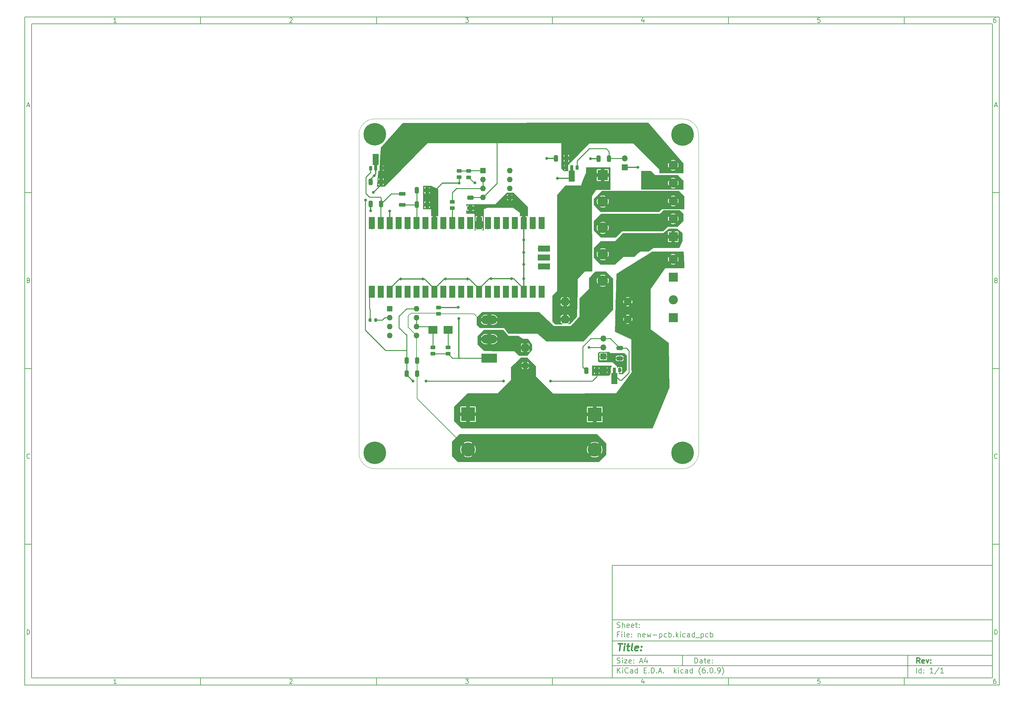
<source format=gbr>
%TF.GenerationSoftware,KiCad,Pcbnew,(6.0.9)*%
%TF.CreationDate,2022-12-24T03:55:53+03:00*%
%TF.ProjectId,new-pcb,6e65772d-7063-4622-9e6b-696361645f70,rev?*%
%TF.SameCoordinates,Original*%
%TF.FileFunction,Copper,L1,Top*%
%TF.FilePolarity,Positive*%
%FSLAX46Y46*%
G04 Gerber Fmt 4.6, Leading zero omitted, Abs format (unit mm)*
G04 Created by KiCad (PCBNEW (6.0.9)) date 2022-12-24 03:55:53*
%MOMM*%
%LPD*%
G01*
G04 APERTURE LIST*
G04 Aperture macros list*
%AMRoundRect*
0 Rectangle with rounded corners*
0 $1 Rounding radius*
0 $2 $3 $4 $5 $6 $7 $8 $9 X,Y pos of 4 corners*
0 Add a 4 corners polygon primitive as box body*
4,1,4,$2,$3,$4,$5,$6,$7,$8,$9,$2,$3,0*
0 Add four circle primitives for the rounded corners*
1,1,$1+$1,$2,$3*
1,1,$1+$1,$4,$5*
1,1,$1+$1,$6,$7*
1,1,$1+$1,$8,$9*
0 Add four rect primitives between the rounded corners*
20,1,$1+$1,$2,$3,$4,$5,0*
20,1,$1+$1,$4,$5,$6,$7,0*
20,1,$1+$1,$6,$7,$8,$9,0*
20,1,$1+$1,$8,$9,$2,$3,0*%
%AMFreePoly0*
4,1,9,3.862500,-0.866500,0.737500,-0.866500,0.737500,-0.450000,-0.737500,-0.450000,-0.737500,0.450000,0.737500,0.450000,0.737500,0.866500,3.862500,0.866500,3.862500,-0.866500,3.862500,-0.866500,$1*%
G04 Aperture macros list end*
%ADD10C,0.100000*%
%ADD11C,0.150000*%
%ADD12C,0.300000*%
%ADD13C,0.400000*%
%TA.AperFunction,Profile*%
%ADD14C,0.100000*%
%TD*%
%TA.AperFunction,ComponentPad*%
%ADD15R,2.600000X2.600000*%
%TD*%
%TA.AperFunction,ComponentPad*%
%ADD16C,2.600000*%
%TD*%
%TA.AperFunction,ComponentPad*%
%ADD17O,4.500000X2.500000*%
%TD*%
%TA.AperFunction,ComponentPad*%
%ADD18R,4.500000X2.500000*%
%TD*%
%TA.AperFunction,ComponentPad*%
%ADD19R,2.000000X2.000000*%
%TD*%
%TA.AperFunction,ComponentPad*%
%ADD20O,2.000000X2.000000*%
%TD*%
%TA.AperFunction,ComponentPad*%
%ADD21R,1.700000X1.700000*%
%TD*%
%TA.AperFunction,ComponentPad*%
%ADD22O,1.700000X1.700000*%
%TD*%
%TA.AperFunction,SMDPad,CuDef*%
%ADD23RoundRect,0.250000X-0.325000X-0.650000X0.325000X-0.650000X0.325000X0.650000X-0.325000X0.650000X0*%
%TD*%
%TA.AperFunction,ComponentPad*%
%ADD24C,6.400000*%
%TD*%
%TA.AperFunction,SMDPad,CuDef*%
%ADD25RoundRect,0.250000X0.325000X0.650000X-0.325000X0.650000X-0.325000X-0.650000X0.325000X-0.650000X0*%
%TD*%
%TA.AperFunction,SMDPad,CuDef*%
%ADD26RoundRect,0.250000X-0.450000X0.262500X-0.450000X-0.262500X0.450000X-0.262500X0.450000X0.262500X0*%
%TD*%
%TA.AperFunction,ComponentPad*%
%ADD27R,4.000000X4.000000*%
%TD*%
%TA.AperFunction,ComponentPad*%
%ADD28C,4.000000*%
%TD*%
%TA.AperFunction,SMDPad,CuDef*%
%ADD29R,3.500000X1.700000*%
%TD*%
%TA.AperFunction,SMDPad,CuDef*%
%ADD30R,1.700000X3.500000*%
%TD*%
%TA.AperFunction,SMDPad,CuDef*%
%ADD31RoundRect,0.250000X0.650000X-0.325000X0.650000X0.325000X-0.650000X0.325000X-0.650000X-0.325000X0*%
%TD*%
%TA.AperFunction,ComponentPad*%
%ADD32C,2.200000*%
%TD*%
%TA.AperFunction,ComponentPad*%
%ADD33RoundRect,0.550000X-0.550000X-0.550000X0.550000X-0.550000X0.550000X0.550000X-0.550000X0.550000X0*%
%TD*%
%TA.AperFunction,SMDPad,CuDef*%
%ADD34RoundRect,0.250000X0.450000X-0.262500X0.450000X0.262500X-0.450000X0.262500X-0.450000X-0.262500X0*%
%TD*%
%TA.AperFunction,SMDPad,CuDef*%
%ADD35R,0.900000X1.300000*%
%TD*%
%TA.AperFunction,SMDPad,CuDef*%
%ADD36FreePoly0,90.000000*%
%TD*%
%TA.AperFunction,ComponentPad*%
%ADD37O,1.600000X1.600000*%
%TD*%
%TA.AperFunction,ComponentPad*%
%ADD38R,1.600000X1.600000*%
%TD*%
%TA.AperFunction,SMDPad,CuDef*%
%ADD39RoundRect,0.250000X-0.650000X0.325000X-0.650000X-0.325000X0.650000X-0.325000X0.650000X0.325000X0*%
%TD*%
%TA.AperFunction,SMDPad,CuDef*%
%ADD40R,2.500000X2.300000*%
%TD*%
%TA.AperFunction,ComponentPad*%
%ADD41C,3.000000*%
%TD*%
%TA.AperFunction,ComponentPad*%
%ADD42R,3.000000X3.000000*%
%TD*%
%TA.AperFunction,SMDPad,CuDef*%
%ADD43FreePoly0,270.000000*%
%TD*%
%TA.AperFunction,SMDPad,CuDef*%
%ADD44RoundRect,0.250000X0.700000X-0.275000X0.700000X0.275000X-0.700000X0.275000X-0.700000X-0.275000X0*%
%TD*%
%TA.AperFunction,SMDPad,CuDef*%
%ADD45RoundRect,0.200000X-0.200000X-0.275000X0.200000X-0.275000X0.200000X0.275000X-0.200000X0.275000X0*%
%TD*%
%TA.AperFunction,ViaPad*%
%ADD46C,0.800000*%
%TD*%
%TA.AperFunction,Conductor*%
%ADD47C,0.250000*%
%TD*%
%TA.AperFunction,Conductor*%
%ADD48C,0.350000*%
%TD*%
%TA.AperFunction,Conductor*%
%ADD49C,0.200000*%
%TD*%
G04 APERTURE END LIST*
D10*
D11*
X177002200Y-166007200D02*
X177002200Y-198007200D01*
X285002200Y-198007200D01*
X285002200Y-166007200D01*
X177002200Y-166007200D01*
D10*
D11*
X10000000Y-10000000D02*
X10000000Y-200007200D01*
X287002200Y-200007200D01*
X287002200Y-10000000D01*
X10000000Y-10000000D01*
D10*
D11*
X12000000Y-12000000D02*
X12000000Y-198007200D01*
X285002200Y-198007200D01*
X285002200Y-12000000D01*
X12000000Y-12000000D01*
D10*
D11*
X60000000Y-12000000D02*
X60000000Y-10000000D01*
D10*
D11*
X110000000Y-12000000D02*
X110000000Y-10000000D01*
D10*
D11*
X160000000Y-12000000D02*
X160000000Y-10000000D01*
D10*
D11*
X210000000Y-12000000D02*
X210000000Y-10000000D01*
D10*
D11*
X260000000Y-12000000D02*
X260000000Y-10000000D01*
D10*
D11*
X36065476Y-11588095D02*
X35322619Y-11588095D01*
X35694047Y-11588095D02*
X35694047Y-10288095D01*
X35570238Y-10473809D01*
X35446428Y-10597619D01*
X35322619Y-10659523D01*
D10*
D11*
X85322619Y-10411904D02*
X85384523Y-10350000D01*
X85508333Y-10288095D01*
X85817857Y-10288095D01*
X85941666Y-10350000D01*
X86003571Y-10411904D01*
X86065476Y-10535714D01*
X86065476Y-10659523D01*
X86003571Y-10845238D01*
X85260714Y-11588095D01*
X86065476Y-11588095D01*
D10*
D11*
X135260714Y-10288095D02*
X136065476Y-10288095D01*
X135632142Y-10783333D01*
X135817857Y-10783333D01*
X135941666Y-10845238D01*
X136003571Y-10907142D01*
X136065476Y-11030952D01*
X136065476Y-11340476D01*
X136003571Y-11464285D01*
X135941666Y-11526190D01*
X135817857Y-11588095D01*
X135446428Y-11588095D01*
X135322619Y-11526190D01*
X135260714Y-11464285D01*
D10*
D11*
X185941666Y-10721428D02*
X185941666Y-11588095D01*
X185632142Y-10226190D02*
X185322619Y-11154761D01*
X186127380Y-11154761D01*
D10*
D11*
X236003571Y-10288095D02*
X235384523Y-10288095D01*
X235322619Y-10907142D01*
X235384523Y-10845238D01*
X235508333Y-10783333D01*
X235817857Y-10783333D01*
X235941666Y-10845238D01*
X236003571Y-10907142D01*
X236065476Y-11030952D01*
X236065476Y-11340476D01*
X236003571Y-11464285D01*
X235941666Y-11526190D01*
X235817857Y-11588095D01*
X235508333Y-11588095D01*
X235384523Y-11526190D01*
X235322619Y-11464285D01*
D10*
D11*
X285941666Y-10288095D02*
X285694047Y-10288095D01*
X285570238Y-10350000D01*
X285508333Y-10411904D01*
X285384523Y-10597619D01*
X285322619Y-10845238D01*
X285322619Y-11340476D01*
X285384523Y-11464285D01*
X285446428Y-11526190D01*
X285570238Y-11588095D01*
X285817857Y-11588095D01*
X285941666Y-11526190D01*
X286003571Y-11464285D01*
X286065476Y-11340476D01*
X286065476Y-11030952D01*
X286003571Y-10907142D01*
X285941666Y-10845238D01*
X285817857Y-10783333D01*
X285570238Y-10783333D01*
X285446428Y-10845238D01*
X285384523Y-10907142D01*
X285322619Y-11030952D01*
D10*
D11*
X60000000Y-198007200D02*
X60000000Y-200007200D01*
D10*
D11*
X110000000Y-198007200D02*
X110000000Y-200007200D01*
D10*
D11*
X160000000Y-198007200D02*
X160000000Y-200007200D01*
D10*
D11*
X210000000Y-198007200D02*
X210000000Y-200007200D01*
D10*
D11*
X260000000Y-198007200D02*
X260000000Y-200007200D01*
D10*
D11*
X36065476Y-199595295D02*
X35322619Y-199595295D01*
X35694047Y-199595295D02*
X35694047Y-198295295D01*
X35570238Y-198481009D01*
X35446428Y-198604819D01*
X35322619Y-198666723D01*
D10*
D11*
X85322619Y-198419104D02*
X85384523Y-198357200D01*
X85508333Y-198295295D01*
X85817857Y-198295295D01*
X85941666Y-198357200D01*
X86003571Y-198419104D01*
X86065476Y-198542914D01*
X86065476Y-198666723D01*
X86003571Y-198852438D01*
X85260714Y-199595295D01*
X86065476Y-199595295D01*
D10*
D11*
X135260714Y-198295295D02*
X136065476Y-198295295D01*
X135632142Y-198790533D01*
X135817857Y-198790533D01*
X135941666Y-198852438D01*
X136003571Y-198914342D01*
X136065476Y-199038152D01*
X136065476Y-199347676D01*
X136003571Y-199471485D01*
X135941666Y-199533390D01*
X135817857Y-199595295D01*
X135446428Y-199595295D01*
X135322619Y-199533390D01*
X135260714Y-199471485D01*
D10*
D11*
X185941666Y-198728628D02*
X185941666Y-199595295D01*
X185632142Y-198233390D02*
X185322619Y-199161961D01*
X186127380Y-199161961D01*
D10*
D11*
X236003571Y-198295295D02*
X235384523Y-198295295D01*
X235322619Y-198914342D01*
X235384523Y-198852438D01*
X235508333Y-198790533D01*
X235817857Y-198790533D01*
X235941666Y-198852438D01*
X236003571Y-198914342D01*
X236065476Y-199038152D01*
X236065476Y-199347676D01*
X236003571Y-199471485D01*
X235941666Y-199533390D01*
X235817857Y-199595295D01*
X235508333Y-199595295D01*
X235384523Y-199533390D01*
X235322619Y-199471485D01*
D10*
D11*
X285941666Y-198295295D02*
X285694047Y-198295295D01*
X285570238Y-198357200D01*
X285508333Y-198419104D01*
X285384523Y-198604819D01*
X285322619Y-198852438D01*
X285322619Y-199347676D01*
X285384523Y-199471485D01*
X285446428Y-199533390D01*
X285570238Y-199595295D01*
X285817857Y-199595295D01*
X285941666Y-199533390D01*
X286003571Y-199471485D01*
X286065476Y-199347676D01*
X286065476Y-199038152D01*
X286003571Y-198914342D01*
X285941666Y-198852438D01*
X285817857Y-198790533D01*
X285570238Y-198790533D01*
X285446428Y-198852438D01*
X285384523Y-198914342D01*
X285322619Y-199038152D01*
D10*
D11*
X10000000Y-60000000D02*
X12000000Y-60000000D01*
D10*
D11*
X10000000Y-110000000D02*
X12000000Y-110000000D01*
D10*
D11*
X10000000Y-160000000D02*
X12000000Y-160000000D01*
D10*
D11*
X10690476Y-35216666D02*
X11309523Y-35216666D01*
X10566666Y-35588095D02*
X11000000Y-34288095D01*
X11433333Y-35588095D01*
D10*
D11*
X11092857Y-84907142D02*
X11278571Y-84969047D01*
X11340476Y-85030952D01*
X11402380Y-85154761D01*
X11402380Y-85340476D01*
X11340476Y-85464285D01*
X11278571Y-85526190D01*
X11154761Y-85588095D01*
X10659523Y-85588095D01*
X10659523Y-84288095D01*
X11092857Y-84288095D01*
X11216666Y-84350000D01*
X11278571Y-84411904D01*
X11340476Y-84535714D01*
X11340476Y-84659523D01*
X11278571Y-84783333D01*
X11216666Y-84845238D01*
X11092857Y-84907142D01*
X10659523Y-84907142D01*
D10*
D11*
X11402380Y-135464285D02*
X11340476Y-135526190D01*
X11154761Y-135588095D01*
X11030952Y-135588095D01*
X10845238Y-135526190D01*
X10721428Y-135402380D01*
X10659523Y-135278571D01*
X10597619Y-135030952D01*
X10597619Y-134845238D01*
X10659523Y-134597619D01*
X10721428Y-134473809D01*
X10845238Y-134350000D01*
X11030952Y-134288095D01*
X11154761Y-134288095D01*
X11340476Y-134350000D01*
X11402380Y-134411904D01*
D10*
D11*
X10659523Y-185588095D02*
X10659523Y-184288095D01*
X10969047Y-184288095D01*
X11154761Y-184350000D01*
X11278571Y-184473809D01*
X11340476Y-184597619D01*
X11402380Y-184845238D01*
X11402380Y-185030952D01*
X11340476Y-185278571D01*
X11278571Y-185402380D01*
X11154761Y-185526190D01*
X10969047Y-185588095D01*
X10659523Y-185588095D01*
D10*
D11*
X287002200Y-60000000D02*
X285002200Y-60000000D01*
D10*
D11*
X287002200Y-110000000D02*
X285002200Y-110000000D01*
D10*
D11*
X287002200Y-160000000D02*
X285002200Y-160000000D01*
D10*
D11*
X285692676Y-35216666D02*
X286311723Y-35216666D01*
X285568866Y-35588095D02*
X286002200Y-34288095D01*
X286435533Y-35588095D01*
D10*
D11*
X286095057Y-84907142D02*
X286280771Y-84969047D01*
X286342676Y-85030952D01*
X286404580Y-85154761D01*
X286404580Y-85340476D01*
X286342676Y-85464285D01*
X286280771Y-85526190D01*
X286156961Y-85588095D01*
X285661723Y-85588095D01*
X285661723Y-84288095D01*
X286095057Y-84288095D01*
X286218866Y-84350000D01*
X286280771Y-84411904D01*
X286342676Y-84535714D01*
X286342676Y-84659523D01*
X286280771Y-84783333D01*
X286218866Y-84845238D01*
X286095057Y-84907142D01*
X285661723Y-84907142D01*
D10*
D11*
X286404580Y-135464285D02*
X286342676Y-135526190D01*
X286156961Y-135588095D01*
X286033152Y-135588095D01*
X285847438Y-135526190D01*
X285723628Y-135402380D01*
X285661723Y-135278571D01*
X285599819Y-135030952D01*
X285599819Y-134845238D01*
X285661723Y-134597619D01*
X285723628Y-134473809D01*
X285847438Y-134350000D01*
X286033152Y-134288095D01*
X286156961Y-134288095D01*
X286342676Y-134350000D01*
X286404580Y-134411904D01*
D10*
D11*
X285661723Y-185588095D02*
X285661723Y-184288095D01*
X285971247Y-184288095D01*
X286156961Y-184350000D01*
X286280771Y-184473809D01*
X286342676Y-184597619D01*
X286404580Y-184845238D01*
X286404580Y-185030952D01*
X286342676Y-185278571D01*
X286280771Y-185402380D01*
X286156961Y-185526190D01*
X285971247Y-185588095D01*
X285661723Y-185588095D01*
D10*
D11*
X200434342Y-193785771D02*
X200434342Y-192285771D01*
X200791485Y-192285771D01*
X201005771Y-192357200D01*
X201148628Y-192500057D01*
X201220057Y-192642914D01*
X201291485Y-192928628D01*
X201291485Y-193142914D01*
X201220057Y-193428628D01*
X201148628Y-193571485D01*
X201005771Y-193714342D01*
X200791485Y-193785771D01*
X200434342Y-193785771D01*
X202577200Y-193785771D02*
X202577200Y-193000057D01*
X202505771Y-192857200D01*
X202362914Y-192785771D01*
X202077200Y-192785771D01*
X201934342Y-192857200D01*
X202577200Y-193714342D02*
X202434342Y-193785771D01*
X202077200Y-193785771D01*
X201934342Y-193714342D01*
X201862914Y-193571485D01*
X201862914Y-193428628D01*
X201934342Y-193285771D01*
X202077200Y-193214342D01*
X202434342Y-193214342D01*
X202577200Y-193142914D01*
X203077200Y-192785771D02*
X203648628Y-192785771D01*
X203291485Y-192285771D02*
X203291485Y-193571485D01*
X203362914Y-193714342D01*
X203505771Y-193785771D01*
X203648628Y-193785771D01*
X204720057Y-193714342D02*
X204577200Y-193785771D01*
X204291485Y-193785771D01*
X204148628Y-193714342D01*
X204077200Y-193571485D01*
X204077200Y-193000057D01*
X204148628Y-192857200D01*
X204291485Y-192785771D01*
X204577200Y-192785771D01*
X204720057Y-192857200D01*
X204791485Y-193000057D01*
X204791485Y-193142914D01*
X204077200Y-193285771D01*
X205434342Y-193642914D02*
X205505771Y-193714342D01*
X205434342Y-193785771D01*
X205362914Y-193714342D01*
X205434342Y-193642914D01*
X205434342Y-193785771D01*
X205434342Y-192857200D02*
X205505771Y-192928628D01*
X205434342Y-193000057D01*
X205362914Y-192928628D01*
X205434342Y-192857200D01*
X205434342Y-193000057D01*
D10*
D11*
X177002200Y-194507200D02*
X285002200Y-194507200D01*
D10*
D11*
X178434342Y-196585771D02*
X178434342Y-195085771D01*
X179291485Y-196585771D02*
X178648628Y-195728628D01*
X179291485Y-195085771D02*
X178434342Y-195942914D01*
X179934342Y-196585771D02*
X179934342Y-195585771D01*
X179934342Y-195085771D02*
X179862914Y-195157200D01*
X179934342Y-195228628D01*
X180005771Y-195157200D01*
X179934342Y-195085771D01*
X179934342Y-195228628D01*
X181505771Y-196442914D02*
X181434342Y-196514342D01*
X181220057Y-196585771D01*
X181077200Y-196585771D01*
X180862914Y-196514342D01*
X180720057Y-196371485D01*
X180648628Y-196228628D01*
X180577200Y-195942914D01*
X180577200Y-195728628D01*
X180648628Y-195442914D01*
X180720057Y-195300057D01*
X180862914Y-195157200D01*
X181077200Y-195085771D01*
X181220057Y-195085771D01*
X181434342Y-195157200D01*
X181505771Y-195228628D01*
X182791485Y-196585771D02*
X182791485Y-195800057D01*
X182720057Y-195657200D01*
X182577200Y-195585771D01*
X182291485Y-195585771D01*
X182148628Y-195657200D01*
X182791485Y-196514342D02*
X182648628Y-196585771D01*
X182291485Y-196585771D01*
X182148628Y-196514342D01*
X182077200Y-196371485D01*
X182077200Y-196228628D01*
X182148628Y-196085771D01*
X182291485Y-196014342D01*
X182648628Y-196014342D01*
X182791485Y-195942914D01*
X184148628Y-196585771D02*
X184148628Y-195085771D01*
X184148628Y-196514342D02*
X184005771Y-196585771D01*
X183720057Y-196585771D01*
X183577200Y-196514342D01*
X183505771Y-196442914D01*
X183434342Y-196300057D01*
X183434342Y-195871485D01*
X183505771Y-195728628D01*
X183577200Y-195657200D01*
X183720057Y-195585771D01*
X184005771Y-195585771D01*
X184148628Y-195657200D01*
X186005771Y-195800057D02*
X186505771Y-195800057D01*
X186720057Y-196585771D02*
X186005771Y-196585771D01*
X186005771Y-195085771D01*
X186720057Y-195085771D01*
X187362914Y-196442914D02*
X187434342Y-196514342D01*
X187362914Y-196585771D01*
X187291485Y-196514342D01*
X187362914Y-196442914D01*
X187362914Y-196585771D01*
X188077200Y-196585771D02*
X188077200Y-195085771D01*
X188434342Y-195085771D01*
X188648628Y-195157200D01*
X188791485Y-195300057D01*
X188862914Y-195442914D01*
X188934342Y-195728628D01*
X188934342Y-195942914D01*
X188862914Y-196228628D01*
X188791485Y-196371485D01*
X188648628Y-196514342D01*
X188434342Y-196585771D01*
X188077200Y-196585771D01*
X189577200Y-196442914D02*
X189648628Y-196514342D01*
X189577200Y-196585771D01*
X189505771Y-196514342D01*
X189577200Y-196442914D01*
X189577200Y-196585771D01*
X190220057Y-196157200D02*
X190934342Y-196157200D01*
X190077200Y-196585771D02*
X190577200Y-195085771D01*
X191077200Y-196585771D01*
X191577200Y-196442914D02*
X191648628Y-196514342D01*
X191577200Y-196585771D01*
X191505771Y-196514342D01*
X191577200Y-196442914D01*
X191577200Y-196585771D01*
X194577200Y-196585771D02*
X194577200Y-195085771D01*
X194720057Y-196014342D02*
X195148628Y-196585771D01*
X195148628Y-195585771D02*
X194577200Y-196157200D01*
X195791485Y-196585771D02*
X195791485Y-195585771D01*
X195791485Y-195085771D02*
X195720057Y-195157200D01*
X195791485Y-195228628D01*
X195862914Y-195157200D01*
X195791485Y-195085771D01*
X195791485Y-195228628D01*
X197148628Y-196514342D02*
X197005771Y-196585771D01*
X196720057Y-196585771D01*
X196577200Y-196514342D01*
X196505771Y-196442914D01*
X196434342Y-196300057D01*
X196434342Y-195871485D01*
X196505771Y-195728628D01*
X196577200Y-195657200D01*
X196720057Y-195585771D01*
X197005771Y-195585771D01*
X197148628Y-195657200D01*
X198434342Y-196585771D02*
X198434342Y-195800057D01*
X198362914Y-195657200D01*
X198220057Y-195585771D01*
X197934342Y-195585771D01*
X197791485Y-195657200D01*
X198434342Y-196514342D02*
X198291485Y-196585771D01*
X197934342Y-196585771D01*
X197791485Y-196514342D01*
X197720057Y-196371485D01*
X197720057Y-196228628D01*
X197791485Y-196085771D01*
X197934342Y-196014342D01*
X198291485Y-196014342D01*
X198434342Y-195942914D01*
X199791485Y-196585771D02*
X199791485Y-195085771D01*
X199791485Y-196514342D02*
X199648628Y-196585771D01*
X199362914Y-196585771D01*
X199220057Y-196514342D01*
X199148628Y-196442914D01*
X199077200Y-196300057D01*
X199077200Y-195871485D01*
X199148628Y-195728628D01*
X199220057Y-195657200D01*
X199362914Y-195585771D01*
X199648628Y-195585771D01*
X199791485Y-195657200D01*
X202077200Y-197157200D02*
X202005771Y-197085771D01*
X201862914Y-196871485D01*
X201791485Y-196728628D01*
X201720057Y-196514342D01*
X201648628Y-196157200D01*
X201648628Y-195871485D01*
X201720057Y-195514342D01*
X201791485Y-195300057D01*
X201862914Y-195157200D01*
X202005771Y-194942914D01*
X202077200Y-194871485D01*
X203291485Y-195085771D02*
X203005771Y-195085771D01*
X202862914Y-195157200D01*
X202791485Y-195228628D01*
X202648628Y-195442914D01*
X202577200Y-195728628D01*
X202577200Y-196300057D01*
X202648628Y-196442914D01*
X202720057Y-196514342D01*
X202862914Y-196585771D01*
X203148628Y-196585771D01*
X203291485Y-196514342D01*
X203362914Y-196442914D01*
X203434342Y-196300057D01*
X203434342Y-195942914D01*
X203362914Y-195800057D01*
X203291485Y-195728628D01*
X203148628Y-195657200D01*
X202862914Y-195657200D01*
X202720057Y-195728628D01*
X202648628Y-195800057D01*
X202577200Y-195942914D01*
X204077200Y-196442914D02*
X204148628Y-196514342D01*
X204077200Y-196585771D01*
X204005771Y-196514342D01*
X204077200Y-196442914D01*
X204077200Y-196585771D01*
X205077200Y-195085771D02*
X205220057Y-195085771D01*
X205362914Y-195157200D01*
X205434342Y-195228628D01*
X205505771Y-195371485D01*
X205577200Y-195657200D01*
X205577200Y-196014342D01*
X205505771Y-196300057D01*
X205434342Y-196442914D01*
X205362914Y-196514342D01*
X205220057Y-196585771D01*
X205077200Y-196585771D01*
X204934342Y-196514342D01*
X204862914Y-196442914D01*
X204791485Y-196300057D01*
X204720057Y-196014342D01*
X204720057Y-195657200D01*
X204791485Y-195371485D01*
X204862914Y-195228628D01*
X204934342Y-195157200D01*
X205077200Y-195085771D01*
X206220057Y-196442914D02*
X206291485Y-196514342D01*
X206220057Y-196585771D01*
X206148628Y-196514342D01*
X206220057Y-196442914D01*
X206220057Y-196585771D01*
X207005771Y-196585771D02*
X207291485Y-196585771D01*
X207434342Y-196514342D01*
X207505771Y-196442914D01*
X207648628Y-196228628D01*
X207720057Y-195942914D01*
X207720057Y-195371485D01*
X207648628Y-195228628D01*
X207577200Y-195157200D01*
X207434342Y-195085771D01*
X207148628Y-195085771D01*
X207005771Y-195157200D01*
X206934342Y-195228628D01*
X206862914Y-195371485D01*
X206862914Y-195728628D01*
X206934342Y-195871485D01*
X207005771Y-195942914D01*
X207148628Y-196014342D01*
X207434342Y-196014342D01*
X207577200Y-195942914D01*
X207648628Y-195871485D01*
X207720057Y-195728628D01*
X208220057Y-197157200D02*
X208291485Y-197085771D01*
X208434342Y-196871485D01*
X208505771Y-196728628D01*
X208577200Y-196514342D01*
X208648628Y-196157200D01*
X208648628Y-195871485D01*
X208577200Y-195514342D01*
X208505771Y-195300057D01*
X208434342Y-195157200D01*
X208291485Y-194942914D01*
X208220057Y-194871485D01*
D10*
D11*
X177002200Y-191507200D02*
X285002200Y-191507200D01*
D10*
D12*
X264411485Y-193785771D02*
X263911485Y-193071485D01*
X263554342Y-193785771D02*
X263554342Y-192285771D01*
X264125771Y-192285771D01*
X264268628Y-192357200D01*
X264340057Y-192428628D01*
X264411485Y-192571485D01*
X264411485Y-192785771D01*
X264340057Y-192928628D01*
X264268628Y-193000057D01*
X264125771Y-193071485D01*
X263554342Y-193071485D01*
X265625771Y-193714342D02*
X265482914Y-193785771D01*
X265197200Y-193785771D01*
X265054342Y-193714342D01*
X264982914Y-193571485D01*
X264982914Y-193000057D01*
X265054342Y-192857200D01*
X265197200Y-192785771D01*
X265482914Y-192785771D01*
X265625771Y-192857200D01*
X265697200Y-193000057D01*
X265697200Y-193142914D01*
X264982914Y-193285771D01*
X266197200Y-192785771D02*
X266554342Y-193785771D01*
X266911485Y-192785771D01*
X267482914Y-193642914D02*
X267554342Y-193714342D01*
X267482914Y-193785771D01*
X267411485Y-193714342D01*
X267482914Y-193642914D01*
X267482914Y-193785771D01*
X267482914Y-192857200D02*
X267554342Y-192928628D01*
X267482914Y-193000057D01*
X267411485Y-192928628D01*
X267482914Y-192857200D01*
X267482914Y-193000057D01*
D10*
D11*
X178362914Y-193714342D02*
X178577200Y-193785771D01*
X178934342Y-193785771D01*
X179077200Y-193714342D01*
X179148628Y-193642914D01*
X179220057Y-193500057D01*
X179220057Y-193357200D01*
X179148628Y-193214342D01*
X179077200Y-193142914D01*
X178934342Y-193071485D01*
X178648628Y-193000057D01*
X178505771Y-192928628D01*
X178434342Y-192857200D01*
X178362914Y-192714342D01*
X178362914Y-192571485D01*
X178434342Y-192428628D01*
X178505771Y-192357200D01*
X178648628Y-192285771D01*
X179005771Y-192285771D01*
X179220057Y-192357200D01*
X179862914Y-193785771D02*
X179862914Y-192785771D01*
X179862914Y-192285771D02*
X179791485Y-192357200D01*
X179862914Y-192428628D01*
X179934342Y-192357200D01*
X179862914Y-192285771D01*
X179862914Y-192428628D01*
X180434342Y-192785771D02*
X181220057Y-192785771D01*
X180434342Y-193785771D01*
X181220057Y-193785771D01*
X182362914Y-193714342D02*
X182220057Y-193785771D01*
X181934342Y-193785771D01*
X181791485Y-193714342D01*
X181720057Y-193571485D01*
X181720057Y-193000057D01*
X181791485Y-192857200D01*
X181934342Y-192785771D01*
X182220057Y-192785771D01*
X182362914Y-192857200D01*
X182434342Y-193000057D01*
X182434342Y-193142914D01*
X181720057Y-193285771D01*
X183077200Y-193642914D02*
X183148628Y-193714342D01*
X183077200Y-193785771D01*
X183005771Y-193714342D01*
X183077200Y-193642914D01*
X183077200Y-193785771D01*
X183077200Y-192857200D02*
X183148628Y-192928628D01*
X183077200Y-193000057D01*
X183005771Y-192928628D01*
X183077200Y-192857200D01*
X183077200Y-193000057D01*
X184862914Y-193357200D02*
X185577200Y-193357200D01*
X184720057Y-193785771D02*
X185220057Y-192285771D01*
X185720057Y-193785771D01*
X186862914Y-192785771D02*
X186862914Y-193785771D01*
X186505771Y-192214342D02*
X186148628Y-193285771D01*
X187077200Y-193285771D01*
D10*
D11*
X263434342Y-196585771D02*
X263434342Y-195085771D01*
X264791485Y-196585771D02*
X264791485Y-195085771D01*
X264791485Y-196514342D02*
X264648628Y-196585771D01*
X264362914Y-196585771D01*
X264220057Y-196514342D01*
X264148628Y-196442914D01*
X264077200Y-196300057D01*
X264077200Y-195871485D01*
X264148628Y-195728628D01*
X264220057Y-195657200D01*
X264362914Y-195585771D01*
X264648628Y-195585771D01*
X264791485Y-195657200D01*
X265505771Y-196442914D02*
X265577200Y-196514342D01*
X265505771Y-196585771D01*
X265434342Y-196514342D01*
X265505771Y-196442914D01*
X265505771Y-196585771D01*
X265505771Y-195657200D02*
X265577200Y-195728628D01*
X265505771Y-195800057D01*
X265434342Y-195728628D01*
X265505771Y-195657200D01*
X265505771Y-195800057D01*
X268148628Y-196585771D02*
X267291485Y-196585771D01*
X267720057Y-196585771D02*
X267720057Y-195085771D01*
X267577200Y-195300057D01*
X267434342Y-195442914D01*
X267291485Y-195514342D01*
X269862914Y-195014342D02*
X268577200Y-196942914D01*
X271148628Y-196585771D02*
X270291485Y-196585771D01*
X270720057Y-196585771D02*
X270720057Y-195085771D01*
X270577200Y-195300057D01*
X270434342Y-195442914D01*
X270291485Y-195514342D01*
D10*
D11*
X177002200Y-187507200D02*
X285002200Y-187507200D01*
D10*
D13*
X178714580Y-188211961D02*
X179857438Y-188211961D01*
X179036009Y-190211961D02*
X179286009Y-188211961D01*
X180274104Y-190211961D02*
X180440771Y-188878628D01*
X180524104Y-188211961D02*
X180416961Y-188307200D01*
X180500295Y-188402438D01*
X180607438Y-188307200D01*
X180524104Y-188211961D01*
X180500295Y-188402438D01*
X181107438Y-188878628D02*
X181869342Y-188878628D01*
X181476485Y-188211961D02*
X181262200Y-189926247D01*
X181333628Y-190116723D01*
X181512200Y-190211961D01*
X181702676Y-190211961D01*
X182655057Y-190211961D02*
X182476485Y-190116723D01*
X182405057Y-189926247D01*
X182619342Y-188211961D01*
X184190771Y-190116723D02*
X183988390Y-190211961D01*
X183607438Y-190211961D01*
X183428866Y-190116723D01*
X183357438Y-189926247D01*
X183452676Y-189164342D01*
X183571723Y-188973866D01*
X183774104Y-188878628D01*
X184155057Y-188878628D01*
X184333628Y-188973866D01*
X184405057Y-189164342D01*
X184381247Y-189354819D01*
X183405057Y-189545295D01*
X185155057Y-190021485D02*
X185238390Y-190116723D01*
X185131247Y-190211961D01*
X185047914Y-190116723D01*
X185155057Y-190021485D01*
X185131247Y-190211961D01*
X185286009Y-188973866D02*
X185369342Y-189069104D01*
X185262200Y-189164342D01*
X185178866Y-189069104D01*
X185286009Y-188973866D01*
X185262200Y-189164342D01*
D10*
D11*
X178934342Y-185600057D02*
X178434342Y-185600057D01*
X178434342Y-186385771D02*
X178434342Y-184885771D01*
X179148628Y-184885771D01*
X179720057Y-186385771D02*
X179720057Y-185385771D01*
X179720057Y-184885771D02*
X179648628Y-184957200D01*
X179720057Y-185028628D01*
X179791485Y-184957200D01*
X179720057Y-184885771D01*
X179720057Y-185028628D01*
X180648628Y-186385771D02*
X180505771Y-186314342D01*
X180434342Y-186171485D01*
X180434342Y-184885771D01*
X181791485Y-186314342D02*
X181648628Y-186385771D01*
X181362914Y-186385771D01*
X181220057Y-186314342D01*
X181148628Y-186171485D01*
X181148628Y-185600057D01*
X181220057Y-185457200D01*
X181362914Y-185385771D01*
X181648628Y-185385771D01*
X181791485Y-185457200D01*
X181862914Y-185600057D01*
X181862914Y-185742914D01*
X181148628Y-185885771D01*
X182505771Y-186242914D02*
X182577200Y-186314342D01*
X182505771Y-186385771D01*
X182434342Y-186314342D01*
X182505771Y-186242914D01*
X182505771Y-186385771D01*
X182505771Y-185457200D02*
X182577200Y-185528628D01*
X182505771Y-185600057D01*
X182434342Y-185528628D01*
X182505771Y-185457200D01*
X182505771Y-185600057D01*
X184362914Y-185385771D02*
X184362914Y-186385771D01*
X184362914Y-185528628D02*
X184434342Y-185457200D01*
X184577200Y-185385771D01*
X184791485Y-185385771D01*
X184934342Y-185457200D01*
X185005771Y-185600057D01*
X185005771Y-186385771D01*
X186291485Y-186314342D02*
X186148628Y-186385771D01*
X185862914Y-186385771D01*
X185720057Y-186314342D01*
X185648628Y-186171485D01*
X185648628Y-185600057D01*
X185720057Y-185457200D01*
X185862914Y-185385771D01*
X186148628Y-185385771D01*
X186291485Y-185457200D01*
X186362914Y-185600057D01*
X186362914Y-185742914D01*
X185648628Y-185885771D01*
X186862914Y-185385771D02*
X187148628Y-186385771D01*
X187434342Y-185671485D01*
X187720057Y-186385771D01*
X188005771Y-185385771D01*
X188577200Y-185814342D02*
X189720057Y-185814342D01*
X190434342Y-185385771D02*
X190434342Y-186885771D01*
X190434342Y-185457200D02*
X190577200Y-185385771D01*
X190862914Y-185385771D01*
X191005771Y-185457200D01*
X191077200Y-185528628D01*
X191148628Y-185671485D01*
X191148628Y-186100057D01*
X191077200Y-186242914D01*
X191005771Y-186314342D01*
X190862914Y-186385771D01*
X190577200Y-186385771D01*
X190434342Y-186314342D01*
X192434342Y-186314342D02*
X192291485Y-186385771D01*
X192005771Y-186385771D01*
X191862914Y-186314342D01*
X191791485Y-186242914D01*
X191720057Y-186100057D01*
X191720057Y-185671485D01*
X191791485Y-185528628D01*
X191862914Y-185457200D01*
X192005771Y-185385771D01*
X192291485Y-185385771D01*
X192434342Y-185457200D01*
X193077200Y-186385771D02*
X193077200Y-184885771D01*
X193077200Y-185457200D02*
X193220057Y-185385771D01*
X193505771Y-185385771D01*
X193648628Y-185457200D01*
X193720057Y-185528628D01*
X193791485Y-185671485D01*
X193791485Y-186100057D01*
X193720057Y-186242914D01*
X193648628Y-186314342D01*
X193505771Y-186385771D01*
X193220057Y-186385771D01*
X193077200Y-186314342D01*
X194434342Y-186242914D02*
X194505771Y-186314342D01*
X194434342Y-186385771D01*
X194362914Y-186314342D01*
X194434342Y-186242914D01*
X194434342Y-186385771D01*
X195148628Y-186385771D02*
X195148628Y-184885771D01*
X195291485Y-185814342D02*
X195720057Y-186385771D01*
X195720057Y-185385771D02*
X195148628Y-185957200D01*
X196362914Y-186385771D02*
X196362914Y-185385771D01*
X196362914Y-184885771D02*
X196291485Y-184957200D01*
X196362914Y-185028628D01*
X196434342Y-184957200D01*
X196362914Y-184885771D01*
X196362914Y-185028628D01*
X197720057Y-186314342D02*
X197577200Y-186385771D01*
X197291485Y-186385771D01*
X197148628Y-186314342D01*
X197077200Y-186242914D01*
X197005771Y-186100057D01*
X197005771Y-185671485D01*
X197077200Y-185528628D01*
X197148628Y-185457200D01*
X197291485Y-185385771D01*
X197577200Y-185385771D01*
X197720057Y-185457200D01*
X199005771Y-186385771D02*
X199005771Y-185600057D01*
X198934342Y-185457200D01*
X198791485Y-185385771D01*
X198505771Y-185385771D01*
X198362914Y-185457200D01*
X199005771Y-186314342D02*
X198862914Y-186385771D01*
X198505771Y-186385771D01*
X198362914Y-186314342D01*
X198291485Y-186171485D01*
X198291485Y-186028628D01*
X198362914Y-185885771D01*
X198505771Y-185814342D01*
X198862914Y-185814342D01*
X199005771Y-185742914D01*
X200362914Y-186385771D02*
X200362914Y-184885771D01*
X200362914Y-186314342D02*
X200220057Y-186385771D01*
X199934342Y-186385771D01*
X199791485Y-186314342D01*
X199720057Y-186242914D01*
X199648628Y-186100057D01*
X199648628Y-185671485D01*
X199720057Y-185528628D01*
X199791485Y-185457200D01*
X199934342Y-185385771D01*
X200220057Y-185385771D01*
X200362914Y-185457200D01*
X200720057Y-186528628D02*
X201862914Y-186528628D01*
X202220057Y-185385771D02*
X202220057Y-186885771D01*
X202220057Y-185457200D02*
X202362914Y-185385771D01*
X202648628Y-185385771D01*
X202791485Y-185457200D01*
X202862914Y-185528628D01*
X202934342Y-185671485D01*
X202934342Y-186100057D01*
X202862914Y-186242914D01*
X202791485Y-186314342D01*
X202648628Y-186385771D01*
X202362914Y-186385771D01*
X202220057Y-186314342D01*
X204220057Y-186314342D02*
X204077200Y-186385771D01*
X203791485Y-186385771D01*
X203648628Y-186314342D01*
X203577200Y-186242914D01*
X203505771Y-186100057D01*
X203505771Y-185671485D01*
X203577200Y-185528628D01*
X203648628Y-185457200D01*
X203791485Y-185385771D01*
X204077200Y-185385771D01*
X204220057Y-185457200D01*
X204862914Y-186385771D02*
X204862914Y-184885771D01*
X204862914Y-185457200D02*
X205005771Y-185385771D01*
X205291485Y-185385771D01*
X205434342Y-185457200D01*
X205505771Y-185528628D01*
X205577200Y-185671485D01*
X205577200Y-186100057D01*
X205505771Y-186242914D01*
X205434342Y-186314342D01*
X205291485Y-186385771D01*
X205005771Y-186385771D01*
X204862914Y-186314342D01*
D10*
D11*
X177002200Y-181507200D02*
X285002200Y-181507200D01*
D10*
D11*
X178362914Y-183614342D02*
X178577200Y-183685771D01*
X178934342Y-183685771D01*
X179077200Y-183614342D01*
X179148628Y-183542914D01*
X179220057Y-183400057D01*
X179220057Y-183257200D01*
X179148628Y-183114342D01*
X179077200Y-183042914D01*
X178934342Y-182971485D01*
X178648628Y-182900057D01*
X178505771Y-182828628D01*
X178434342Y-182757200D01*
X178362914Y-182614342D01*
X178362914Y-182471485D01*
X178434342Y-182328628D01*
X178505771Y-182257200D01*
X178648628Y-182185771D01*
X179005771Y-182185771D01*
X179220057Y-182257200D01*
X179862914Y-183685771D02*
X179862914Y-182185771D01*
X180505771Y-183685771D02*
X180505771Y-182900057D01*
X180434342Y-182757200D01*
X180291485Y-182685771D01*
X180077200Y-182685771D01*
X179934342Y-182757200D01*
X179862914Y-182828628D01*
X181791485Y-183614342D02*
X181648628Y-183685771D01*
X181362914Y-183685771D01*
X181220057Y-183614342D01*
X181148628Y-183471485D01*
X181148628Y-182900057D01*
X181220057Y-182757200D01*
X181362914Y-182685771D01*
X181648628Y-182685771D01*
X181791485Y-182757200D01*
X181862914Y-182900057D01*
X181862914Y-183042914D01*
X181148628Y-183185771D01*
X183077200Y-183614342D02*
X182934342Y-183685771D01*
X182648628Y-183685771D01*
X182505771Y-183614342D01*
X182434342Y-183471485D01*
X182434342Y-182900057D01*
X182505771Y-182757200D01*
X182648628Y-182685771D01*
X182934342Y-182685771D01*
X183077200Y-182757200D01*
X183148628Y-182900057D01*
X183148628Y-183042914D01*
X182434342Y-183185771D01*
X183577200Y-182685771D02*
X184148628Y-182685771D01*
X183791485Y-182185771D02*
X183791485Y-183471485D01*
X183862914Y-183614342D01*
X184005771Y-183685771D01*
X184148628Y-183685771D01*
X184648628Y-183542914D02*
X184720057Y-183614342D01*
X184648628Y-183685771D01*
X184577200Y-183614342D01*
X184648628Y-183542914D01*
X184648628Y-183685771D01*
X184648628Y-182757200D02*
X184720057Y-182828628D01*
X184648628Y-182900057D01*
X184577200Y-182828628D01*
X184648628Y-182757200D01*
X184648628Y-182900057D01*
D10*
D12*
D10*
D11*
D10*
D11*
D10*
D11*
D10*
D11*
D10*
D11*
X197002200Y-191507200D02*
X197002200Y-194507200D01*
D10*
D11*
X261002200Y-191507200D02*
X261002200Y-198007200D01*
D14*
X201500000Y-43500000D02*
G75*
G03*
X197000000Y-39000000I-4500000J0D01*
G01*
X109500000Y-39000000D02*
G75*
G03*
X105000000Y-43500000I0J-4500000D01*
G01*
X105000000Y-134000000D02*
G75*
G03*
X109500000Y-138500000I4500000J0D01*
G01*
X197000000Y-138500000D02*
G75*
G03*
X201500000Y-134000000I0J4500000D01*
G01*
X109500000Y-138500000D02*
X197000000Y-138500000D01*
X105000000Y-43500000D02*
X105000000Y-134000000D01*
X197000000Y-39000000D02*
X109500000Y-39000000D01*
X201500000Y-134000000D02*
X201500000Y-43500000D01*
D15*
%TO.P,J2,1,Pin_1*%
%TO.N,A-*%
X194300000Y-84000000D03*
D16*
%TO.P,J2,2,Pin_2*%
%TO.N,A+*%
X194300000Y-78920000D03*
%TD*%
D15*
%TO.P,J5,1,Pin_1*%
%TO.N,A-*%
X194300000Y-95545000D03*
D16*
%TO.P,J5,2,Pin_2*%
%TO.N,C*%
X194300000Y-90465000D03*
%TD*%
D17*
%TO.P,Q1,3,E*%
%TO.N,REC_-*%
X142020000Y-96150000D03*
%TO.P,Q1,2,C*%
%TO.N,C*%
X142020000Y-101600000D03*
D18*
%TO.P,Q1,1,G*%
%TO.N,GATE*%
X142020000Y-107050000D03*
%TD*%
D19*
%TO.P,D2,1,K*%
%TO.N,C*%
X152255000Y-104060000D03*
D20*
%TO.P,D2,2,A*%
%TO.N,A+*%
X152255000Y-109140000D03*
%TD*%
D21*
%TO.P,J4,1,Pin_1*%
%TO.N,+5V*%
X174425000Y-106570000D03*
D22*
%TO.P,J4,2,Pin_2*%
%TO.N,CSENSE*%
X174425000Y-104030000D03*
%TO.P,J4,3,Pin_3*%
%TO.N,GND*%
X174425000Y-101490000D03*
%TD*%
D15*
%TO.P,J1,1,Pin_1*%
%TO.N,AC_a*%
X194300000Y-72500000D03*
D16*
%TO.P,J1,2,Pin_2*%
%TO.N,AC_b*%
X194300000Y-67420000D03*
%TO.P,J1,3,Pin_3*%
%TO.N,AC_c*%
X194300000Y-62340000D03*
%TO.P,J1,4,Pin_4*%
%TO.N,GND*%
X194300000Y-57260000D03*
%TO.P,J1,5,Pin_5*%
%TO.N,VCC*%
X194300000Y-52180000D03*
%TD*%
D23*
%TO.P,C8,1*%
%TO.N,VCC*%
X118575000Y-111450000D03*
%TO.P,C8,2*%
%TO.N,REC_-*%
X121525000Y-111450000D03*
%TD*%
D24*
%TO.P,H3,1*%
%TO.N,N/C*%
X197000000Y-134000000D03*
%TD*%
D25*
%TO.P,C4,1*%
%TO.N,VCC*%
X111275000Y-56900000D03*
%TO.P,C4,2*%
%TO.N,GND*%
X108325000Y-56900000D03*
%TD*%
D26*
%TO.P,R4,1*%
%TO.N,GATE*%
X127650000Y-92637500D03*
%TO.P,R4,2*%
%TO.N,REC_-*%
X127650000Y-94462500D03*
%TD*%
D27*
%TO.P,C6,1*%
%TO.N,A+*%
X172000000Y-123069501D03*
D28*
%TO.P,C6,2*%
%TO.N,REC_-*%
X172000000Y-133069501D03*
%TD*%
D24*
%TO.P,H2,1*%
%TO.N,N/C*%
X197000000Y-43500000D03*
%TD*%
D26*
%TO.P,R6,1*%
%TO.N,Net-(R5-Pad2)*%
X133500000Y-53775000D03*
%TO.P,R6,2*%
%TO.N,GND*%
X133500000Y-55600000D03*
%TD*%
D29*
%TO.P,U1,43,SWDIO*%
%TO.N,unconnected-(U1-Pad43)*%
X157600000Y-75860000D03*
D22*
X156700000Y-75860000D03*
D29*
%TO.P,U1,42,GND*%
%TO.N,unconnected-(U1-Pad42)*%
X157600000Y-78400000D03*
D21*
X156700000Y-78400000D03*
D29*
%TO.P,U1,41,SWCLK*%
%TO.N,unconnected-(U1-Pad41)*%
X157600000Y-80940000D03*
D22*
X156700000Y-80940000D03*
D30*
%TO.P,U1,40,VBUS*%
%TO.N,unconnected-(U1-Pad40)*%
X108670000Y-68610000D03*
D22*
X108670000Y-69510000D03*
%TO.P,U1,39,VSYS*%
%TO.N,+3.3V*%
X111210000Y-69510000D03*
D30*
X111210000Y-68610000D03*
%TO.P,U1,38,GND*%
%TO.N,GND*%
X113750000Y-68610000D03*
D21*
X113750000Y-69510000D03*
D22*
%TO.P,U1,37,3V3_EN*%
%TO.N,unconnected-(U1-Pad37)*%
X116290000Y-69510000D03*
D30*
X116290000Y-68610000D03*
D22*
%TO.P,U1,36,3V3*%
%TO.N,unconnected-(U1-Pad36)*%
X118830000Y-69510000D03*
D30*
X118830000Y-68610000D03*
%TO.P,U1,35,ADC_VREF*%
%TO.N,+3.3VA*%
X121370000Y-68610000D03*
D22*
X121370000Y-69510000D03*
%TO.P,U1,34,GPIO28_ADC2*%
%TO.N,unconnected-(U1-Pad34)*%
X123910000Y-69510000D03*
D30*
X123910000Y-68610000D03*
%TO.P,U1,33,AGND*%
%TO.N,GND*%
X126450000Y-68610000D03*
D21*
X126450000Y-69510000D03*
D22*
%TO.P,U1,32,GPIO27_ADC1*%
%TO.N,unconnected-(U1-Pad32)*%
X128990000Y-69510000D03*
D30*
X128990000Y-68610000D03*
D22*
%TO.P,U1,31,GPIO26_ADC0*%
%TO.N,Net-(R7-Pad1)*%
X131530000Y-69510000D03*
D30*
X131530000Y-68610000D03*
%TO.P,U1,30,RUN*%
%TO.N,unconnected-(U1-Pad30)*%
X134070000Y-68610000D03*
D22*
X134070000Y-69510000D03*
D30*
%TO.P,U1,29,GPIO22*%
%TO.N,unconnected-(U1-Pad29)*%
X136610000Y-68610000D03*
D22*
X136610000Y-69510000D03*
D30*
%TO.P,U1,28,GND*%
%TO.N,GND*%
X139150000Y-68610000D03*
D21*
X139150000Y-69510000D03*
D30*
%TO.P,U1,27,GPIO21*%
%TO.N,unconnected-(U1-Pad27)*%
X141690000Y-68610000D03*
D22*
X141690000Y-69510000D03*
D30*
%TO.P,U1,26,GPIO20*%
%TO.N,unconnected-(U1-Pad26)*%
X144230000Y-68610000D03*
D22*
X144230000Y-69510000D03*
%TO.P,U1,25,GPIO19*%
%TO.N,unconnected-(U1-Pad25)*%
X146770000Y-69510000D03*
D30*
X146770000Y-68610000D03*
D22*
%TO.P,U1,24,GPIO18*%
%TO.N,unconnected-(U1-Pad24)*%
X149310000Y-69510000D03*
D30*
X149310000Y-68610000D03*
%TO.P,U1,23,GND*%
%TO.N,GND*%
X151850000Y-68610000D03*
D21*
X151850000Y-69510000D03*
D22*
%TO.P,U1,22,GPIO17*%
%TO.N,unconnected-(U1-Pad22)*%
X154390000Y-69510000D03*
D30*
X154390000Y-68610000D03*
D22*
%TO.P,U1,21,GPIO16*%
%TO.N,unconnected-(U1-Pad21)*%
X156930000Y-69510000D03*
D30*
X156930000Y-68610000D03*
%TO.P,U1,20,GPIO15*%
%TO.N,unconnected-(U1-Pad20)*%
X156930000Y-88190000D03*
D22*
X156930000Y-87290000D03*
%TO.P,U1,19,GPIO14*%
%TO.N,unconnected-(U1-Pad19)*%
X154390000Y-87290000D03*
D30*
X154390000Y-88190000D03*
D21*
%TO.P,U1,18,GND*%
%TO.N,GND*%
X151850000Y-87290000D03*
D30*
X151850000Y-88190000D03*
%TO.P,U1,17,GPIO13*%
%TO.N,unconnected-(U1-Pad17)*%
X149310000Y-88190000D03*
D22*
X149310000Y-87290000D03*
D30*
%TO.P,U1,16,GPIO12*%
%TO.N,unconnected-(U1-Pad16)*%
X146770000Y-88190000D03*
D22*
X146770000Y-87290000D03*
D30*
%TO.P,U1,15,GPIO11*%
%TO.N,unconnected-(U1-Pad15)*%
X144230000Y-88190000D03*
D22*
X144230000Y-87290000D03*
D30*
%TO.P,U1,14,GPIO10*%
%TO.N,unconnected-(U1-Pad14)*%
X141690000Y-88190000D03*
D22*
X141690000Y-87290000D03*
D30*
%TO.P,U1,13,GND*%
%TO.N,GND*%
X139150000Y-88190000D03*
D21*
X139150000Y-87290000D03*
D30*
%TO.P,U1,12,GPIO9*%
%TO.N,unconnected-(U1-Pad12)*%
X136610000Y-88190000D03*
D22*
X136610000Y-87290000D03*
%TO.P,U1,11,GPIO8*%
%TO.N,unconnected-(U1-Pad11)*%
X134070000Y-87290000D03*
D30*
X134070000Y-88190000D03*
%TO.P,U1,10,GPIO7*%
%TO.N,unconnected-(U1-Pad10)*%
X131530000Y-88190000D03*
D22*
X131530000Y-87290000D03*
%TO.P,U1,9,GPIO6*%
%TO.N,unconnected-(U1-Pad9)*%
X128990000Y-87290000D03*
D30*
X128990000Y-88190000D03*
%TO.P,U1,8,GND*%
%TO.N,GND*%
X126450000Y-88190000D03*
D21*
X126450000Y-87290000D03*
D30*
%TO.P,U1,7,GPIO5*%
%TO.N,unconnected-(U1-Pad7)*%
X123910000Y-88190000D03*
D22*
X123910000Y-87290000D03*
%TO.P,U1,6,GPIO4*%
%TO.N,unconnected-(U1-Pad6)*%
X121370000Y-87290000D03*
D30*
X121370000Y-88190000D03*
%TO.P,U1,5,GPIO3*%
%TO.N,unconnected-(U1-Pad5)*%
X118830000Y-88190000D03*
D22*
X118830000Y-87290000D03*
D30*
%TO.P,U1,4,GPIO2*%
%TO.N,unconnected-(U1-Pad4)*%
X116290000Y-88190000D03*
D22*
X116290000Y-87290000D03*
D30*
%TO.P,U1,3,GND*%
%TO.N,GND*%
X113750000Y-88190000D03*
D21*
X113750000Y-87290000D03*
D30*
%TO.P,U1,2,GPIO1*%
%TO.N,unconnected-(U1-Pad2)*%
X111210000Y-88190000D03*
D22*
X111210000Y-87290000D03*
D30*
%TO.P,U1,1,GPIO0*%
%TO.N,PWM*%
X108670000Y-88190000D03*
D22*
X108670000Y-87290000D03*
%TD*%
D25*
%TO.P,C10,2*%
%TO.N,GND*%
X161025000Y-50200000D03*
%TO.P,C10,1*%
%TO.N,VCC*%
X163975000Y-50200000D03*
%TD*%
D31*
%TO.P,C12,1*%
%TO.N,+5V*%
X179100000Y-107100000D03*
%TO.P,C12,2*%
%TO.N,GND*%
X179100000Y-104150000D03*
%TD*%
D32*
%TO.P,F1,2*%
%TO.N,A+*%
X181400000Y-91000000D03*
X181400000Y-96000000D03*
D33*
%TO.P,F1,1*%
%TO.N,REC_+*%
X163600000Y-96000000D03*
X163600000Y-91000000D03*
%TD*%
D34*
%TO.P,R5,1*%
%TO.N,CSENSE*%
X136200000Y-55625000D03*
%TO.P,R5,2*%
%TO.N,Net-(R5-Pad2)*%
X136200000Y-53800000D03*
%TD*%
D35*
%TO.P,U2,3,IN*%
%TO.N,VCC*%
X111300000Y-52987500D03*
D36*
%TO.P,U2,2,GND*%
%TO.N,GND*%
X109800000Y-52900000D03*
D35*
%TO.P,U2,1,OUT*%
%TO.N,+3.3V*%
X108300000Y-52987500D03*
%TD*%
D37*
%TO.P,U6,8*%
%TO.N,N/C*%
X147820000Y-53700000D03*
%TO.P,U6,7*%
X147820000Y-56240000D03*
%TO.P,U6,6*%
X147820000Y-58780000D03*
%TO.P,U6,5,V-*%
%TO.N,GND*%
X147820000Y-61320000D03*
%TO.P,U6,4,V+*%
%TO.N,VCC*%
X140200000Y-61320000D03*
%TO.P,U6,3*%
%TO.N,C_ADC*%
X140200000Y-58780000D03*
%TO.P,U6,2,-*%
X140200000Y-56240000D03*
D38*
%TO.P,U6,1,+*%
%TO.N,Net-(R5-Pad2)*%
X140200000Y-53700000D03*
%TD*%
D39*
%TO.P,C13,1*%
%TO.N,VCC*%
X136700000Y-61425000D03*
%TO.P,C13,2*%
%TO.N,GND*%
X136700000Y-64375000D03*
%TD*%
D25*
%TO.P,C11,2*%
%TO.N,GND*%
X173100000Y-50300000D03*
%TO.P,C11,1*%
%TO.N,+12V*%
X176050000Y-50300000D03*
%TD*%
D28*
%TO.P,C7,2*%
%TO.N,REC_-*%
X136000000Y-133000000D03*
D27*
%TO.P,C7,1*%
%TO.N,A+*%
X136000000Y-123000000D03*
%TD*%
D40*
%TO.P,D3,1,K*%
%TO.N,Net-(D3-Pad1)*%
X126000000Y-99000000D03*
%TO.P,D3,2,A*%
%TO.N,Net-(D3-Pad2)*%
X130300000Y-99000000D03*
%TD*%
D24*
%TO.P,H1,1*%
%TO.N,N/C*%
X109500000Y-43400000D03*
%TD*%
D41*
%TO.P,D1,5,-*%
%TO.N,REC_-*%
X174300000Y-85000000D03*
%TO.P,D1,4*%
%TO.N,AC_a*%
X174300000Y-77500000D03*
%TO.P,D1,3*%
%TO.N,AC_b*%
X174300000Y-70000000D03*
%TO.P,D1,2*%
%TO.N,AC_c*%
X174300000Y-62500000D03*
D42*
%TO.P,D1,1,+*%
%TO.N,REC_+*%
X174300000Y-55000000D03*
%TD*%
D23*
%TO.P,C1,2*%
%TO.N,GND*%
X124375000Y-59300000D03*
%TO.P,C1,1*%
%TO.N,+3.3VA*%
X121425000Y-59300000D03*
%TD*%
D35*
%TO.P,U5,3,IN*%
%TO.N,VCC*%
X164000000Y-52850000D03*
D43*
%TO.P,U5,2,GND*%
%TO.N,GND*%
X165500000Y-52937500D03*
D35*
%TO.P,U5,1,OUT*%
%TO.N,+12V*%
X167000000Y-52850000D03*
%TD*%
D26*
%TO.P,R3,1*%
%TO.N,Net-(D3-Pad2)*%
X130300000Y-103975000D03*
%TO.P,R3,2*%
%TO.N,GATE*%
X130300000Y-105800000D03*
%TD*%
D23*
%TO.P,C2,1*%
%TO.N,+3.3VA*%
X121425000Y-63400000D03*
%TO.P,C2,2*%
%TO.N,GND*%
X124375000Y-63400000D03*
%TD*%
D25*
%TO.P,C5,2*%
%TO.N,GND*%
X108325000Y-63200000D03*
%TO.P,C5,1*%
%TO.N,+3.3V*%
X111275000Y-63200000D03*
%TD*%
D44*
%TO.P,L1,2*%
%TO.N,+3.3V*%
X117300000Y-60325000D03*
%TO.P,L1,1*%
%TO.N,+3.3VA*%
X117300000Y-63475000D03*
%TD*%
D34*
%TO.P,R7,1*%
%TO.N,Net-(R7-Pad1)*%
X131500000Y-64412500D03*
%TO.P,R7,2*%
%TO.N,C_ADC*%
X131500000Y-62587500D03*
%TD*%
D25*
%TO.P,C3,1*%
%TO.N,VCC*%
X172575000Y-110600000D03*
%TO.P,C3,2*%
%TO.N,GND*%
X169625000Y-110600000D03*
%TD*%
D37*
%TO.P,U3,8,VCC*%
%TO.N,VCC*%
X121320000Y-92950000D03*
%TO.P,U3,7,VO*%
%TO.N,Net-(D3-Pad1)*%
X121320000Y-95490000D03*
%TO.P,U3,6,VO*%
X121320000Y-98030000D03*
%TO.P,U3,5,VEE*%
%TO.N,REC_-*%
X121320000Y-100570000D03*
%TO.P,U3,4,NC*%
%TO.N,unconnected-(U3-Pad4)*%
X113700000Y-100570000D03*
%TO.P,U3,3,C*%
%TO.N,GND*%
X113700000Y-98030000D03*
%TO.P,U3,2,A*%
%TO.N,Net-(R1-Pad2)*%
X113700000Y-95490000D03*
D38*
%TO.P,U3,1,NC*%
%TO.N,unconnected-(U3-Pad1)*%
X113700000Y-92950000D03*
%TD*%
D35*
%TO.P,U4,1,OUT*%
%TO.N,+5V*%
X179100000Y-110450000D03*
D43*
%TO.P,U4,2,GND*%
%TO.N,GND*%
X177600000Y-110537500D03*
D35*
%TO.P,U4,3,IN*%
%TO.N,VCC*%
X176100000Y-110450000D03*
%TD*%
D26*
%TO.P,R2,2*%
%TO.N,GATE*%
X126000000Y-105812500D03*
%TO.P,R2,1*%
%TO.N,Net-(D3-Pad1)*%
X126000000Y-103987500D03*
%TD*%
D23*
%TO.P,C9,1*%
%TO.N,VCC*%
X118575000Y-107750000D03*
%TO.P,C9,2*%
%TO.N,REC_-*%
X121525000Y-107750000D03*
%TD*%
D45*
%TO.P,R1,1*%
%TO.N,PWM*%
X108150000Y-96200000D03*
%TO.P,R1,2*%
%TO.N,Net-(R1-Pad2)*%
X109800000Y-96200000D03*
%TD*%
D22*
%TO.P,J3,2,Pin_2*%
%TO.N,+12V*%
X180500000Y-50260000D03*
D21*
%TO.P,J3,1,Pin_1*%
%TO.N,GND*%
X180500000Y-52800000D03*
%TD*%
D24*
%TO.P,H4,1*%
%TO.N,N/C*%
X109500000Y-134000000D03*
%TD*%
D46*
%TO.N,VCC*%
X177200000Y-45300000D03*
X184300000Y-45300000D03*
X177200000Y-43400000D03*
X177200000Y-41700000D03*
X184300000Y-43400000D03*
X184300000Y-41700000D03*
X148200000Y-41500000D03*
X148200000Y-45100000D03*
X162900000Y-43300000D03*
X162900000Y-45200000D03*
X170000000Y-43300000D03*
X170000000Y-45200000D03*
X162900000Y-41600000D03*
X170000000Y-41600000D03*
X155300000Y-41500000D03*
X155300000Y-45100000D03*
X155300000Y-43200000D03*
X148200000Y-43200000D03*
X133500000Y-41500000D03*
X133500000Y-45100000D03*
X140600000Y-41500000D03*
X140600000Y-45100000D03*
X140600000Y-43200000D03*
X133500000Y-43200000D03*
X125900000Y-41400000D03*
X125900000Y-45000000D03*
X125900000Y-43100000D03*
X118800000Y-45000000D03*
X118800000Y-43100000D03*
X118800000Y-41400000D03*
%TO.N,REC_+*%
X170300000Y-62500000D03*
X166200000Y-62500000D03*
X164200000Y-62500000D03*
X162300000Y-62500000D03*
X168300000Y-62500000D03*
X170300000Y-66800000D03*
X166200000Y-66800000D03*
X164200000Y-66800000D03*
X162300000Y-66800000D03*
X168300000Y-66800000D03*
X170300000Y-70500000D03*
X166200000Y-70500000D03*
X164200000Y-70500000D03*
X162300000Y-70500000D03*
X168300000Y-70500000D03*
X170300000Y-75000000D03*
X166200000Y-75000000D03*
X164200000Y-75000000D03*
X162300000Y-75000000D03*
X168300000Y-75000000D03*
X170300000Y-79000000D03*
X168300000Y-79000000D03*
X166200000Y-79000000D03*
X164200000Y-79000000D03*
X162300000Y-79000000D03*
X166200000Y-82400000D03*
X164200000Y-82400000D03*
X162300000Y-82400000D03*
X166200000Y-86400000D03*
X164200000Y-86400000D03*
X162300000Y-86400000D03*
%TO.N,AC_a*%
X189300000Y-75100000D03*
X189300000Y-73600000D03*
X189300000Y-72100000D03*
X186200000Y-75700000D03*
X186200000Y-73800000D03*
X186200000Y-72100000D03*
X183100000Y-76200000D03*
X183100000Y-74100000D03*
X183100000Y-72100000D03*
X179900000Y-76900000D03*
X179900000Y-74900000D03*
X179900000Y-73100000D03*
X177000000Y-78200000D03*
X177000000Y-76500000D03*
X177000000Y-74900000D03*
%TO.N,AC_b*%
X189900000Y-69800000D03*
X189900000Y-66900000D03*
X189900000Y-68300000D03*
X186600000Y-69800000D03*
X186600000Y-66900000D03*
X186600000Y-68300000D03*
X183300000Y-69800000D03*
X183300000Y-66900000D03*
X183300000Y-68300000D03*
X180200000Y-69800000D03*
X180200000Y-66900000D03*
X180200000Y-68300000D03*
X177100000Y-71200000D03*
X177100000Y-69800000D03*
X177100000Y-68300000D03*
X177100000Y-66900000D03*
%TO.N,AC_c*%
X188300000Y-63000000D03*
X188300000Y-61700000D03*
X188300000Y-64400000D03*
X188300000Y-60300000D03*
X185200000Y-63000000D03*
X185200000Y-61700000D03*
X185200000Y-64400000D03*
X185200000Y-60300000D03*
X182500000Y-63000000D03*
X182500000Y-61700000D03*
X182500000Y-64400000D03*
X182500000Y-60300000D03*
X179800000Y-63000000D03*
X179800000Y-61700000D03*
X179800000Y-64400000D03*
X179800000Y-60300000D03*
X177200000Y-64400000D03*
X177200000Y-63000000D03*
X177200000Y-61700000D03*
X177200000Y-60300000D03*
%TO.N,REC_-*%
X145500000Y-96000000D03*
X150000000Y-96000000D03*
X147000000Y-96000000D03*
X148500000Y-96000000D03*
X145500000Y-97500000D03*
X147000000Y-97500000D03*
X148500000Y-97500000D03*
X150000000Y-97500000D03*
X150000000Y-94500000D03*
X148500000Y-94500000D03*
X147000000Y-94500000D03*
X145500000Y-94500000D03*
X168000000Y-132500000D03*
X168000000Y-131000000D03*
X168000000Y-134000000D03*
X168000000Y-135500000D03*
X168000000Y-129500000D03*
X166000000Y-132500000D03*
X166000000Y-129500000D03*
X166000000Y-135500000D03*
X166000000Y-131000000D03*
X166000000Y-134000000D03*
X164000000Y-129500000D03*
X164000000Y-134000000D03*
X164000000Y-135500000D03*
X164000000Y-132500000D03*
X164000000Y-131000000D03*
X162000000Y-132500000D03*
X162000000Y-134000000D03*
X162000000Y-135500000D03*
X162000000Y-131000000D03*
X162000000Y-129500000D03*
X145000000Y-132500000D03*
X145000000Y-134000000D03*
X145000000Y-135500000D03*
X145000000Y-131000000D03*
X145000000Y-129500000D03*
X143000000Y-132500000D03*
X143000000Y-134000000D03*
X143000000Y-135500000D03*
X143000000Y-131000000D03*
X143000000Y-129500000D03*
X141000000Y-132500000D03*
X141000000Y-134000000D03*
X141000000Y-135500000D03*
X141000000Y-131000000D03*
X141000000Y-129500000D03*
X139000000Y-135500000D03*
X139000000Y-134000000D03*
X139000000Y-132500000D03*
X139000000Y-131000000D03*
X139000000Y-129500000D03*
%TO.N,GATE*%
X133400000Y-95800000D03*
X133200000Y-92600000D03*
%TO.N,GND*%
X151850000Y-73450000D03*
X151850000Y-76950000D03*
X151850000Y-80350000D03*
X151850000Y-84450000D03*
X148400000Y-84400000D03*
X142500000Y-84400000D03*
X135800000Y-84500000D03*
X129600000Y-84500000D03*
X123100000Y-84500000D03*
X116900000Y-84500000D03*
X185900000Y-58000000D03*
X185900000Y-56800000D03*
X185900000Y-55600000D03*
X191800000Y-58000000D03*
X190300000Y-58000000D03*
X188700000Y-58000000D03*
X187300000Y-58000000D03*
X191900000Y-56700000D03*
X190400000Y-56700000D03*
X188800000Y-56800000D03*
X187300000Y-56800000D03*
X192000000Y-55600000D03*
X190400000Y-55600000D03*
X188800000Y-55600000D03*
X187300000Y-55600000D03*
X184300000Y-52800000D03*
X170800000Y-50300000D03*
X161400000Y-55900000D03*
X158400000Y-50200000D03*
X150800000Y-64400000D03*
X151900000Y-65800000D03*
X148900000Y-63700000D03*
X147300000Y-63700000D03*
X145800000Y-63700000D03*
X138400000Y-65500000D03*
X139900000Y-65500000D03*
X139900000Y-63800000D03*
X138400000Y-63800000D03*
X126500000Y-65500000D03*
X113750000Y-65250000D03*
X108325000Y-65175000D03*
X109375000Y-55125000D03*
X133500000Y-57250000D03*
X125000000Y-61500000D03*
X126500000Y-61500000D03*
X126500000Y-63500000D03*
X126500000Y-59500000D03*
%TO.N,VCC*%
X120350000Y-113600000D03*
X124050000Y-113600000D03*
X146050000Y-113600000D03*
X159500000Y-113600000D03*
%TO.N,CSENSE*%
X137950000Y-57200000D03*
X170350000Y-104000000D03*
%TO.N,VCC*%
X109050000Y-59900000D03*
X106850000Y-62100000D03*
%TD*%
D47*
%TO.N,VCC*%
X146050000Y-113600000D02*
X124050000Y-113600000D01*
%TO.N,GND*%
X180950000Y-104150000D02*
X179100000Y-104150000D01*
X181700000Y-104900000D02*
X180950000Y-104150000D01*
X179600000Y-113300000D02*
X181700000Y-111200000D01*
X179100000Y-113300000D02*
X179600000Y-113300000D01*
X181700000Y-111200000D02*
X181700000Y-104900000D01*
X177600000Y-111800000D02*
X179100000Y-113300000D01*
X177600000Y-110537500D02*
X177600000Y-111800000D01*
X168600000Y-103800000D02*
X170910000Y-101490000D01*
X170910000Y-101490000D02*
X174425000Y-101490000D01*
X168600000Y-109575000D02*
X168600000Y-103800000D01*
X169625000Y-110600000D02*
X168600000Y-109575000D01*
X176440000Y-101490000D02*
X174425000Y-101490000D01*
X179100000Y-104150000D02*
X176440000Y-101490000D01*
D48*
%TO.N,GATE*%
X133400000Y-106800000D02*
X133650000Y-107050000D01*
X133400000Y-95800000D02*
X133400000Y-106800000D01*
D47*
X133650000Y-107050000D02*
X142020000Y-107050000D01*
X131550000Y-107050000D02*
X133650000Y-107050000D01*
D48*
X133162500Y-92637500D02*
X133200000Y-92600000D01*
X127650000Y-92637500D02*
X133162500Y-92637500D01*
%TO.N,GND*%
X151850000Y-73450000D02*
X151850000Y-69510000D01*
X151850000Y-76950000D02*
X151850000Y-73450000D01*
X151850000Y-80350000D02*
X151850000Y-76950000D01*
X151850000Y-84450000D02*
X151850000Y-80350000D01*
X148400000Y-84400000D02*
X148960000Y-84400000D01*
X142500000Y-84400000D02*
X148400000Y-84400000D01*
X135800000Y-84500000D02*
X136360000Y-84500000D01*
X129600000Y-84500000D02*
X135800000Y-84500000D01*
X123100000Y-84500000D02*
X123660000Y-84500000D01*
X116900000Y-84500000D02*
X123100000Y-84500000D01*
X116540000Y-84500000D02*
X116900000Y-84500000D01*
X123660000Y-84500000D02*
X126450000Y-87290000D01*
X113750000Y-87290000D02*
X116540000Y-84500000D01*
X136360000Y-84500000D02*
X139150000Y-87290000D01*
X129240000Y-84500000D02*
X129600000Y-84500000D01*
X126450000Y-87290000D02*
X129240000Y-84500000D01*
X148960000Y-84400000D02*
X151850000Y-87290000D01*
X142040000Y-84400000D02*
X142500000Y-84400000D01*
X139150000Y-87290000D02*
X142040000Y-84400000D01*
X151850000Y-87290000D02*
X151850000Y-84450000D01*
X180500000Y-52800000D02*
X184300000Y-52800000D01*
X173100000Y-50300000D02*
X170800000Y-50300000D01*
X165400000Y-55900000D02*
X161400000Y-55900000D01*
X165500000Y-55800000D02*
X165400000Y-55900000D01*
X165500000Y-52937500D02*
X165500000Y-55800000D01*
X161025000Y-50200000D02*
X158400000Y-50200000D01*
X128750000Y-57250000D02*
X126500000Y-59500000D01*
X133500000Y-57250000D02*
X128750000Y-57250000D01*
X113750000Y-69510000D02*
X113750000Y-65250000D01*
X108325000Y-63200000D02*
X108325000Y-65175000D01*
X109375000Y-55125000D02*
X109800000Y-54700000D01*
X109800000Y-54700000D02*
X109800000Y-52900000D01*
X108325000Y-56175000D02*
X109375000Y-55125000D01*
X108325000Y-56900000D02*
X108325000Y-56175000D01*
D47*
X133500000Y-55600000D02*
X133500000Y-57250000D01*
%TO.N,VCC*%
X118575000Y-111825000D02*
X118575000Y-111450000D01*
X120350000Y-113600000D02*
X118575000Y-111825000D01*
X171250000Y-113600000D02*
X159500000Y-113600000D01*
X172575000Y-112275000D02*
X171550000Y-113300000D01*
X171550000Y-113300000D02*
X171250000Y-113600000D01*
X172575000Y-110600000D02*
X172575000Y-112275000D01*
%TO.N,CSENSE*%
X137775000Y-57200000D02*
X136200000Y-55625000D01*
X137950000Y-57200000D02*
X137775000Y-57200000D01*
X174425000Y-104030000D02*
X170380000Y-104030000D01*
%TO.N,VCC*%
X111275000Y-57675000D02*
X111275000Y-56900000D01*
X109050000Y-59900000D02*
X111275000Y-57675000D01*
X106800000Y-62150000D02*
X106850000Y-62100000D01*
X106800000Y-99100000D02*
X106800000Y-62150000D01*
X112550000Y-104850000D02*
X106800000Y-99100000D01*
X118600000Y-104850000D02*
X118600000Y-107725000D01*
X118600000Y-104850000D02*
X112550000Y-104850000D01*
X118600000Y-100400000D02*
X118600000Y-104850000D01*
X144200000Y-57320000D02*
X144200000Y-45600000D01*
X140200000Y-61320000D02*
X144200000Y-57320000D01*
%TO.N,Net-(R5-Pad2)*%
X136300000Y-53700000D02*
X140200000Y-53700000D01*
X136200000Y-53800000D02*
X136300000Y-53700000D01*
X136175000Y-53775000D02*
X136200000Y-53800000D01*
X133500000Y-53775000D02*
X136175000Y-53775000D01*
%TO.N,+3.3V*%
X111275000Y-61475000D02*
X111275000Y-63200000D01*
X106950000Y-60200000D02*
X108000000Y-61250000D01*
X108300000Y-54200000D02*
X106950000Y-55550000D01*
X108300000Y-52987500D02*
X108300000Y-54200000D01*
X106950000Y-55550000D02*
X106950000Y-60200000D01*
X108000000Y-61250000D02*
X111050000Y-61250000D01*
X111050000Y-61250000D02*
X111275000Y-61475000D01*
X111210000Y-63265000D02*
X111275000Y-63200000D01*
X111210000Y-69510000D02*
X111210000Y-63265000D01*
X114150000Y-60325000D02*
X111275000Y-63200000D01*
X117300000Y-60325000D02*
X114150000Y-60325000D01*
%TO.N,+3.3VA*%
X121350000Y-63475000D02*
X121425000Y-63400000D01*
X117300000Y-63475000D02*
X121350000Y-63475000D01*
X121425000Y-59300000D02*
X121425000Y-63400000D01*
X121425000Y-69455000D02*
X121370000Y-69510000D01*
X121425000Y-63400000D02*
X121425000Y-69455000D01*
%TO.N,Net-(R7-Pad1)*%
X131530000Y-64442500D02*
X131530000Y-69510000D01*
X131500000Y-64412500D02*
X131530000Y-64442500D01*
%TO.N,C_ADC*%
X140200000Y-58780000D02*
X140200000Y-56240000D01*
X132800000Y-58700000D02*
X132880000Y-58780000D01*
X131500000Y-60000000D02*
X132800000Y-58700000D01*
X132880000Y-58780000D02*
X140200000Y-58780000D01*
X131500000Y-62587500D02*
X131500000Y-60000000D01*
%TO.N,VCC*%
X136805000Y-61320000D02*
X140200000Y-61320000D01*
X136700000Y-61425000D02*
X136805000Y-61320000D01*
%TO.N,+12V*%
X176050000Y-48250000D02*
X176050000Y-50300000D01*
X175250000Y-47450000D02*
X176050000Y-48250000D01*
X167000000Y-50950000D02*
X170500000Y-47450000D01*
X167000000Y-52850000D02*
X167000000Y-50950000D01*
X170500000Y-47450000D02*
X175250000Y-47450000D01*
X176090000Y-50260000D02*
X180500000Y-50260000D01*
X176050000Y-50300000D02*
X176090000Y-50260000D01*
D49*
%TO.N,REC_-*%
X121525000Y-118525000D02*
X136000000Y-133000000D01*
X121525000Y-111450000D02*
X121525000Y-118525000D01*
D47*
%TO.N,VCC*%
X118575000Y-107750000D02*
X118575000Y-111450000D01*
X118600000Y-107725000D02*
X118575000Y-107750000D01*
X118400000Y-100400000D02*
X118600000Y-100400000D01*
X116400000Y-98400000D02*
X118400000Y-100400000D01*
X116400000Y-95100000D02*
X116400000Y-98400000D01*
X118550000Y-92950000D02*
X116400000Y-95100000D01*
X121320000Y-92950000D02*
X118550000Y-92950000D01*
%TO.N,Net-(D3-Pad2)*%
X130300000Y-99000000D02*
X130300000Y-103975000D01*
%TO.N,Net-(D3-Pad1)*%
X126000000Y-99000000D02*
X126000000Y-103987500D01*
X125030000Y-98030000D02*
X126000000Y-99000000D01*
X121320000Y-98030000D02*
X125030000Y-98030000D01*
X121320000Y-95490000D02*
X121320000Y-98030000D01*
D49*
%TO.N,REC_-*%
X119800000Y-94250000D02*
X127437500Y-94250000D01*
X119000000Y-95050000D02*
X119800000Y-94250000D01*
X119000000Y-98250000D02*
X119000000Y-95050000D01*
X127437500Y-94250000D02*
X127650000Y-94462500D01*
X121320000Y-100570000D02*
X119000000Y-98250000D01*
X139350000Y-96150000D02*
X142020000Y-96150000D01*
X137662500Y-94462500D02*
X139350000Y-96150000D01*
X127650000Y-94462500D02*
X137662500Y-94462500D01*
D47*
%TO.N,PWM*%
X108000000Y-87960000D02*
X108670000Y-87290000D01*
X108000000Y-92950000D02*
X108000000Y-87960000D01*
X108150000Y-93100000D02*
X108000000Y-92950000D01*
X108150000Y-96200000D02*
X108150000Y-93100000D01*
%TO.N,Net-(R1-Pad2)*%
X112310000Y-95490000D02*
X113700000Y-95490000D01*
X109800000Y-96200000D02*
X111600000Y-96200000D01*
X111600000Y-96200000D02*
X112310000Y-95490000D01*
D49*
%TO.N,REC_-*%
X121525000Y-111450000D02*
X121525000Y-107750000D01*
X121320000Y-107545000D02*
X121320000Y-100570000D01*
X121525000Y-107750000D02*
X121320000Y-107545000D01*
D47*
%TO.N,GATE*%
X130300000Y-105800000D02*
X131550000Y-107050000D01*
X126012500Y-105800000D02*
X130300000Y-105800000D01*
X126000000Y-105812500D02*
X126012500Y-105800000D01*
%TD*%
%TA.AperFunction,Conductor*%
%TO.N,VCC*%
G36*
X187213944Y-40070348D02*
G01*
X187230757Y-40085754D01*
X197175845Y-51572102D01*
X197199640Y-51628471D01*
X197200000Y-51636904D01*
X197200000Y-54401000D01*
X197181093Y-54459191D01*
X197131593Y-54495155D01*
X197101000Y-54500000D01*
X190499000Y-54500000D01*
X190440809Y-54481093D01*
X190404845Y-54431593D01*
X190400000Y-54401000D01*
X190400000Y-53536467D01*
X193655617Y-53536467D01*
X193660789Y-53541639D01*
X193876279Y-53623926D01*
X193884060Y-53626187D01*
X194117805Y-53673743D01*
X194125844Y-53674702D01*
X194364225Y-53683443D01*
X194372301Y-53683077D01*
X194608915Y-53652765D01*
X194616824Y-53651083D01*
X194845294Y-53582539D01*
X194852842Y-53579581D01*
X194932483Y-53540566D01*
X194940458Y-53532838D01*
X194935193Y-53522300D01*
X194311086Y-52898193D01*
X194299203Y-52892139D01*
X194294172Y-52892935D01*
X193660788Y-53526319D01*
X193655617Y-53536467D01*
X190400000Y-53536467D01*
X190400000Y-53400000D01*
X189147278Y-52147278D01*
X192795542Y-52147278D01*
X192809274Y-52385426D01*
X192810399Y-52393432D01*
X192862840Y-52626134D01*
X192865264Y-52633868D01*
X192938425Y-52814041D01*
X192945763Y-52822755D01*
X192953129Y-52819764D01*
X193581807Y-52191086D01*
X193587049Y-52180797D01*
X195012139Y-52180797D01*
X195012935Y-52185828D01*
X195642629Y-52815522D01*
X195652582Y-52820593D01*
X195660799Y-52812274D01*
X195697645Y-52737721D01*
X195700625Y-52730197D01*
X195769969Y-52501958D01*
X195771679Y-52494045D01*
X195802999Y-52256145D01*
X195803409Y-52250881D01*
X195805076Y-52182641D01*
X195804925Y-52177371D01*
X195785263Y-51938218D01*
X195783941Y-51930232D01*
X195725832Y-51698891D01*
X195723219Y-51691215D01*
X195660582Y-51547158D01*
X195653783Y-51539473D01*
X195642145Y-51544962D01*
X195018193Y-52168914D01*
X195012139Y-52180797D01*
X193587049Y-52180797D01*
X193587861Y-52179203D01*
X193587065Y-52174172D01*
X192957405Y-51544512D01*
X192947854Y-51539646D01*
X192939325Y-51548494D01*
X192889148Y-51656591D01*
X192886349Y-51664196D01*
X192822607Y-51894041D01*
X192821086Y-51902015D01*
X192795740Y-52139187D01*
X192795542Y-52147278D01*
X189147278Y-52147278D01*
X187826725Y-50826725D01*
X193658651Y-50826725D01*
X193663767Y-50836660D01*
X194288914Y-51461807D01*
X194300797Y-51467861D01*
X194305828Y-51467065D01*
X194937329Y-50835564D01*
X194942765Y-50824895D01*
X194935425Y-50817307D01*
X194920557Y-50809099D01*
X194913153Y-50805772D01*
X194688318Y-50726152D01*
X194680479Y-50724081D01*
X194445637Y-50682250D01*
X194437594Y-50681489D01*
X194199069Y-50678575D01*
X194190990Y-50679140D01*
X193955207Y-50715220D01*
X193947321Y-50717099D01*
X193720591Y-50791205D01*
X193713134Y-50794340D01*
X193666745Y-50818488D01*
X193658651Y-50826725D01*
X187826725Y-50826725D01*
X183000000Y-46000000D01*
X170500000Y-46000000D01*
X170492644Y-46007485D01*
X164933463Y-51664196D01*
X164800000Y-51800000D01*
X164800000Y-52037462D01*
X164781093Y-52095653D01*
X164731593Y-52131617D01*
X164670407Y-52131617D01*
X164618684Y-52092463D01*
X164599611Y-52063918D01*
X164586082Y-52050389D01*
X164536142Y-52017021D01*
X164518474Y-52009702D01*
X164474462Y-52000948D01*
X164465485Y-52000064D01*
X164452995Y-52004122D01*
X164450000Y-52008243D01*
X164450000Y-53569090D01*
X164444500Y-53596742D01*
X164444633Y-53596769D01*
X164429072Y-53675000D01*
X164429072Y-53801000D01*
X164410165Y-53859191D01*
X164360665Y-53895155D01*
X164330072Y-53900000D01*
X163341008Y-53900000D01*
X163282817Y-53881093D01*
X163271004Y-53871004D01*
X162914840Y-53514840D01*
X163350000Y-53514840D01*
X163350948Y-53524462D01*
X163359702Y-53568474D01*
X163367021Y-53586142D01*
X163400389Y-53636082D01*
X163413918Y-53649611D01*
X163463858Y-53682979D01*
X163481526Y-53690298D01*
X163525538Y-53699052D01*
X163534515Y-53699936D01*
X163547005Y-53695878D01*
X163550000Y-53691757D01*
X163550000Y-53315680D01*
X163545878Y-53302995D01*
X163541757Y-53300000D01*
X163365680Y-53300000D01*
X163352995Y-53304122D01*
X163350000Y-53308243D01*
X163350000Y-53514840D01*
X162914840Y-53514840D01*
X162528996Y-53128996D01*
X162501219Y-53074479D01*
X162500000Y-53058992D01*
X162500000Y-52384320D01*
X163350000Y-52384320D01*
X163354122Y-52397005D01*
X163358243Y-52400000D01*
X163534320Y-52400000D01*
X163547005Y-52395878D01*
X163550000Y-52391757D01*
X163550000Y-52015680D01*
X163545878Y-52002995D01*
X163541757Y-52000000D01*
X163535160Y-52000000D01*
X163525538Y-52000948D01*
X163481526Y-52009702D01*
X163463858Y-52017021D01*
X163413918Y-52050389D01*
X163400389Y-52063918D01*
X163367021Y-52113858D01*
X163359702Y-52131526D01*
X163350948Y-52175538D01*
X163350000Y-52185160D01*
X163350000Y-52384320D01*
X162500000Y-52384320D01*
X162500000Y-50901443D01*
X163200001Y-50901443D01*
X163200220Y-50906086D01*
X163202411Y-50929269D01*
X163204976Y-50940965D01*
X163245362Y-51055966D01*
X163252209Y-51068899D01*
X163323808Y-51165835D01*
X163334165Y-51176192D01*
X163431101Y-51247791D01*
X163444034Y-51254638D01*
X163460205Y-51260317D01*
X163471167Y-51260576D01*
X163474798Y-51249833D01*
X164475000Y-51249833D01*
X164478388Y-51260261D01*
X164490358Y-51260120D01*
X164505966Y-51254638D01*
X164518899Y-51247791D01*
X164615835Y-51176192D01*
X164626192Y-51165835D01*
X164697791Y-51068899D01*
X164704638Y-51055966D01*
X164745022Y-50940969D01*
X164747590Y-50929266D01*
X164749782Y-50906082D01*
X164750000Y-50901446D01*
X164750000Y-50715680D01*
X164745878Y-50702995D01*
X164741757Y-50700000D01*
X164490680Y-50700000D01*
X164477995Y-50704122D01*
X164475000Y-50708243D01*
X164475000Y-51249833D01*
X163474798Y-51249833D01*
X163475000Y-51249235D01*
X163475000Y-50715680D01*
X163470878Y-50702995D01*
X163466757Y-50700000D01*
X163215681Y-50700000D01*
X163202996Y-50704122D01*
X163200001Y-50708243D01*
X163200001Y-50901443D01*
X162500000Y-50901443D01*
X162500000Y-49684320D01*
X163200000Y-49684320D01*
X163204122Y-49697005D01*
X163208243Y-49700000D01*
X163459320Y-49700000D01*
X163472005Y-49695878D01*
X163475000Y-49691757D01*
X163475000Y-49684320D01*
X164475000Y-49684320D01*
X164479122Y-49697005D01*
X164483243Y-49700000D01*
X164734319Y-49700000D01*
X164747004Y-49695878D01*
X164749999Y-49691757D01*
X164749999Y-49498557D01*
X164749780Y-49493914D01*
X164747589Y-49470731D01*
X164745024Y-49459035D01*
X164704638Y-49344034D01*
X164697791Y-49331101D01*
X164626192Y-49234165D01*
X164615835Y-49223808D01*
X164518899Y-49152209D01*
X164505966Y-49145362D01*
X164489795Y-49139683D01*
X164478833Y-49139424D01*
X164475000Y-49150765D01*
X164475000Y-49684320D01*
X163475000Y-49684320D01*
X163475000Y-49150167D01*
X163471612Y-49139739D01*
X163459642Y-49139880D01*
X163444034Y-49145362D01*
X163431101Y-49152209D01*
X163334165Y-49223808D01*
X163323808Y-49234165D01*
X163252209Y-49331101D01*
X163245362Y-49344034D01*
X163204978Y-49459031D01*
X163202410Y-49470734D01*
X163200218Y-49493918D01*
X163200000Y-49498554D01*
X163200000Y-49684320D01*
X162500000Y-49684320D01*
X162500000Y-45900000D01*
X124500000Y-45900000D01*
X117007980Y-53514840D01*
X112329091Y-58270432D01*
X112274802Y-58298652D01*
X112258521Y-58300000D01*
X110208408Y-58300000D01*
X110150217Y-58281093D01*
X110114253Y-58231593D01*
X110109815Y-58192037D01*
X110163505Y-57601443D01*
X110500001Y-57601443D01*
X110500220Y-57606086D01*
X110502411Y-57629269D01*
X110504976Y-57640965D01*
X110545362Y-57755966D01*
X110552209Y-57768899D01*
X110623808Y-57865835D01*
X110634165Y-57876192D01*
X110731101Y-57947791D01*
X110744034Y-57954638D01*
X110760205Y-57960317D01*
X110771167Y-57960576D01*
X110774798Y-57949833D01*
X111775000Y-57949833D01*
X111778388Y-57960261D01*
X111790358Y-57960120D01*
X111805966Y-57954638D01*
X111818899Y-57947791D01*
X111915835Y-57876192D01*
X111926192Y-57865835D01*
X111997791Y-57768899D01*
X112004638Y-57755966D01*
X112045022Y-57640969D01*
X112047590Y-57629266D01*
X112049782Y-57606082D01*
X112050000Y-57601446D01*
X112050000Y-57415680D01*
X112045878Y-57402995D01*
X112041757Y-57400000D01*
X111790680Y-57400000D01*
X111777995Y-57404122D01*
X111775000Y-57408243D01*
X111775000Y-57949833D01*
X110774798Y-57949833D01*
X110775000Y-57949235D01*
X110775000Y-57415680D01*
X110770878Y-57402995D01*
X110766757Y-57400000D01*
X110515681Y-57400000D01*
X110502996Y-57404122D01*
X110500001Y-57408243D01*
X110500001Y-57601443D01*
X110163505Y-57601443D01*
X110274153Y-56384320D01*
X110500000Y-56384320D01*
X110504122Y-56397005D01*
X110508243Y-56400000D01*
X110759320Y-56400000D01*
X110772005Y-56395878D01*
X110775000Y-56391757D01*
X110775000Y-56384320D01*
X111775000Y-56384320D01*
X111779122Y-56397005D01*
X111783243Y-56400000D01*
X112034319Y-56400000D01*
X112047004Y-56395878D01*
X112049999Y-56391757D01*
X112049999Y-56198557D01*
X112049780Y-56193914D01*
X112047589Y-56170731D01*
X112045024Y-56159035D01*
X112004638Y-56044034D01*
X111997791Y-56031101D01*
X111926192Y-55934165D01*
X111915835Y-55923808D01*
X111818899Y-55852209D01*
X111805966Y-55845362D01*
X111789795Y-55839683D01*
X111778833Y-55839424D01*
X111775000Y-55850765D01*
X111775000Y-56384320D01*
X110775000Y-56384320D01*
X110775000Y-55850167D01*
X110771612Y-55839739D01*
X110759642Y-55839880D01*
X110744034Y-55845362D01*
X110731101Y-55852209D01*
X110634165Y-55923808D01*
X110623808Y-55934165D01*
X110552209Y-56031101D01*
X110545362Y-56044034D01*
X110504978Y-56159031D01*
X110502410Y-56170734D01*
X110500218Y-56193918D01*
X110500000Y-56198554D01*
X110500000Y-56384320D01*
X110274153Y-56384320D01*
X110375782Y-55266402D01*
X110508765Y-53803584D01*
X110532863Y-53747344D01*
X110585415Y-53716009D01*
X110646349Y-53721549D01*
X110689673Y-53757545D01*
X110700388Y-53773581D01*
X110713918Y-53787111D01*
X110763858Y-53820479D01*
X110781526Y-53827798D01*
X110825538Y-53836552D01*
X110834515Y-53837436D01*
X110847005Y-53833378D01*
X110850000Y-53829257D01*
X110850000Y-53821820D01*
X111750000Y-53821820D01*
X111754122Y-53834505D01*
X111758243Y-53837500D01*
X111764840Y-53837500D01*
X111774462Y-53836552D01*
X111818474Y-53827798D01*
X111836142Y-53820479D01*
X111886082Y-53787111D01*
X111899611Y-53773582D01*
X111932979Y-53723642D01*
X111940298Y-53705974D01*
X111949052Y-53661962D01*
X111950000Y-53652340D01*
X111950000Y-53453180D01*
X111945878Y-53440495D01*
X111941757Y-53437500D01*
X111765680Y-53437500D01*
X111752995Y-53441622D01*
X111750000Y-53445743D01*
X111750000Y-53821820D01*
X110850000Y-53821820D01*
X110850000Y-52550000D01*
X110878180Y-52521820D01*
X111750000Y-52521820D01*
X111754122Y-52534505D01*
X111758243Y-52537500D01*
X111934320Y-52537500D01*
X111947005Y-52533378D01*
X111950000Y-52529257D01*
X111950000Y-52322660D01*
X111949052Y-52313038D01*
X111940298Y-52269026D01*
X111932979Y-52251358D01*
X111899611Y-52201418D01*
X111886082Y-52187889D01*
X111836142Y-52154521D01*
X111818474Y-52147202D01*
X111774462Y-52138448D01*
X111765485Y-52137564D01*
X111752995Y-52141622D01*
X111750000Y-52145743D01*
X111750000Y-52521820D01*
X110878180Y-52521820D01*
X110900000Y-52500000D01*
X110927866Y-52000948D01*
X110973917Y-51176192D01*
X111191872Y-47272776D01*
X111216649Y-47212608D01*
X117415397Y-40223071D01*
X117468153Y-40192080D01*
X117489269Y-40189759D01*
X187155716Y-40051556D01*
X187213944Y-40070348D01*
G37*
%TD.AperFunction*%
%TD*%
%TA.AperFunction,Conductor*%
%TO.N,REC_+*%
G36*
X176459191Y-52818907D02*
G01*
X176495155Y-52868407D01*
X176500000Y-52899000D01*
X176500000Y-59101000D01*
X176481093Y-59159191D01*
X176431593Y-59195155D01*
X176401000Y-59200000D01*
X172400000Y-59200000D01*
X171198733Y-60999163D01*
X171198795Y-61013945D01*
X171198795Y-61013946D01*
X171288396Y-82295706D01*
X171269734Y-82353976D01*
X171220386Y-82390148D01*
X171188919Y-82395122D01*
X169204072Y-82385521D01*
X169197555Y-82392690D01*
X169197554Y-82392690D01*
X168206087Y-83483305D01*
X167204072Y-84585521D01*
X167203835Y-84597832D01*
X167203835Y-84597833D01*
X167140348Y-87900000D01*
X167004270Y-94977931D01*
X167000715Y-95162823D01*
X166980692Y-95220640D01*
X166974994Y-95227507D01*
X166727273Y-95500000D01*
X165028516Y-97368632D01*
X164975382Y-97398971D01*
X164957618Y-97401009D01*
X164534249Y-97411089D01*
X164475625Y-97393572D01*
X164438493Y-97344942D01*
X164437037Y-97283774D01*
X164471812Y-97233432D01*
X164479798Y-97227932D01*
X164614143Y-97144797D01*
X164623094Y-97137703D01*
X164738527Y-97022069D01*
X164745606Y-97013105D01*
X164831341Y-96874017D01*
X164836169Y-96863663D01*
X164887715Y-96708258D01*
X164889968Y-96697745D01*
X164899741Y-96602359D01*
X164900000Y-96597302D01*
X164900000Y-96515680D01*
X164895878Y-96502995D01*
X164891757Y-96500000D01*
X162315681Y-96500000D01*
X162302996Y-96504122D01*
X162300001Y-96508243D01*
X162300001Y-96597263D01*
X162300267Y-96602396D01*
X162310292Y-96699028D01*
X162312565Y-96709553D01*
X162364381Y-96864865D01*
X162369224Y-96875202D01*
X162455203Y-97014143D01*
X162462297Y-97023094D01*
X162577931Y-97138527D01*
X162586895Y-97145606D01*
X162725983Y-97231341D01*
X162736337Y-97236169D01*
X162808000Y-97259938D01*
X162857279Y-97296203D01*
X162875831Y-97354508D01*
X162856569Y-97412583D01*
X162806850Y-97448244D01*
X162779190Y-97452876D01*
X161326585Y-97487462D01*
X160842384Y-97498991D01*
X160783759Y-97481474D01*
X160770023Y-97470023D01*
X160028996Y-96728996D01*
X160001219Y-96674479D01*
X160000000Y-96658992D01*
X160000000Y-95484320D01*
X162300000Y-95484320D01*
X162304122Y-95497005D01*
X162308243Y-95500000D01*
X163084320Y-95500000D01*
X163097005Y-95495878D01*
X163100000Y-95491757D01*
X163100000Y-95484320D01*
X164100000Y-95484320D01*
X164104122Y-95497005D01*
X164108243Y-95500000D01*
X164884319Y-95500000D01*
X164897004Y-95495878D01*
X164899999Y-95491757D01*
X164899999Y-95402737D01*
X164899733Y-95397604D01*
X164889708Y-95300972D01*
X164887435Y-95290447D01*
X164835619Y-95135135D01*
X164830776Y-95124798D01*
X164744797Y-94985857D01*
X164737703Y-94976906D01*
X164622069Y-94861473D01*
X164613105Y-94854394D01*
X164474017Y-94768659D01*
X164463663Y-94763831D01*
X164308258Y-94712285D01*
X164297745Y-94710032D01*
X164202359Y-94700259D01*
X164197302Y-94700000D01*
X164115680Y-94700000D01*
X164102995Y-94704122D01*
X164100000Y-94708243D01*
X164100000Y-95484320D01*
X163100000Y-95484320D01*
X163100000Y-94715681D01*
X163095878Y-94702996D01*
X163091757Y-94700001D01*
X163002737Y-94700001D01*
X162997604Y-94700267D01*
X162900972Y-94710292D01*
X162890447Y-94712565D01*
X162735135Y-94764381D01*
X162724798Y-94769224D01*
X162585857Y-94855203D01*
X162576906Y-94862297D01*
X162461473Y-94977931D01*
X162454394Y-94986895D01*
X162368659Y-95125983D01*
X162363831Y-95136337D01*
X162312285Y-95291742D01*
X162310032Y-95302255D01*
X162300259Y-95397641D01*
X162300000Y-95402698D01*
X162300000Y-95484320D01*
X160000000Y-95484320D01*
X160000000Y-91597263D01*
X162300001Y-91597263D01*
X162300267Y-91602396D01*
X162310292Y-91699028D01*
X162312565Y-91709553D01*
X162364381Y-91864865D01*
X162369224Y-91875202D01*
X162455203Y-92014143D01*
X162462297Y-92023094D01*
X162577931Y-92138527D01*
X162586895Y-92145606D01*
X162725983Y-92231341D01*
X162736337Y-92236169D01*
X162891742Y-92287715D01*
X162902255Y-92289968D01*
X162997641Y-92299741D01*
X163002698Y-92300000D01*
X163084320Y-92300000D01*
X163097005Y-92295878D01*
X163100000Y-92291757D01*
X163100000Y-92284319D01*
X164100000Y-92284319D01*
X164104122Y-92297004D01*
X164108243Y-92299999D01*
X164197263Y-92299999D01*
X164202396Y-92299733D01*
X164299028Y-92289708D01*
X164309553Y-92287435D01*
X164464865Y-92235619D01*
X164475202Y-92230776D01*
X164614143Y-92144797D01*
X164623094Y-92137703D01*
X164738527Y-92022069D01*
X164745606Y-92013105D01*
X164831341Y-91874017D01*
X164836169Y-91863663D01*
X164887715Y-91708258D01*
X164889968Y-91697745D01*
X164899741Y-91602359D01*
X164900000Y-91597302D01*
X164900000Y-91515680D01*
X164895878Y-91502995D01*
X164891757Y-91500000D01*
X164115680Y-91500000D01*
X164102995Y-91504122D01*
X164100000Y-91508243D01*
X164100000Y-92284319D01*
X163100000Y-92284319D01*
X163100000Y-91515680D01*
X163095878Y-91502995D01*
X163091757Y-91500000D01*
X162315681Y-91500000D01*
X162302996Y-91504122D01*
X162300001Y-91508243D01*
X162300001Y-91597263D01*
X160000000Y-91597263D01*
X160000000Y-90484320D01*
X162300000Y-90484320D01*
X162304122Y-90497005D01*
X162308243Y-90500000D01*
X163084320Y-90500000D01*
X163097005Y-90495878D01*
X163100000Y-90491757D01*
X163100000Y-90484320D01*
X164100000Y-90484320D01*
X164104122Y-90497005D01*
X164108243Y-90500000D01*
X164884319Y-90500000D01*
X164897004Y-90495878D01*
X164899999Y-90491757D01*
X164899999Y-90402737D01*
X164899733Y-90397604D01*
X164889708Y-90300972D01*
X164887435Y-90290447D01*
X164835619Y-90135135D01*
X164830776Y-90124798D01*
X164744797Y-89985857D01*
X164737703Y-89976906D01*
X164622069Y-89861473D01*
X164613105Y-89854394D01*
X164474017Y-89768659D01*
X164463663Y-89763831D01*
X164308258Y-89712285D01*
X164297745Y-89710032D01*
X164202359Y-89700259D01*
X164197302Y-89700000D01*
X164115680Y-89700000D01*
X164102995Y-89704122D01*
X164100000Y-89708243D01*
X164100000Y-90484320D01*
X163100000Y-90484320D01*
X163100000Y-89715681D01*
X163095878Y-89702996D01*
X163091757Y-89700001D01*
X163002737Y-89700001D01*
X162997604Y-89700267D01*
X162900972Y-89710292D01*
X162890447Y-89712565D01*
X162735135Y-89764381D01*
X162724798Y-89769224D01*
X162585857Y-89855203D01*
X162576906Y-89862297D01*
X162461473Y-89977931D01*
X162454394Y-89986895D01*
X162368659Y-90125983D01*
X162363831Y-90136337D01*
X162312285Y-90291742D01*
X162310032Y-90302255D01*
X162300259Y-90397641D01*
X162300000Y-90402698D01*
X162300000Y-90484320D01*
X160000000Y-90484320D01*
X160000000Y-89241008D01*
X160018907Y-89182817D01*
X160028996Y-89171004D01*
X161300000Y-87900000D01*
X161300000Y-60736622D01*
X161318907Y-60678431D01*
X161323834Y-60672194D01*
X163670367Y-57934572D01*
X163722592Y-57902695D01*
X163745533Y-57900000D01*
X168100000Y-57900000D01*
X168638673Y-56514840D01*
X172600000Y-56514840D01*
X172600948Y-56524462D01*
X172609702Y-56568474D01*
X172617021Y-56586142D01*
X172650389Y-56636082D01*
X172663918Y-56649611D01*
X172713858Y-56682979D01*
X172731526Y-56690298D01*
X172775538Y-56699052D01*
X172785160Y-56700000D01*
X173784320Y-56700000D01*
X173797005Y-56695878D01*
X173800000Y-56691757D01*
X173800000Y-56684320D01*
X174800000Y-56684320D01*
X174804122Y-56697005D01*
X174808243Y-56700000D01*
X175814840Y-56700000D01*
X175824462Y-56699052D01*
X175868474Y-56690298D01*
X175886142Y-56682979D01*
X175936082Y-56649611D01*
X175949611Y-56636082D01*
X175982979Y-56586142D01*
X175990298Y-56568474D01*
X175999052Y-56524462D01*
X176000000Y-56514840D01*
X176000000Y-55515680D01*
X175995878Y-55502995D01*
X175991757Y-55500000D01*
X174815680Y-55500000D01*
X174802995Y-55504122D01*
X174800000Y-55508243D01*
X174800000Y-56684320D01*
X173800000Y-56684320D01*
X173800000Y-55515680D01*
X173795878Y-55502995D01*
X173791757Y-55500000D01*
X172615680Y-55500000D01*
X172602995Y-55504122D01*
X172600000Y-55508243D01*
X172600000Y-56514840D01*
X168638673Y-56514840D01*
X168799643Y-56100918D01*
X168800366Y-56099111D01*
X169465281Y-54484320D01*
X172600000Y-54484320D01*
X172604122Y-54497005D01*
X172608243Y-54500000D01*
X173784320Y-54500000D01*
X173797005Y-54495878D01*
X173800000Y-54491757D01*
X173800000Y-54484320D01*
X174800000Y-54484320D01*
X174804122Y-54497005D01*
X174808243Y-54500000D01*
X175984320Y-54500000D01*
X175997005Y-54495878D01*
X176000000Y-54491757D01*
X176000000Y-53485160D01*
X175999052Y-53475538D01*
X175990298Y-53431526D01*
X175982979Y-53413858D01*
X175949611Y-53363918D01*
X175936082Y-53350389D01*
X175886142Y-53317021D01*
X175868474Y-53309702D01*
X175824462Y-53300948D01*
X175814840Y-53300000D01*
X174815680Y-53300000D01*
X174802995Y-53304122D01*
X174800000Y-53308243D01*
X174800000Y-54484320D01*
X173800000Y-54484320D01*
X173800000Y-53315680D01*
X173795878Y-53302995D01*
X173791757Y-53300000D01*
X172785160Y-53300000D01*
X172775538Y-53300948D01*
X172731526Y-53309702D01*
X172713858Y-53317021D01*
X172663918Y-53350389D01*
X172650389Y-53363918D01*
X172617021Y-53413858D01*
X172609702Y-53431526D01*
X172600948Y-53475538D01*
X172600000Y-53485160D01*
X172600000Y-54484320D01*
X169465281Y-54484320D01*
X169496307Y-54408970D01*
X169496307Y-54408968D01*
X169500000Y-54400000D01*
X169500000Y-52899000D01*
X169518907Y-52840809D01*
X169568407Y-52804845D01*
X169599000Y-52800000D01*
X176401000Y-52800000D01*
X176459191Y-52818907D01*
G37*
%TD.AperFunction*%
%TD*%
%TA.AperFunction,Conductor*%
%TO.N,+5V*%
G36*
X176217183Y-105318907D02*
G01*
X176228996Y-105328996D01*
X176500000Y-105600000D01*
X180358992Y-105600000D01*
X180417183Y-105618907D01*
X180428996Y-105628996D01*
X181071004Y-106271004D01*
X181098781Y-106325521D01*
X181100000Y-106341008D01*
X181100000Y-110458992D01*
X181081093Y-110517183D01*
X181071004Y-110528996D01*
X180028996Y-111571004D01*
X179974479Y-111598781D01*
X179958992Y-111600000D01*
X178941008Y-111600000D01*
X178882817Y-111581093D01*
X178871004Y-111571004D01*
X178769004Y-111469004D01*
X178741227Y-111414487D01*
X178750798Y-111354055D01*
X178794063Y-111310790D01*
X178839008Y-111300000D01*
X178984320Y-111300000D01*
X178997005Y-111295878D01*
X179000000Y-111291757D01*
X179000000Y-111284320D01*
X179200000Y-111284320D01*
X179204122Y-111297005D01*
X179208243Y-111300000D01*
X179564840Y-111300000D01*
X179574462Y-111299052D01*
X179618474Y-111290298D01*
X179636142Y-111282979D01*
X179686082Y-111249611D01*
X179699611Y-111236082D01*
X179732979Y-111186142D01*
X179740298Y-111168474D01*
X179749052Y-111124462D01*
X179750000Y-111114840D01*
X179750000Y-110565680D01*
X179745878Y-110552995D01*
X179741757Y-110550000D01*
X179215680Y-110550000D01*
X179202995Y-110554122D01*
X179200000Y-110558243D01*
X179200000Y-111284320D01*
X179000000Y-111284320D01*
X179000000Y-110334320D01*
X179200000Y-110334320D01*
X179204122Y-110347005D01*
X179208243Y-110350000D01*
X179734320Y-110350000D01*
X179747005Y-110345878D01*
X179750000Y-110341757D01*
X179750000Y-109785160D01*
X179749052Y-109775538D01*
X179740298Y-109731526D01*
X179732979Y-109713858D01*
X179699611Y-109663918D01*
X179686082Y-109650389D01*
X179636142Y-109617021D01*
X179618474Y-109609702D01*
X179574462Y-109600948D01*
X179564840Y-109600000D01*
X179215680Y-109600000D01*
X179202995Y-109604122D01*
X179200000Y-109608243D01*
X179200000Y-110334320D01*
X179000000Y-110334320D01*
X179000000Y-109615680D01*
X178995878Y-109602995D01*
X178991757Y-109600000D01*
X178635160Y-109600000D01*
X178625538Y-109600948D01*
X178581526Y-109609702D01*
X178563858Y-109617021D01*
X178513918Y-109650389D01*
X178500389Y-109663918D01*
X178481316Y-109692463D01*
X178433266Y-109730343D01*
X178372128Y-109732745D01*
X178321254Y-109698752D01*
X178300000Y-109637462D01*
X178300000Y-109400000D01*
X177100000Y-108200000D01*
X173241008Y-108200000D01*
X173182817Y-108181093D01*
X173171004Y-108171004D01*
X172928996Y-107928996D01*
X172901219Y-107874479D01*
X172900000Y-107858992D01*
X172900000Y-107434840D01*
X173375000Y-107434840D01*
X173375948Y-107444462D01*
X173384702Y-107488474D01*
X173392021Y-107506142D01*
X173425389Y-107556082D01*
X173438918Y-107569611D01*
X173488858Y-107602979D01*
X173506526Y-107610298D01*
X173550538Y-107619052D01*
X173560160Y-107620000D01*
X174309320Y-107620000D01*
X174322005Y-107615878D01*
X174325000Y-107611757D01*
X174325000Y-107604320D01*
X174525000Y-107604320D01*
X174529122Y-107617005D01*
X174533243Y-107620000D01*
X175289840Y-107620000D01*
X175299462Y-107619052D01*
X175343474Y-107610298D01*
X175361142Y-107602979D01*
X175411082Y-107569611D01*
X175424611Y-107556082D01*
X175457979Y-107506142D01*
X175465298Y-107488474D01*
X175467691Y-107476443D01*
X178000001Y-107476443D01*
X178000220Y-107481086D01*
X178002411Y-107504269D01*
X178004976Y-107515965D01*
X178045362Y-107630966D01*
X178052209Y-107643899D01*
X178123808Y-107740835D01*
X178134165Y-107751192D01*
X178231101Y-107822791D01*
X178244034Y-107829638D01*
X178359031Y-107870022D01*
X178370734Y-107872590D01*
X178393918Y-107874782D01*
X178398554Y-107875000D01*
X178984320Y-107875000D01*
X178997005Y-107870878D01*
X179000000Y-107866757D01*
X179000000Y-107859319D01*
X179200000Y-107859319D01*
X179204122Y-107872004D01*
X179208243Y-107874999D01*
X179801443Y-107874999D01*
X179806086Y-107874780D01*
X179829269Y-107872589D01*
X179840965Y-107870024D01*
X179955966Y-107829638D01*
X179968899Y-107822791D01*
X180065835Y-107751192D01*
X180076192Y-107740835D01*
X180147791Y-107643899D01*
X180154638Y-107630966D01*
X180195022Y-107515969D01*
X180197590Y-107504266D01*
X180199782Y-107481082D01*
X180200000Y-107476446D01*
X180200000Y-107215680D01*
X180195878Y-107202995D01*
X180191757Y-107200000D01*
X179215680Y-107200000D01*
X179202995Y-107204122D01*
X179200000Y-107208243D01*
X179200000Y-107859319D01*
X179000000Y-107859319D01*
X179000000Y-107215680D01*
X178995878Y-107202995D01*
X178991757Y-107200000D01*
X178015681Y-107200000D01*
X178002996Y-107204122D01*
X178000001Y-107208243D01*
X178000001Y-107476443D01*
X175467691Y-107476443D01*
X175474052Y-107444462D01*
X175475000Y-107434840D01*
X175475000Y-106984320D01*
X178000000Y-106984320D01*
X178004122Y-106997005D01*
X178008243Y-107000000D01*
X178984320Y-107000000D01*
X178997005Y-106995878D01*
X179000000Y-106991757D01*
X179000000Y-106984320D01*
X179200000Y-106984320D01*
X179204122Y-106997005D01*
X179208243Y-107000000D01*
X180184319Y-107000000D01*
X180197004Y-106995878D01*
X180199999Y-106991757D01*
X180199999Y-106723557D01*
X180199780Y-106718914D01*
X180197589Y-106695731D01*
X180195024Y-106684035D01*
X180154638Y-106569034D01*
X180147791Y-106556101D01*
X180076192Y-106459165D01*
X180065835Y-106448808D01*
X179968899Y-106377209D01*
X179955966Y-106370362D01*
X179840969Y-106329978D01*
X179829266Y-106327410D01*
X179806082Y-106325218D01*
X179801446Y-106325000D01*
X179215680Y-106325000D01*
X179202995Y-106329122D01*
X179200000Y-106333243D01*
X179200000Y-106984320D01*
X179000000Y-106984320D01*
X179000000Y-106340681D01*
X178995878Y-106327996D01*
X178991757Y-106325001D01*
X178398557Y-106325001D01*
X178393914Y-106325220D01*
X178370731Y-106327411D01*
X178359035Y-106329976D01*
X178244034Y-106370362D01*
X178231101Y-106377209D01*
X178134165Y-106448808D01*
X178123808Y-106459165D01*
X178052209Y-106556101D01*
X178045362Y-106569034D01*
X178004978Y-106684031D01*
X178002410Y-106695734D01*
X178000218Y-106718918D01*
X178000000Y-106723554D01*
X178000000Y-106984320D01*
X175475000Y-106984320D01*
X175475000Y-106685680D01*
X175470878Y-106672995D01*
X175466757Y-106670000D01*
X174540680Y-106670000D01*
X174527995Y-106674122D01*
X174525000Y-106678243D01*
X174525000Y-107604320D01*
X174325000Y-107604320D01*
X174325000Y-106685680D01*
X174320878Y-106672995D01*
X174316757Y-106670000D01*
X173390680Y-106670000D01*
X173377995Y-106674122D01*
X173375000Y-106678243D01*
X173375000Y-107434840D01*
X172900000Y-107434840D01*
X172900000Y-106454320D01*
X173375000Y-106454320D01*
X173379122Y-106467005D01*
X173383243Y-106470000D01*
X174309320Y-106470000D01*
X174322005Y-106465878D01*
X174325000Y-106461757D01*
X174325000Y-106454320D01*
X174525000Y-106454320D01*
X174529122Y-106467005D01*
X174533243Y-106470000D01*
X175459320Y-106470000D01*
X175472005Y-106465878D01*
X175475000Y-106461757D01*
X175475000Y-105705160D01*
X175474052Y-105695538D01*
X175465298Y-105651526D01*
X175457979Y-105633858D01*
X175424611Y-105583918D01*
X175411082Y-105570389D01*
X175361142Y-105537021D01*
X175343474Y-105529702D01*
X175299462Y-105520948D01*
X175289840Y-105520000D01*
X174540680Y-105520000D01*
X174527995Y-105524122D01*
X174525000Y-105528243D01*
X174525000Y-106454320D01*
X174325000Y-106454320D01*
X174325000Y-105535680D01*
X174320878Y-105522995D01*
X174316757Y-105520000D01*
X173560160Y-105520000D01*
X173550538Y-105520948D01*
X173506526Y-105529702D01*
X173488858Y-105537021D01*
X173438918Y-105570389D01*
X173425389Y-105583918D01*
X173392021Y-105633858D01*
X173384702Y-105651526D01*
X173375948Y-105695538D01*
X173375000Y-105705160D01*
X173375000Y-106454320D01*
X172900000Y-106454320D01*
X172900000Y-105641008D01*
X172918907Y-105582817D01*
X172928996Y-105571004D01*
X173171004Y-105328996D01*
X173225521Y-105301219D01*
X173241008Y-105300000D01*
X176158992Y-105300000D01*
X176217183Y-105318907D01*
G37*
%TD.AperFunction*%
%TD*%
%TA.AperFunction,Conductor*%
%TO.N,VCC*%
G36*
X176759191Y-109218907D02*
G01*
X176795155Y-109268407D01*
X176800000Y-109299000D01*
X176800000Y-109541290D01*
X176781093Y-109599481D01*
X176731593Y-109635445D01*
X176670407Y-109635445D01*
X176646000Y-109623607D01*
X176636142Y-109617020D01*
X176618474Y-109609702D01*
X176574462Y-109600948D01*
X176565485Y-109600064D01*
X176552995Y-109604122D01*
X176550000Y-109608243D01*
X176550000Y-111169090D01*
X176544500Y-111196742D01*
X176544633Y-111196769D01*
X176530083Y-111269917D01*
X176500000Y-111300000D01*
X176500000Y-111558992D01*
X176481093Y-111617183D01*
X176471004Y-111628996D01*
X176128996Y-111971004D01*
X176074479Y-111998781D01*
X176058992Y-112000000D01*
X171299000Y-112000000D01*
X171240809Y-111981093D01*
X171204845Y-111931593D01*
X171200000Y-111901000D01*
X171200000Y-111301443D01*
X171800001Y-111301443D01*
X171800220Y-111306086D01*
X171802411Y-111329269D01*
X171804976Y-111340965D01*
X171845362Y-111455966D01*
X171852209Y-111468899D01*
X171923808Y-111565835D01*
X171934165Y-111576192D01*
X172031101Y-111647791D01*
X172044034Y-111654638D01*
X172060205Y-111660317D01*
X172071167Y-111660576D01*
X172074798Y-111649833D01*
X173075000Y-111649833D01*
X173078388Y-111660261D01*
X173090358Y-111660120D01*
X173105966Y-111654638D01*
X173118899Y-111647791D01*
X173215835Y-111576192D01*
X173226192Y-111565835D01*
X173297791Y-111468899D01*
X173304638Y-111455966D01*
X173345022Y-111340969D01*
X173347590Y-111329266D01*
X173349782Y-111306082D01*
X173350000Y-111301446D01*
X173350000Y-111115680D01*
X173349727Y-111114840D01*
X175450000Y-111114840D01*
X175450948Y-111124462D01*
X175459702Y-111168474D01*
X175467021Y-111186142D01*
X175500389Y-111236082D01*
X175513918Y-111249611D01*
X175563858Y-111282979D01*
X175581526Y-111290298D01*
X175625538Y-111299052D01*
X175634515Y-111299936D01*
X175647005Y-111295878D01*
X175650000Y-111291757D01*
X175650000Y-110915680D01*
X175645878Y-110902995D01*
X175641757Y-110900000D01*
X175465680Y-110900000D01*
X175452995Y-110904122D01*
X175450000Y-110908243D01*
X175450000Y-111114840D01*
X173349727Y-111114840D01*
X173345878Y-111102995D01*
X173341757Y-111100000D01*
X173090680Y-111100000D01*
X173077995Y-111104122D01*
X173075000Y-111108243D01*
X173075000Y-111649833D01*
X172074798Y-111649833D01*
X172075000Y-111649235D01*
X172075000Y-111115680D01*
X172070878Y-111102995D01*
X172066757Y-111100000D01*
X171815681Y-111100000D01*
X171802996Y-111104122D01*
X171800001Y-111108243D01*
X171800001Y-111301443D01*
X171200000Y-111301443D01*
X171200000Y-110084320D01*
X171800000Y-110084320D01*
X171804122Y-110097005D01*
X171808243Y-110100000D01*
X172059320Y-110100000D01*
X172072005Y-110095878D01*
X172075000Y-110091757D01*
X172075000Y-110084320D01*
X173075000Y-110084320D01*
X173079122Y-110097005D01*
X173083243Y-110100000D01*
X173334319Y-110100000D01*
X173347004Y-110095878D01*
X173349999Y-110091757D01*
X173349999Y-109984320D01*
X175450000Y-109984320D01*
X175454122Y-109997005D01*
X175458243Y-110000000D01*
X175634320Y-110000000D01*
X175647005Y-109995878D01*
X175650000Y-109991757D01*
X175650000Y-109615680D01*
X175645878Y-109602995D01*
X175641757Y-109600000D01*
X175635160Y-109600000D01*
X175625538Y-109600948D01*
X175581526Y-109609702D01*
X175563858Y-109617021D01*
X175513918Y-109650389D01*
X175500389Y-109663918D01*
X175467021Y-109713858D01*
X175459702Y-109731526D01*
X175450948Y-109775538D01*
X175450000Y-109785160D01*
X175450000Y-109984320D01*
X173349999Y-109984320D01*
X173349999Y-109898557D01*
X173349780Y-109893914D01*
X173347589Y-109870731D01*
X173345024Y-109859035D01*
X173304638Y-109744034D01*
X173297791Y-109731101D01*
X173226192Y-109634165D01*
X173215835Y-109623808D01*
X173118899Y-109552209D01*
X173105966Y-109545362D01*
X173089795Y-109539683D01*
X173078833Y-109539424D01*
X173075000Y-109550765D01*
X173075000Y-110084320D01*
X172075000Y-110084320D01*
X172075000Y-109550167D01*
X172071612Y-109539739D01*
X172059642Y-109539880D01*
X172044034Y-109545362D01*
X172031101Y-109552209D01*
X171934165Y-109623808D01*
X171923808Y-109634165D01*
X171852209Y-109731101D01*
X171845362Y-109744034D01*
X171804978Y-109859031D01*
X171802410Y-109870734D01*
X171800218Y-109893918D01*
X171800000Y-109898554D01*
X171800000Y-110084320D01*
X171200000Y-110084320D01*
X171200000Y-109299000D01*
X171218907Y-109240809D01*
X171268407Y-109204845D01*
X171299000Y-109200000D01*
X176701000Y-109200000D01*
X176759191Y-109218907D01*
G37*
%TD.AperFunction*%
%TD*%
%TA.AperFunction,Conductor*%
%TO.N,REC_-*%
G36*
X175217183Y-82418907D02*
G01*
X175228996Y-82428996D01*
X177171004Y-84371004D01*
X177198781Y-84425521D01*
X177200000Y-84441008D01*
X177200000Y-93260978D01*
X177181093Y-93319169D01*
X177173375Y-93328527D01*
X175617968Y-94995034D01*
X168829353Y-102268550D01*
X168775827Y-102298189D01*
X168756979Y-102300000D01*
X158336264Y-102300000D01*
X158278073Y-102281093D01*
X158272316Y-102276575D01*
X155711970Y-100110128D01*
X155711969Y-100110128D01*
X155700000Y-100100000D01*
X147547121Y-100100000D01*
X147488930Y-100081093D01*
X147470286Y-100063429D01*
X146209888Y-98512170D01*
X146200000Y-98500000D01*
X139441008Y-98500000D01*
X139382817Y-98481093D01*
X139371004Y-98471004D01*
X138528996Y-97628996D01*
X138501219Y-97574479D01*
X138500000Y-97558992D01*
X138500000Y-96653511D01*
X139662732Y-96653511D01*
X139662742Y-96664946D01*
X139677457Y-96709966D01*
X139680593Y-96717425D01*
X139786938Y-96921713D01*
X139791253Y-96928566D01*
X139929540Y-97112746D01*
X139934914Y-97118799D01*
X140101417Y-97277912D01*
X140107718Y-97283015D01*
X140297972Y-97412798D01*
X140305018Y-97416800D01*
X140513915Y-97513766D01*
X140521520Y-97516564D01*
X140743442Y-97578109D01*
X140751416Y-97579630D01*
X140939382Y-97599718D01*
X140944665Y-97600000D01*
X141504320Y-97600000D01*
X141517005Y-97595878D01*
X141520000Y-97591757D01*
X141520000Y-97584320D01*
X142520000Y-97584320D01*
X142524122Y-97597005D01*
X142528243Y-97600000D01*
X143078400Y-97600000D01*
X143082472Y-97599833D01*
X143253587Y-97585765D01*
X143261573Y-97584443D01*
X143484941Y-97528336D01*
X143492617Y-97525723D01*
X143703817Y-97433891D01*
X143710964Y-97430058D01*
X143904327Y-97304966D01*
X143910750Y-97300020D01*
X144081089Y-97145023D01*
X144086616Y-97139096D01*
X144229358Y-96958355D01*
X144233838Y-96951612D01*
X144345142Y-96749983D01*
X144348464Y-96742591D01*
X144376018Y-96664782D01*
X144376303Y-96653869D01*
X144364907Y-96650000D01*
X142535680Y-96650000D01*
X142522995Y-96654122D01*
X142520000Y-96658243D01*
X142520000Y-97584320D01*
X141520000Y-97584320D01*
X141520000Y-96665680D01*
X141515878Y-96652995D01*
X141511757Y-96650000D01*
X139673537Y-96650000D01*
X139662732Y-96653511D01*
X138500000Y-96653511D01*
X138500000Y-95646131D01*
X139663697Y-95646131D01*
X139675093Y-95650000D01*
X141504320Y-95650000D01*
X141517005Y-95645878D01*
X141520000Y-95641757D01*
X141520000Y-95634320D01*
X142520000Y-95634320D01*
X142524122Y-95647005D01*
X142528243Y-95650000D01*
X144366463Y-95650000D01*
X144377268Y-95646489D01*
X144377258Y-95635054D01*
X144362543Y-95590034D01*
X144359407Y-95582575D01*
X144253062Y-95378287D01*
X144248747Y-95371434D01*
X144110460Y-95187254D01*
X144105086Y-95181201D01*
X143938583Y-95022088D01*
X143932282Y-95016985D01*
X143742028Y-94887202D01*
X143734982Y-94883200D01*
X143526085Y-94786234D01*
X143518480Y-94783436D01*
X143296558Y-94721891D01*
X143288584Y-94720370D01*
X143100618Y-94700282D01*
X143095335Y-94700000D01*
X142535680Y-94700000D01*
X142522995Y-94704122D01*
X142520000Y-94708243D01*
X142520000Y-95634320D01*
X141520000Y-95634320D01*
X141520000Y-94715680D01*
X141515878Y-94702995D01*
X141511757Y-94700000D01*
X140961600Y-94700000D01*
X140957528Y-94700167D01*
X140786413Y-94714235D01*
X140778427Y-94715557D01*
X140555059Y-94771664D01*
X140547383Y-94774277D01*
X140336183Y-94866109D01*
X140329036Y-94869942D01*
X140135673Y-94995034D01*
X140129250Y-94999980D01*
X139958911Y-95154977D01*
X139953384Y-95160904D01*
X139810642Y-95341645D01*
X139806162Y-95348388D01*
X139694858Y-95550017D01*
X139691536Y-95557409D01*
X139663982Y-95635218D01*
X139663697Y-95646131D01*
X138500000Y-95646131D01*
X138500000Y-95441008D01*
X138518907Y-95382817D01*
X138528996Y-95371004D01*
X139971004Y-93928996D01*
X140025521Y-93901219D01*
X140041008Y-93900000D01*
X156160399Y-93900000D01*
X156218590Y-93918907D01*
X156228675Y-93927310D01*
X157214414Y-94866109D01*
X160400000Y-97900000D01*
X165200000Y-97900000D01*
X166294977Y-96717425D01*
X167689348Y-95211505D01*
X167689349Y-95211503D01*
X167700000Y-95200000D01*
X167700000Y-90041008D01*
X167718907Y-89982817D01*
X167728996Y-89971004D01*
X170400000Y-87300000D01*
X170400000Y-86501800D01*
X173510387Y-86501800D01*
X173518160Y-86509675D01*
X173616971Y-86561662D01*
X173623699Y-86564587D01*
X173855310Y-86645468D01*
X173862377Y-86647362D01*
X174103407Y-86693124D01*
X174110686Y-86693953D01*
X174355826Y-86703585D01*
X174363146Y-86703329D01*
X174607028Y-86676620D01*
X174614211Y-86675288D01*
X174851467Y-86612824D01*
X174858397Y-86610437D01*
X175083796Y-86513598D01*
X175085683Y-86512616D01*
X175093153Y-86503791D01*
X175088606Y-86495713D01*
X174311086Y-85718193D01*
X174299203Y-85712139D01*
X174294172Y-85712935D01*
X173515664Y-86491443D01*
X173510387Y-86501800D01*
X170400000Y-86501800D01*
X170400000Y-84959041D01*
X172595993Y-84959041D01*
X172607764Y-85204094D01*
X172608656Y-85211356D01*
X172656519Y-85451980D01*
X172658476Y-85459036D01*
X172741377Y-85689935D01*
X172744354Y-85696622D01*
X172790030Y-85781630D01*
X172798538Y-85789775D01*
X172808147Y-85784746D01*
X173581807Y-85011086D01*
X173587049Y-85000797D01*
X175012139Y-85000797D01*
X175012935Y-85005828D01*
X175794041Y-85786934D01*
X175803402Y-85791703D01*
X175812069Y-85782610D01*
X175900447Y-85586417D01*
X175902955Y-85579528D01*
X175969544Y-85343417D01*
X175971007Y-85336225D01*
X176002117Y-85091688D01*
X176002496Y-85086738D01*
X176004702Y-85002492D01*
X176004582Y-84997517D01*
X175986314Y-84751673D01*
X175985233Y-84744444D01*
X175931087Y-84505154D01*
X175928947Y-84498153D01*
X175840028Y-84269499D01*
X175836877Y-84262893D01*
X175810958Y-84217544D01*
X175801904Y-84209320D01*
X175792951Y-84214156D01*
X175018193Y-84988914D01*
X175012139Y-85000797D01*
X173587049Y-85000797D01*
X173587861Y-84999203D01*
X173587065Y-84994172D01*
X172806442Y-84213549D01*
X172795157Y-84207799D01*
X172788195Y-84214263D01*
X172782948Y-84222909D01*
X172779619Y-84229444D01*
X172684751Y-84455679D01*
X172682424Y-84462632D01*
X172622036Y-84700409D01*
X172620764Y-84707625D01*
X172596185Y-84951722D01*
X172595993Y-84959041D01*
X170400000Y-84959041D01*
X170400000Y-84241008D01*
X170418907Y-84182817D01*
X170428996Y-84171004D01*
X171103775Y-83496225D01*
X173509054Y-83496225D01*
X173514442Y-83507335D01*
X174288914Y-84281807D01*
X174300797Y-84287861D01*
X174305828Y-84287065D01*
X175084856Y-83508037D01*
X175089920Y-83498099D01*
X175081582Y-83489869D01*
X174941908Y-83420991D01*
X174935120Y-83418249D01*
X174701472Y-83343457D01*
X174694345Y-83341746D01*
X174452197Y-83302309D01*
X174444916Y-83301672D01*
X174199590Y-83298461D01*
X174192294Y-83298907D01*
X173949190Y-83331992D01*
X173942039Y-83333512D01*
X173706505Y-83402164D01*
X173699640Y-83404731D01*
X173516893Y-83488978D01*
X173509054Y-83496225D01*
X171103775Y-83496225D01*
X172171004Y-82428996D01*
X172225521Y-82401219D01*
X172241008Y-82400000D01*
X175158992Y-82400000D01*
X175217183Y-82418907D01*
G37*
%TD.AperFunction*%
%TD*%
%TA.AperFunction,Conductor*%
%TO.N,C*%
G36*
X146013515Y-99018907D02*
G01*
X146029558Y-99033499D01*
X147294399Y-100466985D01*
X147500000Y-100700000D01*
X150220507Y-100700000D01*
X150274684Y-100716140D01*
X151550000Y-101550000D01*
X152999587Y-101550000D01*
X153057778Y-101568907D01*
X153079651Y-101590770D01*
X154138731Y-103047005D01*
X154231065Y-103173964D01*
X154250000Y-103232193D01*
X154250000Y-104714851D01*
X154227835Y-104777280D01*
X152979714Y-106313429D01*
X152928345Y-106346669D01*
X152902879Y-106350000D01*
X150491008Y-106350000D01*
X150432817Y-106331093D01*
X150421004Y-106321004D01*
X149200000Y-105100000D01*
X144847315Y-105074840D01*
X151055000Y-105074840D01*
X151055948Y-105084462D01*
X151064702Y-105128474D01*
X151072021Y-105146142D01*
X151105389Y-105196082D01*
X151118918Y-105209611D01*
X151168858Y-105242979D01*
X151186526Y-105250298D01*
X151230538Y-105259052D01*
X151240160Y-105260000D01*
X151739320Y-105260000D01*
X151752005Y-105255878D01*
X151755000Y-105251757D01*
X151755000Y-105244320D01*
X152755000Y-105244320D01*
X152759122Y-105257005D01*
X152763243Y-105260000D01*
X153269840Y-105260000D01*
X153279462Y-105259052D01*
X153323474Y-105250298D01*
X153341142Y-105242979D01*
X153391082Y-105209611D01*
X153404611Y-105196082D01*
X153437979Y-105146142D01*
X153445298Y-105128474D01*
X153454052Y-105084462D01*
X153455000Y-105074840D01*
X153455000Y-104575680D01*
X153450878Y-104562995D01*
X153446757Y-104560000D01*
X152770680Y-104560000D01*
X152757995Y-104564122D01*
X152755000Y-104568243D01*
X152755000Y-105244320D01*
X151755000Y-105244320D01*
X151755000Y-104575680D01*
X151750878Y-104562995D01*
X151746757Y-104560000D01*
X151070680Y-104560000D01*
X151057995Y-104564122D01*
X151055000Y-104568243D01*
X151055000Y-105074840D01*
X144847315Y-105074840D01*
X140592203Y-105050244D01*
X140534122Y-105031001D01*
X140520954Y-105019384D01*
X139121534Y-103544320D01*
X151055000Y-103544320D01*
X151059122Y-103557005D01*
X151063243Y-103560000D01*
X151739320Y-103560000D01*
X151752005Y-103555878D01*
X151755000Y-103551757D01*
X151755000Y-103544320D01*
X152755000Y-103544320D01*
X152759122Y-103557005D01*
X152763243Y-103560000D01*
X153439320Y-103560000D01*
X153452005Y-103555878D01*
X153455000Y-103551757D01*
X153455000Y-103045160D01*
X153454052Y-103035538D01*
X153445298Y-102991526D01*
X153437979Y-102973858D01*
X153404611Y-102923918D01*
X153391082Y-102910389D01*
X153341142Y-102877021D01*
X153323474Y-102869702D01*
X153279462Y-102860948D01*
X153269840Y-102860000D01*
X152770680Y-102860000D01*
X152757995Y-102864122D01*
X152755000Y-102868243D01*
X152755000Y-103544320D01*
X151755000Y-103544320D01*
X151755000Y-102875680D01*
X151750878Y-102862995D01*
X151746757Y-102860000D01*
X151240160Y-102860000D01*
X151230538Y-102860948D01*
X151186526Y-102869702D01*
X151168858Y-102877021D01*
X151118918Y-102910389D01*
X151105389Y-102923918D01*
X151072021Y-102973858D01*
X151064702Y-102991526D01*
X151055948Y-103035538D01*
X151055000Y-103045160D01*
X151055000Y-103544320D01*
X139121534Y-103544320D01*
X138727179Y-103128648D01*
X138700845Y-103073419D01*
X138700000Y-103060510D01*
X138700000Y-102103511D01*
X139662732Y-102103511D01*
X139662742Y-102114946D01*
X139677457Y-102159966D01*
X139680593Y-102167425D01*
X139786938Y-102371713D01*
X139791253Y-102378566D01*
X139929540Y-102562746D01*
X139934914Y-102568799D01*
X140101417Y-102727912D01*
X140107718Y-102733015D01*
X140297972Y-102862798D01*
X140305018Y-102866800D01*
X140513915Y-102963766D01*
X140521520Y-102966564D01*
X140743442Y-103028109D01*
X140751416Y-103029630D01*
X140939382Y-103049718D01*
X140944665Y-103050000D01*
X141504320Y-103050000D01*
X141517005Y-103045878D01*
X141520000Y-103041757D01*
X141520000Y-103034320D01*
X142520000Y-103034320D01*
X142524122Y-103047005D01*
X142528243Y-103050000D01*
X143078400Y-103050000D01*
X143082472Y-103049833D01*
X143253587Y-103035765D01*
X143261573Y-103034443D01*
X143484941Y-102978336D01*
X143492617Y-102975723D01*
X143703817Y-102883891D01*
X143710964Y-102880058D01*
X143904327Y-102754966D01*
X143910750Y-102750020D01*
X144081089Y-102595023D01*
X144086616Y-102589096D01*
X144229358Y-102408355D01*
X144233838Y-102401612D01*
X144345142Y-102199983D01*
X144348464Y-102192591D01*
X144376018Y-102114782D01*
X144376303Y-102103869D01*
X144364907Y-102100000D01*
X142535680Y-102100000D01*
X142522995Y-102104122D01*
X142520000Y-102108243D01*
X142520000Y-103034320D01*
X141520000Y-103034320D01*
X141520000Y-102115680D01*
X141515878Y-102102995D01*
X141511757Y-102100000D01*
X139673537Y-102100000D01*
X139662732Y-102103511D01*
X138700000Y-102103511D01*
X138700000Y-101096131D01*
X139663697Y-101096131D01*
X139675093Y-101100000D01*
X141504320Y-101100000D01*
X141517005Y-101095878D01*
X141520000Y-101091757D01*
X141520000Y-101084320D01*
X142520000Y-101084320D01*
X142524122Y-101097005D01*
X142528243Y-101100000D01*
X144366463Y-101100000D01*
X144377268Y-101096489D01*
X144377258Y-101085054D01*
X144362543Y-101040034D01*
X144359407Y-101032575D01*
X144253062Y-100828287D01*
X144248747Y-100821434D01*
X144110460Y-100637254D01*
X144105086Y-100631201D01*
X143938583Y-100472088D01*
X143932282Y-100466985D01*
X143742028Y-100337202D01*
X143734982Y-100333200D01*
X143526085Y-100236234D01*
X143518480Y-100233436D01*
X143296558Y-100171891D01*
X143288584Y-100170370D01*
X143100618Y-100150282D01*
X143095335Y-100150000D01*
X142535680Y-100150000D01*
X142522995Y-100154122D01*
X142520000Y-100158243D01*
X142520000Y-101084320D01*
X141520000Y-101084320D01*
X141520000Y-100165680D01*
X141515878Y-100152995D01*
X141511757Y-100150000D01*
X140961600Y-100150000D01*
X140957528Y-100150167D01*
X140786413Y-100164235D01*
X140778427Y-100165557D01*
X140555059Y-100221664D01*
X140547383Y-100224277D01*
X140336183Y-100316109D01*
X140329036Y-100319942D01*
X140135673Y-100445034D01*
X140129250Y-100449980D01*
X139958911Y-100604977D01*
X139953384Y-100610904D01*
X139810642Y-100791645D01*
X139806162Y-100798388D01*
X139694858Y-101000017D01*
X139691536Y-101007409D01*
X139663982Y-101085218D01*
X139663697Y-101096131D01*
X138700000Y-101096131D01*
X138700000Y-100890215D01*
X138718907Y-100832024D01*
X138728044Y-100821177D01*
X140470848Y-99029962D01*
X140524979Y-99001440D01*
X140541804Y-99000000D01*
X145955324Y-99000000D01*
X146013515Y-99018907D01*
G37*
%TD.AperFunction*%
%TD*%
%TA.AperFunction,Conductor*%
%TO.N,REC_-*%
G36*
X172667183Y-128618907D02*
G01*
X172678996Y-128628996D01*
X175221004Y-131171004D01*
X175248781Y-131225521D01*
X175250000Y-131241008D01*
X175250000Y-134508992D01*
X175231093Y-134567183D01*
X175221004Y-134578996D01*
X173228996Y-136571004D01*
X173174479Y-136598781D01*
X173158992Y-136600000D01*
X133191008Y-136600000D01*
X133132817Y-136581093D01*
X133121004Y-136571004D01*
X131428996Y-134878996D01*
X131424482Y-134870136D01*
X134842800Y-134870136D01*
X134842807Y-134870181D01*
X134848330Y-134876396D01*
X134894943Y-134907542D01*
X134900551Y-134910780D01*
X135153385Y-135035463D01*
X135159358Y-135037937D01*
X135426300Y-135128552D01*
X135432558Y-135130229D01*
X135709055Y-135185227D01*
X135715454Y-135186070D01*
X135996766Y-135204508D01*
X136003234Y-135204508D01*
X136284546Y-135186070D01*
X136290945Y-135185227D01*
X136567442Y-135130229D01*
X136573700Y-135128552D01*
X136840642Y-135037937D01*
X136846615Y-135035463D01*
X137040932Y-134939637D01*
X170842800Y-134939637D01*
X170842807Y-134939682D01*
X170848330Y-134945897D01*
X170894943Y-134977043D01*
X170900551Y-134980281D01*
X171153385Y-135104964D01*
X171159358Y-135107438D01*
X171426300Y-135198053D01*
X171432558Y-135199730D01*
X171709055Y-135254728D01*
X171715454Y-135255571D01*
X171996766Y-135274009D01*
X172003234Y-135274009D01*
X172284546Y-135255571D01*
X172290945Y-135254728D01*
X172567442Y-135199730D01*
X172573700Y-135198053D01*
X172840642Y-135107438D01*
X172846615Y-135104964D01*
X173099449Y-134980281D01*
X173105057Y-134977043D01*
X173149194Y-134947551D01*
X173157452Y-134937077D01*
X173157454Y-134937031D01*
X173153250Y-134929858D01*
X172011086Y-133787694D01*
X171999203Y-133781640D01*
X171994172Y-133782436D01*
X170848854Y-134927754D01*
X170842800Y-134939637D01*
X137040932Y-134939637D01*
X137099449Y-134910780D01*
X137105057Y-134907542D01*
X137149194Y-134878050D01*
X137157452Y-134867576D01*
X137157454Y-134867530D01*
X137153250Y-134860357D01*
X136011086Y-133718193D01*
X135999203Y-133712139D01*
X135994172Y-133712935D01*
X134848854Y-134858253D01*
X134842800Y-134870136D01*
X131424482Y-134870136D01*
X131401219Y-134824479D01*
X131400000Y-134808992D01*
X131400000Y-133003234D01*
X133795492Y-133003234D01*
X133813930Y-133284546D01*
X133814773Y-133290945D01*
X133869771Y-133567442D01*
X133871448Y-133573700D01*
X133962063Y-133840642D01*
X133964537Y-133846615D01*
X134089220Y-134099449D01*
X134092458Y-134105057D01*
X134121950Y-134149194D01*
X134132424Y-134157452D01*
X134132470Y-134157454D01*
X134139643Y-134153250D01*
X135281807Y-133011086D01*
X135287049Y-133000797D01*
X136712139Y-133000797D01*
X136712935Y-133005828D01*
X137858253Y-134151146D01*
X137870136Y-134157200D01*
X137870181Y-134157193D01*
X137876396Y-134151670D01*
X137907542Y-134105057D01*
X137910780Y-134099449D01*
X138035463Y-133846615D01*
X138037937Y-133840642D01*
X138128552Y-133573700D01*
X138130229Y-133567442D01*
X138185227Y-133290945D01*
X138186070Y-133284546D01*
X138199953Y-133072735D01*
X169795492Y-133072735D01*
X169813930Y-133354047D01*
X169814773Y-133360446D01*
X169869771Y-133636943D01*
X169871448Y-133643201D01*
X169962063Y-133910143D01*
X169964537Y-133916116D01*
X170089220Y-134168950D01*
X170092458Y-134174558D01*
X170121950Y-134218695D01*
X170132424Y-134226953D01*
X170132470Y-134226955D01*
X170139643Y-134222751D01*
X171281807Y-133080587D01*
X171287049Y-133070298D01*
X172712139Y-133070298D01*
X172712935Y-133075329D01*
X173858253Y-134220647D01*
X173870136Y-134226701D01*
X173870181Y-134226694D01*
X173876396Y-134221171D01*
X173907542Y-134174558D01*
X173910780Y-134168950D01*
X174035463Y-133916116D01*
X174037937Y-133910143D01*
X174128552Y-133643201D01*
X174130229Y-133636943D01*
X174185227Y-133360446D01*
X174186070Y-133354047D01*
X174204508Y-133072735D01*
X174204508Y-133066267D01*
X174186070Y-132784955D01*
X174185227Y-132778556D01*
X174130229Y-132502059D01*
X174128552Y-132495801D01*
X174037937Y-132228859D01*
X174035463Y-132222886D01*
X173910780Y-131970052D01*
X173907542Y-131964444D01*
X173878050Y-131920307D01*
X173867576Y-131912049D01*
X173867530Y-131912047D01*
X173860357Y-131916251D01*
X172718193Y-133058415D01*
X172712139Y-133070298D01*
X171287049Y-133070298D01*
X171287861Y-133068704D01*
X171287065Y-133063673D01*
X170141747Y-131918355D01*
X170129864Y-131912301D01*
X170129819Y-131912308D01*
X170123604Y-131917831D01*
X170092458Y-131964444D01*
X170089220Y-131970052D01*
X169964537Y-132222886D01*
X169962063Y-132228859D01*
X169871448Y-132495801D01*
X169869771Y-132502059D01*
X169814773Y-132778556D01*
X169813930Y-132784955D01*
X169795492Y-133066267D01*
X169795492Y-133072735D01*
X138199953Y-133072735D01*
X138204508Y-133003234D01*
X138204508Y-132996766D01*
X138186070Y-132715454D01*
X138185227Y-132709055D01*
X138130229Y-132432558D01*
X138128552Y-132426300D01*
X138037937Y-132159358D01*
X138035463Y-132153385D01*
X137910780Y-131900551D01*
X137907542Y-131894943D01*
X137878050Y-131850806D01*
X137867576Y-131842548D01*
X137867530Y-131842546D01*
X137860357Y-131846750D01*
X136718193Y-132988914D01*
X136712139Y-133000797D01*
X135287049Y-133000797D01*
X135287861Y-132999203D01*
X135287065Y-132994172D01*
X134141747Y-131848854D01*
X134129864Y-131842800D01*
X134129819Y-131842807D01*
X134123604Y-131848330D01*
X134092458Y-131894943D01*
X134089220Y-131900551D01*
X133964537Y-132153385D01*
X133962063Y-132159358D01*
X133871448Y-132426300D01*
X133869771Y-132432558D01*
X133814773Y-132709055D01*
X133813930Y-132715454D01*
X133795492Y-132996766D01*
X133795492Y-133003234D01*
X131400000Y-133003234D01*
X131400000Y-131132470D01*
X134842546Y-131132470D01*
X134846750Y-131139643D01*
X135988914Y-132281807D01*
X136000797Y-132287861D01*
X136005828Y-132287065D01*
X137090922Y-131201971D01*
X170842546Y-131201971D01*
X170846750Y-131209144D01*
X171988914Y-132351308D01*
X172000797Y-132357362D01*
X172005828Y-132356566D01*
X173151146Y-131211248D01*
X173157200Y-131199365D01*
X173157193Y-131199320D01*
X173151670Y-131193105D01*
X173105057Y-131161959D01*
X173099449Y-131158721D01*
X172846615Y-131034038D01*
X172840642Y-131031564D01*
X172573700Y-130940949D01*
X172567442Y-130939272D01*
X172290945Y-130884274D01*
X172284546Y-130883431D01*
X172003234Y-130864993D01*
X171996766Y-130864993D01*
X171715454Y-130883431D01*
X171709055Y-130884274D01*
X171432558Y-130939272D01*
X171426300Y-130940949D01*
X171159358Y-131031564D01*
X171153385Y-131034038D01*
X170900551Y-131158721D01*
X170894943Y-131161959D01*
X170850806Y-131191451D01*
X170842548Y-131201925D01*
X170842546Y-131201971D01*
X137090922Y-131201971D01*
X137151146Y-131141747D01*
X137157200Y-131129864D01*
X137157193Y-131129819D01*
X137151670Y-131123604D01*
X137105057Y-131092458D01*
X137099449Y-131089220D01*
X136846615Y-130964537D01*
X136840642Y-130962063D01*
X136573700Y-130871448D01*
X136567442Y-130869771D01*
X136290945Y-130814773D01*
X136284546Y-130813930D01*
X136003234Y-130795492D01*
X135996766Y-130795492D01*
X135715454Y-130813930D01*
X135709055Y-130814773D01*
X135432558Y-130869771D01*
X135426300Y-130871448D01*
X135159358Y-130962063D01*
X135153385Y-130964537D01*
X134900551Y-131089220D01*
X134894943Y-131092458D01*
X134850806Y-131121950D01*
X134842548Y-131132424D01*
X134842546Y-131132470D01*
X131400000Y-131132470D01*
X131400000Y-130791008D01*
X131418907Y-130732817D01*
X131428996Y-130721004D01*
X133521004Y-128628996D01*
X133575521Y-128601219D01*
X133591008Y-128600000D01*
X172608992Y-128600000D01*
X172667183Y-128618907D01*
G37*
%TD.AperFunction*%
%TD*%
%TA.AperFunction,Conductor*%
%TO.N,A+*%
G36*
X197261315Y-76768927D02*
G01*
X197297305Y-76818408D01*
X197302077Y-76844841D01*
X197452924Y-80392765D01*
X197495565Y-81395685D01*
X197479146Y-81454626D01*
X197431219Y-81492660D01*
X197395596Y-81498884D01*
X194695137Y-81470031D01*
X192050077Y-81441770D01*
X187900000Y-87400000D01*
X187900000Y-98800000D01*
X187906792Y-98805224D01*
X187906792Y-98805225D01*
X193061741Y-102770570D01*
X193096337Y-102821036D01*
X193100377Y-102848267D01*
X193157962Y-110219065D01*
X193199844Y-115579992D01*
X193192373Y-115618499D01*
X192561001Y-117149912D01*
X188525258Y-126938735D01*
X188485599Y-126985326D01*
X188433732Y-127000000D01*
X134141008Y-127000000D01*
X134082817Y-126981093D01*
X134071004Y-126971004D01*
X132114840Y-125014840D01*
X133800000Y-125014840D01*
X133800948Y-125024462D01*
X133809702Y-125068474D01*
X133817021Y-125086142D01*
X133850389Y-125136082D01*
X133863918Y-125149611D01*
X133913858Y-125182979D01*
X133931526Y-125190298D01*
X133975538Y-125199052D01*
X133985160Y-125200000D01*
X135484320Y-125200000D01*
X135497005Y-125195878D01*
X135500000Y-125191757D01*
X135500000Y-125184320D01*
X136500000Y-125184320D01*
X136504122Y-125197005D01*
X136508243Y-125200000D01*
X138014840Y-125200000D01*
X138024462Y-125199052D01*
X138068474Y-125190298D01*
X138086142Y-125182979D01*
X138136082Y-125149611D01*
X138149611Y-125136082D01*
X138182979Y-125086142D01*
X138183725Y-125084341D01*
X169800000Y-125084341D01*
X169800948Y-125093963D01*
X169809702Y-125137975D01*
X169817021Y-125155643D01*
X169850389Y-125205583D01*
X169863918Y-125219112D01*
X169913858Y-125252480D01*
X169931526Y-125259799D01*
X169975538Y-125268553D01*
X169985160Y-125269501D01*
X171484320Y-125269501D01*
X171497005Y-125265379D01*
X171500000Y-125261258D01*
X171500000Y-125253821D01*
X172500000Y-125253821D01*
X172504122Y-125266506D01*
X172508243Y-125269501D01*
X174014840Y-125269501D01*
X174024462Y-125268553D01*
X174068474Y-125259799D01*
X174086142Y-125252480D01*
X174136082Y-125219112D01*
X174149611Y-125205583D01*
X174182979Y-125155643D01*
X174190298Y-125137975D01*
X174199052Y-125093963D01*
X174200000Y-125084341D01*
X174200000Y-123585181D01*
X174195878Y-123572496D01*
X174191757Y-123569501D01*
X172515680Y-123569501D01*
X172502995Y-123573623D01*
X172500000Y-123577744D01*
X172500000Y-125253821D01*
X171500000Y-125253821D01*
X171500000Y-123585181D01*
X171495878Y-123572496D01*
X171491757Y-123569501D01*
X169815680Y-123569501D01*
X169802995Y-123573623D01*
X169800000Y-123577744D01*
X169800000Y-125084341D01*
X138183725Y-125084341D01*
X138190298Y-125068474D01*
X138199052Y-125024462D01*
X138200000Y-125014840D01*
X138200000Y-123515680D01*
X138195878Y-123502995D01*
X138191757Y-123500000D01*
X136515680Y-123500000D01*
X136502995Y-123504122D01*
X136500000Y-123508243D01*
X136500000Y-125184320D01*
X135500000Y-125184320D01*
X135500000Y-123515680D01*
X135495878Y-123502995D01*
X135491757Y-123500000D01*
X133815680Y-123500000D01*
X133802995Y-123504122D01*
X133800000Y-123508243D01*
X133800000Y-125014840D01*
X132114840Y-125014840D01*
X132028996Y-124928996D01*
X132001219Y-124874479D01*
X132000000Y-124858992D01*
X132000000Y-122553821D01*
X169800000Y-122553821D01*
X169804122Y-122566506D01*
X169808243Y-122569501D01*
X171484320Y-122569501D01*
X171497005Y-122565379D01*
X171500000Y-122561258D01*
X171500000Y-122553821D01*
X172500000Y-122553821D01*
X172504122Y-122566506D01*
X172508243Y-122569501D01*
X174184320Y-122569501D01*
X174197005Y-122565379D01*
X174200000Y-122561258D01*
X174200000Y-121054661D01*
X174199052Y-121045039D01*
X174190298Y-121001027D01*
X174182979Y-120983359D01*
X174149611Y-120933419D01*
X174136082Y-120919890D01*
X174086142Y-120886522D01*
X174068474Y-120879203D01*
X174024462Y-120870449D01*
X174014840Y-120869501D01*
X172515680Y-120869501D01*
X172502995Y-120873623D01*
X172500000Y-120877744D01*
X172500000Y-122553821D01*
X171500000Y-122553821D01*
X171500000Y-120885181D01*
X171495878Y-120872496D01*
X171491757Y-120869501D01*
X169985160Y-120869501D01*
X169975538Y-120870449D01*
X169931526Y-120879203D01*
X169913858Y-120886522D01*
X169863918Y-120919890D01*
X169850389Y-120933419D01*
X169817021Y-120983359D01*
X169809702Y-121001027D01*
X169800948Y-121045039D01*
X169800000Y-121054661D01*
X169800000Y-122553821D01*
X132000000Y-122553821D01*
X132000000Y-122484320D01*
X133800000Y-122484320D01*
X133804122Y-122497005D01*
X133808243Y-122500000D01*
X135484320Y-122500000D01*
X135497005Y-122495878D01*
X135500000Y-122491757D01*
X135500000Y-122484320D01*
X136500000Y-122484320D01*
X136504122Y-122497005D01*
X136508243Y-122500000D01*
X138184320Y-122500000D01*
X138197005Y-122495878D01*
X138200000Y-122491757D01*
X138200000Y-120985160D01*
X138199052Y-120975538D01*
X138190298Y-120931526D01*
X138182979Y-120913858D01*
X138149611Y-120863918D01*
X138136082Y-120850389D01*
X138086142Y-120817021D01*
X138068474Y-120809702D01*
X138024462Y-120800948D01*
X138014840Y-120800000D01*
X136515680Y-120800000D01*
X136502995Y-120804122D01*
X136500000Y-120808243D01*
X136500000Y-122484320D01*
X135500000Y-122484320D01*
X135500000Y-120815680D01*
X135495878Y-120802995D01*
X135491757Y-120800000D01*
X133985160Y-120800000D01*
X133975538Y-120800948D01*
X133931526Y-120809702D01*
X133913858Y-120817021D01*
X133863918Y-120850389D01*
X133850389Y-120863918D01*
X133817021Y-120913858D01*
X133809702Y-120931526D01*
X133800948Y-120975538D01*
X133800000Y-120985160D01*
X133800000Y-122484320D01*
X132000000Y-122484320D01*
X132000000Y-120891388D01*
X132018907Y-120833197D01*
X132029455Y-120820928D01*
X135821084Y-117078540D01*
X135875781Y-117051120D01*
X135890629Y-117050000D01*
X144350000Y-117050000D01*
X148200000Y-113200000D01*
X148200000Y-109691008D01*
X148213158Y-109650510D01*
X151168877Y-109650510D01*
X151209416Y-109738446D01*
X151213937Y-109746277D01*
X151335983Y-109918967D01*
X151341858Y-109925846D01*
X151493330Y-110073404D01*
X151500353Y-110079091D01*
X151676179Y-110196575D01*
X151684127Y-110200891D01*
X151740594Y-110225151D01*
X151751938Y-110226193D01*
X151754698Y-110219769D01*
X152755000Y-110219769D01*
X152758521Y-110230604D01*
X152763651Y-110230604D01*
X152933638Y-110135406D01*
X152941092Y-110130283D01*
X153103663Y-109995074D01*
X153110074Y-109988663D01*
X153245283Y-109826092D01*
X153250406Y-109818638D01*
X153342787Y-109653681D01*
X153345010Y-109642507D01*
X153340532Y-109640000D01*
X152770680Y-109640000D01*
X152757995Y-109644122D01*
X152755000Y-109648243D01*
X152755000Y-110219769D01*
X151754698Y-110219769D01*
X151755000Y-110219065D01*
X151755000Y-109655680D01*
X151750878Y-109642995D01*
X151746757Y-109640000D01*
X151179712Y-109640000D01*
X151168877Y-109643521D01*
X151168877Y-109650510D01*
X148213158Y-109650510D01*
X148218907Y-109632817D01*
X148228996Y-109621004D01*
X149212649Y-108637351D01*
X151167386Y-108637351D01*
X151172422Y-108640000D01*
X151739320Y-108640000D01*
X151752005Y-108635878D01*
X151755000Y-108631757D01*
X151755000Y-108624320D01*
X152755000Y-108624320D01*
X152759122Y-108637005D01*
X152763243Y-108640000D01*
X153330825Y-108640000D01*
X153341660Y-108636479D01*
X153341660Y-108630175D01*
X153284560Y-108514388D01*
X153279835Y-108506678D01*
X153153310Y-108337240D01*
X153147261Y-108330522D01*
X152991973Y-108186975D01*
X152984808Y-108181477D01*
X152805960Y-108068633D01*
X152797908Y-108064530D01*
X152769564Y-108053222D01*
X152758196Y-108052477D01*
X152755000Y-108060487D01*
X152755000Y-108624320D01*
X151755000Y-108624320D01*
X151755000Y-108060991D01*
X151751702Y-108050841D01*
X151739607Y-108051079D01*
X151732272Y-108054578D01*
X151550543Y-108162696D01*
X151543218Y-108168017D01*
X151384237Y-108307441D01*
X151378010Y-108314003D01*
X151247096Y-108480066D01*
X151242171Y-108487649D01*
X151169315Y-108626124D01*
X151167386Y-108637351D01*
X149212649Y-108637351D01*
X150921004Y-106928996D01*
X150975521Y-106901219D01*
X150991008Y-106900000D01*
X152858992Y-106900000D01*
X152917183Y-106918907D01*
X152928996Y-106928996D01*
X155321004Y-109321004D01*
X155348781Y-109375521D01*
X155350000Y-109391008D01*
X155350000Y-112300000D01*
X160200000Y-117150000D01*
X178100000Y-117000000D01*
X182450000Y-111100000D01*
X182443755Y-109925846D01*
X182436206Y-108506678D01*
X182400000Y-101700000D01*
X177795379Y-99623703D01*
X177750104Y-99582547D01*
X177737105Y-99530967D01*
X177755343Y-98805225D01*
X177795640Y-97201598D01*
X180910207Y-97201598D01*
X180919016Y-97210105D01*
X180949755Y-97224439D01*
X180957848Y-97227385D01*
X181169218Y-97284022D01*
X181177706Y-97285518D01*
X181395691Y-97304589D01*
X181404309Y-97304589D01*
X181622294Y-97285518D01*
X181630782Y-97284022D01*
X181842152Y-97227385D01*
X181850245Y-97224439D01*
X181881785Y-97209731D01*
X181889652Y-97202396D01*
X181884284Y-97191390D01*
X181411086Y-96718193D01*
X181399203Y-96712139D01*
X181394172Y-96712935D01*
X180915088Y-97192018D01*
X180910207Y-97201598D01*
X177795640Y-97201598D01*
X177825727Y-96004309D01*
X180095411Y-96004309D01*
X180114482Y-96222294D01*
X180115978Y-96230782D01*
X180172615Y-96442152D01*
X180175561Y-96450245D01*
X180190269Y-96481785D01*
X180197604Y-96489652D01*
X180208610Y-96484284D01*
X180681807Y-96011086D01*
X180687049Y-96000797D01*
X182112139Y-96000797D01*
X182112935Y-96005828D01*
X182592018Y-96484912D01*
X182601598Y-96489793D01*
X182610105Y-96480984D01*
X182624439Y-96450245D01*
X182627385Y-96442152D01*
X182684022Y-96230782D01*
X182685518Y-96222294D01*
X182704589Y-96004309D01*
X182704589Y-95995691D01*
X182685518Y-95777706D01*
X182684022Y-95769218D01*
X182627385Y-95557848D01*
X182624439Y-95549755D01*
X182609731Y-95518215D01*
X182602396Y-95510348D01*
X182591390Y-95515716D01*
X182118193Y-95988914D01*
X182112139Y-96000797D01*
X180687049Y-96000797D01*
X180687861Y-95999203D01*
X180687065Y-95994172D01*
X180207982Y-95515088D01*
X180198402Y-95510207D01*
X180189895Y-95519016D01*
X180175561Y-95549755D01*
X180172615Y-95557848D01*
X180115978Y-95769218D01*
X180114482Y-95777706D01*
X180095411Y-95995691D01*
X180095411Y-96004309D01*
X177825727Y-96004309D01*
X177856050Y-94797604D01*
X180910348Y-94797604D01*
X180915716Y-94808610D01*
X181388914Y-95281807D01*
X181400797Y-95287861D01*
X181405828Y-95287065D01*
X181884912Y-94807982D01*
X181889793Y-94798402D01*
X181880984Y-94789895D01*
X181850245Y-94775561D01*
X181842152Y-94772615D01*
X181630782Y-94715978D01*
X181622294Y-94714482D01*
X181404309Y-94695411D01*
X181395691Y-94695411D01*
X181177706Y-94714482D01*
X181169218Y-94715978D01*
X180957848Y-94772615D01*
X180949755Y-94775561D01*
X180918215Y-94790269D01*
X180910348Y-94797604D01*
X177856050Y-94797604D01*
X177921285Y-92201598D01*
X180910207Y-92201598D01*
X180919016Y-92210105D01*
X180949755Y-92224439D01*
X180957848Y-92227385D01*
X181169218Y-92284022D01*
X181177706Y-92285518D01*
X181395691Y-92304589D01*
X181404309Y-92304589D01*
X181622294Y-92285518D01*
X181630782Y-92284022D01*
X181842152Y-92227385D01*
X181850245Y-92224439D01*
X181881785Y-92209731D01*
X181889652Y-92202396D01*
X181884284Y-92191390D01*
X181411086Y-91718193D01*
X181399203Y-91712139D01*
X181394172Y-91712935D01*
X180915088Y-92192018D01*
X180910207Y-92201598D01*
X177921285Y-92201598D01*
X177951372Y-91004309D01*
X180095411Y-91004309D01*
X180114482Y-91222294D01*
X180115978Y-91230782D01*
X180172615Y-91442152D01*
X180175561Y-91450245D01*
X180190269Y-91481785D01*
X180197604Y-91489652D01*
X180208610Y-91484284D01*
X180681807Y-91011086D01*
X180687049Y-91000797D01*
X182112139Y-91000797D01*
X182112935Y-91005828D01*
X182592018Y-91484912D01*
X182601598Y-91489793D01*
X182610105Y-91480984D01*
X182624439Y-91450245D01*
X182627385Y-91442152D01*
X182684022Y-91230782D01*
X182685518Y-91222294D01*
X182704589Y-91004309D01*
X182704589Y-90995691D01*
X182685518Y-90777706D01*
X182684022Y-90769218D01*
X182627385Y-90557848D01*
X182624439Y-90549755D01*
X182609731Y-90518215D01*
X182602396Y-90510348D01*
X182591390Y-90515716D01*
X182118193Y-90988914D01*
X182112139Y-91000797D01*
X180687049Y-91000797D01*
X180687861Y-90999203D01*
X180687065Y-90994172D01*
X180207982Y-90515088D01*
X180198402Y-90510207D01*
X180189895Y-90519016D01*
X180175561Y-90549755D01*
X180172615Y-90557848D01*
X180115978Y-90769218D01*
X180114482Y-90777706D01*
X180095411Y-90995691D01*
X180095411Y-91004309D01*
X177951372Y-91004309D01*
X177981695Y-89797604D01*
X180910348Y-89797604D01*
X180915716Y-89808610D01*
X181388914Y-90281807D01*
X181400797Y-90287861D01*
X181405828Y-90287065D01*
X181884912Y-89807982D01*
X181889793Y-89798402D01*
X181880984Y-89789895D01*
X181850245Y-89775561D01*
X181842152Y-89772615D01*
X181630782Y-89715978D01*
X181622294Y-89714482D01*
X181404309Y-89695411D01*
X181395691Y-89695411D01*
X181177706Y-89714482D01*
X181169218Y-89715978D01*
X180957848Y-89772615D01*
X180949755Y-89775561D01*
X180918215Y-89790269D01*
X180910348Y-89797604D01*
X177981695Y-89797604D01*
X178148659Y-83153367D01*
X178169022Y-83095670D01*
X178195327Y-83071797D01*
X180721498Y-81500000D01*
X182687943Y-80276467D01*
X193655617Y-80276467D01*
X193660789Y-80281639D01*
X193876279Y-80363926D01*
X193884060Y-80366187D01*
X194117805Y-80413743D01*
X194125844Y-80414702D01*
X194364225Y-80423443D01*
X194372301Y-80423077D01*
X194608915Y-80392765D01*
X194616824Y-80391083D01*
X194845294Y-80322539D01*
X194852842Y-80319581D01*
X194932483Y-80280566D01*
X194940458Y-80272838D01*
X194935193Y-80262300D01*
X194311086Y-79638193D01*
X194299203Y-79632139D01*
X194294172Y-79632935D01*
X193660788Y-80266319D01*
X193655617Y-80276467D01*
X182687943Y-80276467D01*
X184920628Y-78887278D01*
X192795542Y-78887278D01*
X192809274Y-79125426D01*
X192810399Y-79133432D01*
X192862840Y-79366134D01*
X192865264Y-79373868D01*
X192938425Y-79554041D01*
X192945763Y-79562755D01*
X192953129Y-79559764D01*
X193581807Y-78931086D01*
X193587049Y-78920797D01*
X195012139Y-78920797D01*
X195012935Y-78925828D01*
X195642629Y-79555522D01*
X195652582Y-79560593D01*
X195660799Y-79552274D01*
X195697645Y-79477721D01*
X195700625Y-79470197D01*
X195769969Y-79241958D01*
X195771679Y-79234045D01*
X195802999Y-78996145D01*
X195803409Y-78990881D01*
X195805076Y-78922641D01*
X195804925Y-78917371D01*
X195785263Y-78678218D01*
X195783941Y-78670232D01*
X195725832Y-78438891D01*
X195723219Y-78431215D01*
X195660582Y-78287158D01*
X195653783Y-78279473D01*
X195642145Y-78284962D01*
X195018193Y-78908914D01*
X195012139Y-78920797D01*
X193587049Y-78920797D01*
X193587861Y-78919203D01*
X193587065Y-78914172D01*
X192957405Y-78284512D01*
X192947854Y-78279646D01*
X192939325Y-78288494D01*
X192889148Y-78396591D01*
X192886349Y-78404196D01*
X192822607Y-78634041D01*
X192821086Y-78642015D01*
X192795740Y-78879187D01*
X192795542Y-78887278D01*
X184920628Y-78887278D01*
X187043002Y-77566725D01*
X193658651Y-77566725D01*
X193663767Y-77576660D01*
X194288914Y-78201807D01*
X194300797Y-78207861D01*
X194305828Y-78207065D01*
X194937329Y-77575564D01*
X194942765Y-77564895D01*
X194935425Y-77557307D01*
X194920557Y-77549099D01*
X194913153Y-77545772D01*
X194688318Y-77466152D01*
X194680479Y-77464081D01*
X194445637Y-77422250D01*
X194437594Y-77421489D01*
X194199069Y-77418575D01*
X194190990Y-77419140D01*
X193955207Y-77455220D01*
X193947321Y-77457099D01*
X193720591Y-77531205D01*
X193713134Y-77534340D01*
X193666745Y-77558488D01*
X193658651Y-77566725D01*
X187043002Y-77566725D01*
X187276423Y-77421489D01*
X188324053Y-76769648D01*
X188376302Y-76754705D01*
X197203115Y-76750050D01*
X197261315Y-76768927D01*
G37*
%TD.AperFunction*%
%TD*%
%TA.AperFunction,Conductor*%
%TO.N,AC_c*%
G36*
X196017183Y-59518907D02*
G01*
X196028996Y-59528996D01*
X197471004Y-60971004D01*
X197498781Y-61025521D01*
X197500000Y-61041008D01*
X197500000Y-64651000D01*
X197481093Y-64709191D01*
X197431593Y-64745155D01*
X197401000Y-64750000D01*
X191000000Y-64750000D01*
X190278996Y-65471004D01*
X190224479Y-65498781D01*
X190208992Y-65500000D01*
X173791008Y-65500000D01*
X173732817Y-65481093D01*
X173721004Y-65471004D01*
X172251800Y-64001800D01*
X173510387Y-64001800D01*
X173518160Y-64009675D01*
X173616971Y-64061662D01*
X173623699Y-64064587D01*
X173855310Y-64145468D01*
X173862377Y-64147362D01*
X174103407Y-64193124D01*
X174110686Y-64193953D01*
X174355826Y-64203585D01*
X174363146Y-64203329D01*
X174607028Y-64176620D01*
X174614211Y-64175288D01*
X174851467Y-64112824D01*
X174858397Y-64110437D01*
X175083796Y-64013598D01*
X175085683Y-64012616D01*
X175093153Y-64003791D01*
X175088606Y-63995713D01*
X174789360Y-63696467D01*
X193655617Y-63696467D01*
X193660789Y-63701639D01*
X193876279Y-63783926D01*
X193884060Y-63786187D01*
X194117805Y-63833743D01*
X194125844Y-63834702D01*
X194364225Y-63843443D01*
X194372301Y-63843077D01*
X194608915Y-63812765D01*
X194616824Y-63811083D01*
X194845294Y-63742539D01*
X194852842Y-63739581D01*
X194932483Y-63700566D01*
X194940458Y-63692838D01*
X194935193Y-63682300D01*
X194311086Y-63058193D01*
X194299203Y-63052139D01*
X194294172Y-63052935D01*
X193660788Y-63686319D01*
X193655617Y-63696467D01*
X174789360Y-63696467D01*
X174311086Y-63218193D01*
X174299203Y-63212139D01*
X174294172Y-63212935D01*
X173515664Y-63991443D01*
X173510387Y-64001800D01*
X172251800Y-64001800D01*
X171778996Y-63528996D01*
X171751219Y-63474479D01*
X171750000Y-63458992D01*
X171750000Y-62459041D01*
X172595993Y-62459041D01*
X172607764Y-62704094D01*
X172608656Y-62711356D01*
X172656519Y-62951980D01*
X172658476Y-62959036D01*
X172741377Y-63189935D01*
X172744354Y-63196622D01*
X172790030Y-63281630D01*
X172798538Y-63289775D01*
X172808147Y-63284746D01*
X173581807Y-62511086D01*
X173587049Y-62500797D01*
X175012139Y-62500797D01*
X175012935Y-62505828D01*
X175794041Y-63286934D01*
X175803402Y-63291703D01*
X175812069Y-63282610D01*
X175900447Y-63086417D01*
X175902955Y-63079528D01*
X175969544Y-62843417D01*
X175971007Y-62836225D01*
X176002117Y-62591688D01*
X176002496Y-62586738D01*
X176004702Y-62502492D01*
X176004582Y-62497517D01*
X175990446Y-62307278D01*
X192795542Y-62307278D01*
X192809274Y-62545426D01*
X192810399Y-62553432D01*
X192862840Y-62786134D01*
X192865264Y-62793868D01*
X192938425Y-62974041D01*
X192945763Y-62982755D01*
X192953129Y-62979764D01*
X193581807Y-62351086D01*
X193587049Y-62340797D01*
X195012139Y-62340797D01*
X195012935Y-62345828D01*
X195642629Y-62975522D01*
X195652582Y-62980593D01*
X195660799Y-62972274D01*
X195697645Y-62897721D01*
X195700625Y-62890197D01*
X195769969Y-62661958D01*
X195771679Y-62654045D01*
X195802999Y-62416145D01*
X195803409Y-62410881D01*
X195805076Y-62342641D01*
X195804925Y-62337371D01*
X195785263Y-62098218D01*
X195783941Y-62090232D01*
X195725832Y-61858891D01*
X195723219Y-61851215D01*
X195660582Y-61707158D01*
X195653783Y-61699473D01*
X195642145Y-61704962D01*
X195018193Y-62328914D01*
X195012139Y-62340797D01*
X193587049Y-62340797D01*
X193587861Y-62339203D01*
X193587065Y-62334172D01*
X192957405Y-61704512D01*
X192947854Y-61699646D01*
X192939325Y-61708494D01*
X192889148Y-61816591D01*
X192886349Y-61824196D01*
X192822607Y-62054041D01*
X192821086Y-62062015D01*
X192795740Y-62299187D01*
X192795542Y-62307278D01*
X175990446Y-62307278D01*
X175986314Y-62251673D01*
X175985233Y-62244444D01*
X175931087Y-62005154D01*
X175928947Y-61998153D01*
X175840028Y-61769499D01*
X175836877Y-61762893D01*
X175810958Y-61717544D01*
X175801904Y-61709320D01*
X175792951Y-61714156D01*
X175018193Y-62488914D01*
X175012139Y-62500797D01*
X173587049Y-62500797D01*
X173587861Y-62499203D01*
X173587065Y-62494172D01*
X172806442Y-61713549D01*
X172795157Y-61707799D01*
X172788195Y-61714263D01*
X172782948Y-61722909D01*
X172779619Y-61729444D01*
X172684751Y-61955679D01*
X172682424Y-61962632D01*
X172622036Y-62200409D01*
X172620764Y-62207625D01*
X172596185Y-62451722D01*
X172595993Y-62459041D01*
X171750000Y-62459041D01*
X171750000Y-61791008D01*
X171768907Y-61732817D01*
X171778996Y-61721004D01*
X172503775Y-60996225D01*
X173509054Y-60996225D01*
X173514442Y-61007335D01*
X174288914Y-61781807D01*
X174300797Y-61787861D01*
X174305828Y-61787065D01*
X175084856Y-61008037D01*
X175089920Y-60998099D01*
X175081582Y-60989869D01*
X175075206Y-60986725D01*
X193658651Y-60986725D01*
X193663767Y-60996660D01*
X194288914Y-61621807D01*
X194300797Y-61627861D01*
X194305828Y-61627065D01*
X194937329Y-60995564D01*
X194942765Y-60984895D01*
X194935425Y-60977307D01*
X194920557Y-60969099D01*
X194913153Y-60965772D01*
X194688318Y-60886152D01*
X194680479Y-60884081D01*
X194445637Y-60842250D01*
X194437594Y-60841489D01*
X194199069Y-60838575D01*
X194190990Y-60839140D01*
X193955207Y-60875220D01*
X193947321Y-60877099D01*
X193720591Y-60951205D01*
X193713134Y-60954340D01*
X193666745Y-60978488D01*
X193658651Y-60986725D01*
X175075206Y-60986725D01*
X174941908Y-60920991D01*
X174935120Y-60918249D01*
X174701472Y-60843457D01*
X174694345Y-60841746D01*
X174452197Y-60802309D01*
X174444916Y-60801672D01*
X174199590Y-60798461D01*
X174192294Y-60798907D01*
X173949190Y-60831992D01*
X173942039Y-60833512D01*
X173706505Y-60902164D01*
X173699640Y-60904731D01*
X173516893Y-60988978D01*
X173509054Y-60996225D01*
X172503775Y-60996225D01*
X173971004Y-59528996D01*
X174025521Y-59501219D01*
X174041008Y-59500000D01*
X195958992Y-59500000D01*
X196017183Y-59518907D01*
G37*
%TD.AperFunction*%
%TD*%
%TA.AperFunction,Conductor*%
%TO.N,AC_b*%
G36*
X196267183Y-65018907D02*
G01*
X196278996Y-65028996D01*
X197221004Y-65971004D01*
X197248781Y-66025521D01*
X197250000Y-66041008D01*
X197250000Y-67958992D01*
X197231093Y-68017183D01*
X197221004Y-68028996D01*
X195528996Y-69721004D01*
X195474479Y-69748781D01*
X195458992Y-69750000D01*
X192750000Y-69750000D01*
X191528996Y-70971004D01*
X191474479Y-70998781D01*
X191458992Y-71000000D01*
X179750000Y-71000000D01*
X178028996Y-72721004D01*
X177974479Y-72748781D01*
X177958992Y-72750000D01*
X173791008Y-72750000D01*
X173732817Y-72731093D01*
X173721004Y-72721004D01*
X172501800Y-71501800D01*
X173510387Y-71501800D01*
X173518160Y-71509675D01*
X173616971Y-71561662D01*
X173623699Y-71564587D01*
X173855310Y-71645468D01*
X173862377Y-71647362D01*
X174103407Y-71693124D01*
X174110686Y-71693953D01*
X174355826Y-71703585D01*
X174363146Y-71703329D01*
X174607028Y-71676620D01*
X174614211Y-71675288D01*
X174851467Y-71612824D01*
X174858397Y-71610437D01*
X175083796Y-71513598D01*
X175085683Y-71512616D01*
X175093153Y-71503791D01*
X175088606Y-71495713D01*
X174311086Y-70718193D01*
X174299203Y-70712139D01*
X174294172Y-70712935D01*
X173515664Y-71491443D01*
X173510387Y-71501800D01*
X172501800Y-71501800D01*
X171778996Y-70778996D01*
X171751219Y-70724479D01*
X171750000Y-70708992D01*
X171750000Y-69959041D01*
X172595993Y-69959041D01*
X172607764Y-70204094D01*
X172608656Y-70211356D01*
X172656519Y-70451980D01*
X172658476Y-70459036D01*
X172741377Y-70689935D01*
X172744354Y-70696622D01*
X172790030Y-70781630D01*
X172798538Y-70789775D01*
X172808147Y-70784746D01*
X173581807Y-70011086D01*
X173587049Y-70000797D01*
X175012139Y-70000797D01*
X175012935Y-70005828D01*
X175794041Y-70786934D01*
X175803402Y-70791703D01*
X175812069Y-70782610D01*
X175900447Y-70586417D01*
X175902955Y-70579528D01*
X175969544Y-70343417D01*
X175971007Y-70336225D01*
X176002117Y-70091688D01*
X176002496Y-70086738D01*
X176004702Y-70002492D01*
X176004582Y-69997517D01*
X175986314Y-69751673D01*
X175985233Y-69744444D01*
X175931087Y-69505154D01*
X175928947Y-69498153D01*
X175840028Y-69269499D01*
X175836877Y-69262893D01*
X175810958Y-69217544D01*
X175801904Y-69209320D01*
X175792951Y-69214156D01*
X175018193Y-69988914D01*
X175012139Y-70000797D01*
X173587049Y-70000797D01*
X173587861Y-69999203D01*
X173587065Y-69994172D01*
X172806442Y-69213549D01*
X172795157Y-69207799D01*
X172788195Y-69214263D01*
X172782948Y-69222909D01*
X172779619Y-69229444D01*
X172684751Y-69455679D01*
X172682424Y-69462632D01*
X172622036Y-69700409D01*
X172620764Y-69707625D01*
X172596185Y-69951722D01*
X172595993Y-69959041D01*
X171750000Y-69959041D01*
X171750000Y-68496225D01*
X173509054Y-68496225D01*
X173514442Y-68507335D01*
X174288914Y-69281807D01*
X174300797Y-69287861D01*
X174305828Y-69287065D01*
X174816426Y-68776467D01*
X193655617Y-68776467D01*
X193660789Y-68781639D01*
X193876279Y-68863926D01*
X193884060Y-68866187D01*
X194117805Y-68913743D01*
X194125844Y-68914702D01*
X194364225Y-68923443D01*
X194372301Y-68923077D01*
X194608915Y-68892765D01*
X194616824Y-68891083D01*
X194845294Y-68822539D01*
X194852842Y-68819581D01*
X194932483Y-68780566D01*
X194940458Y-68772838D01*
X194935193Y-68762300D01*
X194311086Y-68138193D01*
X194299203Y-68132139D01*
X194294172Y-68132935D01*
X193660788Y-68766319D01*
X193655617Y-68776467D01*
X174816426Y-68776467D01*
X175084856Y-68508037D01*
X175089920Y-68498099D01*
X175081582Y-68489869D01*
X174941908Y-68420991D01*
X174935120Y-68418249D01*
X174701472Y-68343457D01*
X174694345Y-68341746D01*
X174452197Y-68302309D01*
X174444916Y-68301672D01*
X174199590Y-68298461D01*
X174192294Y-68298907D01*
X173949190Y-68331992D01*
X173942039Y-68333512D01*
X173706505Y-68402164D01*
X173699640Y-68404731D01*
X173516893Y-68488978D01*
X173509054Y-68496225D01*
X171750000Y-68496225D01*
X171750000Y-68041008D01*
X171768907Y-67982817D01*
X171778996Y-67971004D01*
X172362722Y-67387278D01*
X192795542Y-67387278D01*
X192809274Y-67625426D01*
X192810399Y-67633432D01*
X192862840Y-67866134D01*
X192865264Y-67873868D01*
X192938425Y-68054041D01*
X192945763Y-68062755D01*
X192953129Y-68059764D01*
X193581807Y-67431086D01*
X193587049Y-67420797D01*
X195012139Y-67420797D01*
X195012935Y-67425828D01*
X195642629Y-68055522D01*
X195652582Y-68060593D01*
X195660799Y-68052274D01*
X195697645Y-67977721D01*
X195700625Y-67970197D01*
X195769969Y-67741958D01*
X195771679Y-67734045D01*
X195802999Y-67496145D01*
X195803409Y-67490881D01*
X195805076Y-67422641D01*
X195804925Y-67417371D01*
X195785263Y-67178218D01*
X195783941Y-67170232D01*
X195725832Y-66938891D01*
X195723219Y-66931215D01*
X195660582Y-66787158D01*
X195653783Y-66779473D01*
X195642145Y-66784962D01*
X195018193Y-67408914D01*
X195012139Y-67420797D01*
X193587049Y-67420797D01*
X193587861Y-67419203D01*
X193587065Y-67414172D01*
X192957405Y-66784512D01*
X192947854Y-66779646D01*
X192939325Y-66788494D01*
X192889148Y-66896591D01*
X192886349Y-66904196D01*
X192822607Y-67134041D01*
X192821086Y-67142015D01*
X192795740Y-67379187D01*
X192795542Y-67387278D01*
X172362722Y-67387278D01*
X173683275Y-66066725D01*
X193658651Y-66066725D01*
X193663767Y-66076660D01*
X194288914Y-66701807D01*
X194300797Y-66707861D01*
X194305828Y-66707065D01*
X194937329Y-66075564D01*
X194942765Y-66064895D01*
X194935425Y-66057307D01*
X194920557Y-66049099D01*
X194913153Y-66045772D01*
X194688318Y-65966152D01*
X194680479Y-65964081D01*
X194445637Y-65922250D01*
X194437594Y-65921489D01*
X194199069Y-65918575D01*
X194190990Y-65919140D01*
X193955207Y-65955220D01*
X193947321Y-65957099D01*
X193720591Y-66031205D01*
X193713134Y-66034340D01*
X193666745Y-66058488D01*
X193658651Y-66066725D01*
X173683275Y-66066725D01*
X173721004Y-66028996D01*
X173775521Y-66001219D01*
X173791008Y-66000000D01*
X190500000Y-66000000D01*
X191471004Y-65028996D01*
X191525521Y-65001219D01*
X191541008Y-65000000D01*
X196208992Y-65000000D01*
X196267183Y-65018907D01*
G37*
%TD.AperFunction*%
%TD*%
%TA.AperFunction,Conductor*%
%TO.N,AC_a*%
G36*
X195522348Y-70268907D02*
G01*
X195527535Y-70272946D01*
X196964378Y-71470315D01*
X196996977Y-71522093D01*
X197000000Y-71546369D01*
X197000000Y-73726630D01*
X196989548Y-73770904D01*
X196027363Y-75695274D01*
X195984428Y-75738866D01*
X195938815Y-75750000D01*
X188750000Y-75750000D01*
X188737804Y-75758131D01*
X188737803Y-75758131D01*
X187274941Y-76733373D01*
X187220026Y-76750000D01*
X185000000Y-76750000D01*
X184474523Y-77200409D01*
X183277806Y-78226166D01*
X183221320Y-78249681D01*
X183213378Y-78250000D01*
X180250000Y-78250000D01*
X180241141Y-78257973D01*
X177778238Y-80474586D01*
X177722336Y-80499460D01*
X177712010Y-80500000D01*
X173791008Y-80500000D01*
X173732817Y-80481093D01*
X173721004Y-80471004D01*
X172251800Y-79001800D01*
X173510387Y-79001800D01*
X173518160Y-79009675D01*
X173616971Y-79061662D01*
X173623699Y-79064587D01*
X173855310Y-79145468D01*
X173862377Y-79147362D01*
X174103407Y-79193124D01*
X174110686Y-79193953D01*
X174355826Y-79203585D01*
X174363146Y-79203329D01*
X174607028Y-79176620D01*
X174614211Y-79175288D01*
X174851467Y-79112824D01*
X174858397Y-79110437D01*
X175083796Y-79013598D01*
X175085683Y-79012616D01*
X175093153Y-79003791D01*
X175088606Y-78995713D01*
X174311086Y-78218193D01*
X174299203Y-78212139D01*
X174294172Y-78212935D01*
X173515664Y-78991443D01*
X173510387Y-79001800D01*
X172251800Y-79001800D01*
X171778996Y-78528996D01*
X171751219Y-78474479D01*
X171750000Y-78458992D01*
X171750000Y-77459041D01*
X172595993Y-77459041D01*
X172607764Y-77704094D01*
X172608656Y-77711356D01*
X172656519Y-77951980D01*
X172658476Y-77959036D01*
X172741377Y-78189935D01*
X172744354Y-78196622D01*
X172790030Y-78281630D01*
X172798538Y-78289775D01*
X172808147Y-78284746D01*
X173581807Y-77511086D01*
X173587049Y-77500797D01*
X175012139Y-77500797D01*
X175012935Y-77505828D01*
X175794041Y-78286934D01*
X175803402Y-78291703D01*
X175812069Y-78282610D01*
X175900447Y-78086417D01*
X175902955Y-78079528D01*
X175969544Y-77843417D01*
X175971007Y-77836225D01*
X176002117Y-77591688D01*
X176002496Y-77586738D01*
X176004702Y-77502492D01*
X176004582Y-77497517D01*
X175986314Y-77251673D01*
X175985233Y-77244444D01*
X175931087Y-77005154D01*
X175928947Y-76998153D01*
X175840028Y-76769499D01*
X175836877Y-76762893D01*
X175810958Y-76717544D01*
X175801904Y-76709320D01*
X175792951Y-76714156D01*
X175018193Y-77488914D01*
X175012139Y-77500797D01*
X173587049Y-77500797D01*
X173587861Y-77499203D01*
X173587065Y-77494172D01*
X172806442Y-76713549D01*
X172795157Y-76707799D01*
X172788195Y-76714263D01*
X172782948Y-76722909D01*
X172779619Y-76729444D01*
X172684751Y-76955679D01*
X172682424Y-76962632D01*
X172622036Y-77200409D01*
X172620764Y-77207625D01*
X172596185Y-77451722D01*
X172595993Y-77459041D01*
X171750000Y-77459041D01*
X171750000Y-75996225D01*
X173509054Y-75996225D01*
X173514442Y-76007335D01*
X174288914Y-76781807D01*
X174300797Y-76787861D01*
X174305828Y-76787065D01*
X175084856Y-76008037D01*
X175089920Y-75998099D01*
X175081582Y-75989869D01*
X174941908Y-75920991D01*
X174935120Y-75918249D01*
X174701472Y-75843457D01*
X174694345Y-75841746D01*
X174452197Y-75802309D01*
X174444916Y-75801672D01*
X174199590Y-75798461D01*
X174192294Y-75798907D01*
X173949190Y-75831992D01*
X173942039Y-75833512D01*
X173706505Y-75902164D01*
X173699640Y-75904731D01*
X173516893Y-75988978D01*
X173509054Y-75996225D01*
X171750000Y-75996225D01*
X171750000Y-75791008D01*
X171768907Y-75732817D01*
X171778996Y-75721004D01*
X173685160Y-73814840D01*
X192800000Y-73814840D01*
X192800948Y-73824462D01*
X192809702Y-73868474D01*
X192817021Y-73886142D01*
X192850389Y-73936082D01*
X192863918Y-73949611D01*
X192913858Y-73982979D01*
X192931526Y-73990298D01*
X192975538Y-73999052D01*
X192985160Y-74000000D01*
X193784320Y-74000000D01*
X193797005Y-73995878D01*
X193800000Y-73991757D01*
X193800000Y-73984320D01*
X194800000Y-73984320D01*
X194804122Y-73997005D01*
X194808243Y-74000000D01*
X195614840Y-74000000D01*
X195624462Y-73999052D01*
X195668474Y-73990298D01*
X195686142Y-73982979D01*
X195736082Y-73949611D01*
X195749611Y-73936082D01*
X195782979Y-73886142D01*
X195790298Y-73868474D01*
X195799052Y-73824462D01*
X195800000Y-73814840D01*
X195800000Y-73015680D01*
X195795878Y-73002995D01*
X195791757Y-73000000D01*
X194815680Y-73000000D01*
X194802995Y-73004122D01*
X194800000Y-73008243D01*
X194800000Y-73984320D01*
X193800000Y-73984320D01*
X193800000Y-73015680D01*
X193795878Y-73002995D01*
X193791757Y-73000000D01*
X192815680Y-73000000D01*
X192802995Y-73004122D01*
X192800000Y-73008243D01*
X192800000Y-73814840D01*
X173685160Y-73814840D01*
X173721004Y-73778996D01*
X173775521Y-73751219D01*
X173791008Y-73750000D01*
X177750000Y-73750000D01*
X179515680Y-71984320D01*
X192800000Y-71984320D01*
X192804122Y-71997005D01*
X192808243Y-72000000D01*
X193784320Y-72000000D01*
X193797005Y-71995878D01*
X193800000Y-71991757D01*
X193800000Y-71984320D01*
X194800000Y-71984320D01*
X194804122Y-71997005D01*
X194808243Y-72000000D01*
X195784320Y-72000000D01*
X195797005Y-71995878D01*
X195800000Y-71991757D01*
X195800000Y-71185160D01*
X195799052Y-71175538D01*
X195790298Y-71131526D01*
X195782979Y-71113858D01*
X195749611Y-71063918D01*
X195736082Y-71050389D01*
X195686142Y-71017021D01*
X195668474Y-71009702D01*
X195624462Y-71000948D01*
X195614840Y-71000000D01*
X194815680Y-71000000D01*
X194802995Y-71004122D01*
X194800000Y-71008243D01*
X194800000Y-71984320D01*
X193800000Y-71984320D01*
X193800000Y-71015680D01*
X193795878Y-71002995D01*
X193791757Y-71000000D01*
X192985160Y-71000000D01*
X192975538Y-71000948D01*
X192931526Y-71009702D01*
X192913858Y-71017021D01*
X192863918Y-71050389D01*
X192850389Y-71063918D01*
X192817021Y-71113858D01*
X192809702Y-71131526D01*
X192800948Y-71175538D01*
X192800000Y-71185160D01*
X192800000Y-71984320D01*
X179515680Y-71984320D01*
X179971004Y-71528996D01*
X180025521Y-71501219D01*
X180041008Y-71500000D01*
X191500000Y-71500000D01*
X192972465Y-70272946D01*
X193029272Y-70250218D01*
X193035843Y-70250000D01*
X195464157Y-70250000D01*
X195522348Y-70268907D01*
G37*
%TD.AperFunction*%
%TD*%
%TA.AperFunction,Conductor*%
%TO.N,GND*%
G36*
X125520904Y-58010452D02*
G01*
X127445274Y-58972637D01*
X127488866Y-59015572D01*
X127500000Y-59061185D01*
X127500000Y-66576018D01*
X127481093Y-66634209D01*
X127431593Y-66670173D01*
X127378321Y-66670173D01*
X127378036Y-66671604D01*
X127370842Y-66670173D01*
X127370407Y-66670173D01*
X127369899Y-66669985D01*
X127324462Y-66660948D01*
X127314840Y-66660000D01*
X126965680Y-66660000D01*
X126952995Y-66664122D01*
X126950000Y-66668243D01*
X126950000Y-69911000D01*
X126931093Y-69969191D01*
X126881593Y-70005155D01*
X126851000Y-70010000D01*
X126049000Y-70010000D01*
X125990809Y-69991093D01*
X125954845Y-69941593D01*
X125950000Y-69911000D01*
X125950000Y-66675680D01*
X125945878Y-66662995D01*
X125941757Y-66660000D01*
X125599000Y-66660000D01*
X125540809Y-66641093D01*
X125504845Y-66591593D01*
X125500000Y-66561000D01*
X125500000Y-64750000D01*
X123349000Y-64750000D01*
X123290809Y-64731093D01*
X123254845Y-64681593D01*
X123250000Y-64651000D01*
X123250000Y-64101443D01*
X123600001Y-64101443D01*
X123600220Y-64106086D01*
X123602411Y-64129269D01*
X123604976Y-64140965D01*
X123645362Y-64255966D01*
X123652209Y-64268899D01*
X123723808Y-64365835D01*
X123734165Y-64376192D01*
X123831101Y-64447791D01*
X123844034Y-64454638D01*
X123860205Y-64460317D01*
X123871167Y-64460576D01*
X123874798Y-64449833D01*
X124875000Y-64449833D01*
X124878388Y-64460261D01*
X124890358Y-64460120D01*
X124905966Y-64454638D01*
X124918899Y-64447791D01*
X125015835Y-64376192D01*
X125026192Y-64365835D01*
X125097791Y-64268899D01*
X125104638Y-64255966D01*
X125145022Y-64140969D01*
X125147590Y-64129266D01*
X125149782Y-64106082D01*
X125150000Y-64101446D01*
X125150000Y-63915680D01*
X125145878Y-63902995D01*
X125141757Y-63900000D01*
X124890680Y-63900000D01*
X124877995Y-63904122D01*
X124875000Y-63908243D01*
X124875000Y-64449833D01*
X123874798Y-64449833D01*
X123875000Y-64449235D01*
X123875000Y-63915680D01*
X123870878Y-63902995D01*
X123866757Y-63900000D01*
X123615681Y-63900000D01*
X123602996Y-63904122D01*
X123600001Y-63908243D01*
X123600001Y-64101443D01*
X123250000Y-64101443D01*
X123250000Y-62884320D01*
X123600000Y-62884320D01*
X123604122Y-62897005D01*
X123608243Y-62900000D01*
X123859320Y-62900000D01*
X123872005Y-62895878D01*
X123875000Y-62891757D01*
X123875000Y-62884320D01*
X124875000Y-62884320D01*
X124879122Y-62897005D01*
X124883243Y-62900000D01*
X125134319Y-62900000D01*
X125147004Y-62895878D01*
X125149999Y-62891757D01*
X125149999Y-62698557D01*
X125149780Y-62693914D01*
X125147589Y-62670731D01*
X125145024Y-62659035D01*
X125104638Y-62544034D01*
X125097791Y-62531101D01*
X125026192Y-62434165D01*
X125015835Y-62423808D01*
X124918899Y-62352209D01*
X124905966Y-62345362D01*
X124889795Y-62339683D01*
X124878833Y-62339424D01*
X124875000Y-62350765D01*
X124875000Y-62884320D01*
X123875000Y-62884320D01*
X123875000Y-62350167D01*
X123871612Y-62339739D01*
X123859642Y-62339880D01*
X123844034Y-62345362D01*
X123831101Y-62352209D01*
X123734165Y-62423808D01*
X123723808Y-62434165D01*
X123652209Y-62531101D01*
X123645362Y-62544034D01*
X123604978Y-62659031D01*
X123602410Y-62670734D01*
X123600218Y-62693918D01*
X123600000Y-62698554D01*
X123600000Y-62884320D01*
X123250000Y-62884320D01*
X123250000Y-60001443D01*
X123600001Y-60001443D01*
X123600220Y-60006086D01*
X123602411Y-60029269D01*
X123604976Y-60040965D01*
X123645362Y-60155966D01*
X123652209Y-60168899D01*
X123723808Y-60265835D01*
X123734165Y-60276192D01*
X123831101Y-60347791D01*
X123844034Y-60354638D01*
X123860205Y-60360317D01*
X123871167Y-60360576D01*
X123874798Y-60349833D01*
X124875000Y-60349833D01*
X124878388Y-60360261D01*
X124890358Y-60360120D01*
X124905966Y-60354638D01*
X124918899Y-60347791D01*
X125015835Y-60276192D01*
X125026192Y-60265835D01*
X125097791Y-60168899D01*
X125104638Y-60155966D01*
X125145022Y-60040969D01*
X125147590Y-60029266D01*
X125149782Y-60006082D01*
X125150000Y-60001446D01*
X125150000Y-59815680D01*
X125145878Y-59802995D01*
X125141757Y-59800000D01*
X124890680Y-59800000D01*
X124877995Y-59804122D01*
X124875000Y-59808243D01*
X124875000Y-60349833D01*
X123874798Y-60349833D01*
X123875000Y-60349235D01*
X123875000Y-59815680D01*
X123870878Y-59802995D01*
X123866757Y-59800000D01*
X123615681Y-59800000D01*
X123602996Y-59804122D01*
X123600001Y-59808243D01*
X123600001Y-60001443D01*
X123250000Y-60001443D01*
X123250000Y-58784320D01*
X123600000Y-58784320D01*
X123604122Y-58797005D01*
X123608243Y-58800000D01*
X123859320Y-58800000D01*
X123872005Y-58795878D01*
X123875000Y-58791757D01*
X123875000Y-58784320D01*
X124875000Y-58784320D01*
X124879122Y-58797005D01*
X124883243Y-58800000D01*
X125134319Y-58800000D01*
X125147004Y-58795878D01*
X125149999Y-58791757D01*
X125149999Y-58598557D01*
X125149780Y-58593914D01*
X125147589Y-58570731D01*
X125145024Y-58559035D01*
X125104638Y-58444034D01*
X125097791Y-58431101D01*
X125026192Y-58334165D01*
X125015835Y-58323808D01*
X124918899Y-58252209D01*
X124905966Y-58245362D01*
X124889795Y-58239683D01*
X124878833Y-58239424D01*
X124875000Y-58250765D01*
X124875000Y-58784320D01*
X123875000Y-58784320D01*
X123875000Y-58250167D01*
X123871612Y-58239739D01*
X123859642Y-58239880D01*
X123844034Y-58245362D01*
X123831101Y-58252209D01*
X123734165Y-58323808D01*
X123723808Y-58334165D01*
X123652209Y-58431101D01*
X123645362Y-58444034D01*
X123604978Y-58559031D01*
X123602410Y-58570734D01*
X123600218Y-58593918D01*
X123600000Y-58598554D01*
X123600000Y-58784320D01*
X123250000Y-58784320D01*
X123250000Y-58099000D01*
X123268907Y-58040809D01*
X123318407Y-58004845D01*
X123349000Y-58000000D01*
X125476630Y-58000000D01*
X125520904Y-58010452D01*
G37*
%TD.AperFunction*%
%TD*%
%TA.AperFunction,Conductor*%
%TO.N,GND*%
G36*
X149017183Y-60018907D02*
G01*
X149028996Y-60028996D01*
X152971004Y-63971004D01*
X152998781Y-64025521D01*
X153000000Y-64041008D01*
X153000000Y-66635299D01*
X152981093Y-66693490D01*
X152931593Y-66729454D01*
X152870407Y-66729454D01*
X152845339Y-66714092D01*
X152844192Y-66715808D01*
X152786142Y-66677021D01*
X152768474Y-66669702D01*
X152724462Y-66660948D01*
X152714840Y-66660000D01*
X152365680Y-66660000D01*
X152352995Y-66664122D01*
X152350000Y-66668243D01*
X152350000Y-69911000D01*
X152331093Y-69969191D01*
X152281593Y-70005155D01*
X152251000Y-70010000D01*
X151449000Y-70010000D01*
X151390809Y-69991093D01*
X151354845Y-69941593D01*
X151350000Y-69911000D01*
X151350000Y-66675680D01*
X151345878Y-66662995D01*
X151341757Y-66660000D01*
X150985160Y-66660000D01*
X150975538Y-66660948D01*
X150931526Y-66669702D01*
X150913858Y-66677020D01*
X150904000Y-66683607D01*
X150845111Y-66700214D01*
X150787708Y-66679035D01*
X150753716Y-66628161D01*
X150750000Y-66601290D01*
X150750000Y-65750000D01*
X149949999Y-65149999D01*
X148762854Y-64259640D01*
X148762853Y-64259640D01*
X148750000Y-64250000D01*
X141500000Y-64250000D01*
X141489693Y-64255154D01*
X141489691Y-64255154D01*
X140514025Y-64742987D01*
X140514024Y-64742988D01*
X140500000Y-64750000D01*
X140500000Y-70651000D01*
X140481093Y-70709191D01*
X140431593Y-70745155D01*
X140401000Y-70750000D01*
X140069669Y-70750000D01*
X140011478Y-70731093D01*
X139975514Y-70681593D01*
X139975514Y-70620407D01*
X140011478Y-70570907D01*
X140050355Y-70553902D01*
X140068474Y-70550298D01*
X140086142Y-70542979D01*
X140136082Y-70509611D01*
X140149611Y-70496082D01*
X140182979Y-70446142D01*
X140190298Y-70428474D01*
X140199052Y-70384462D01*
X140200000Y-70374840D01*
X140200000Y-70025680D01*
X140195878Y-70012995D01*
X140191757Y-70010000D01*
X138115680Y-70010000D01*
X138102995Y-70014122D01*
X138100000Y-70018243D01*
X138100000Y-70374840D01*
X138100948Y-70384462D01*
X138109702Y-70428474D01*
X138117021Y-70446142D01*
X138150389Y-70496082D01*
X138163918Y-70509611D01*
X138213858Y-70542979D01*
X138231526Y-70550298D01*
X138249645Y-70553902D01*
X138303029Y-70583798D01*
X138328645Y-70639363D01*
X138316708Y-70699373D01*
X138271779Y-70740906D01*
X138230331Y-70750000D01*
X137999000Y-70750000D01*
X137940809Y-70731093D01*
X137904845Y-70681593D01*
X137900000Y-70651000D01*
X137900000Y-68094320D01*
X138100000Y-68094320D01*
X138104122Y-68107005D01*
X138108243Y-68110000D01*
X138634320Y-68110000D01*
X138647005Y-68105878D01*
X138650000Y-68101757D01*
X138650000Y-68094320D01*
X139650000Y-68094320D01*
X139654122Y-68107005D01*
X139658243Y-68110000D01*
X140184320Y-68110000D01*
X140197005Y-68105878D01*
X140200000Y-68101757D01*
X140200000Y-66845160D01*
X140199052Y-66835538D01*
X140190298Y-66791526D01*
X140182979Y-66773858D01*
X140149611Y-66723918D01*
X140136082Y-66710389D01*
X140086142Y-66677021D01*
X140068474Y-66669702D01*
X140024462Y-66660948D01*
X140014840Y-66660000D01*
X139665680Y-66660000D01*
X139652995Y-66664122D01*
X139650000Y-66668243D01*
X139650000Y-68094320D01*
X138650000Y-68094320D01*
X138650000Y-66675680D01*
X138645878Y-66662995D01*
X138641757Y-66660000D01*
X138285160Y-66660000D01*
X138275538Y-66660948D01*
X138231526Y-66669702D01*
X138213858Y-66677021D01*
X138163918Y-66710389D01*
X138150389Y-66723918D01*
X138117021Y-66773858D01*
X138109702Y-66791526D01*
X138100948Y-66835538D01*
X138100000Y-66845160D01*
X138100000Y-68094320D01*
X137900000Y-68094320D01*
X137900000Y-66250000D01*
X137750000Y-66000000D01*
X135599000Y-66000000D01*
X135540809Y-65981093D01*
X135504845Y-65931593D01*
X135500000Y-65901000D01*
X135500000Y-65013492D01*
X135518907Y-64955301D01*
X135568407Y-64919337D01*
X135629593Y-64919337D01*
X135678633Y-64954673D01*
X135723811Y-65015838D01*
X135734165Y-65026192D01*
X135831101Y-65097791D01*
X135844034Y-65104638D01*
X135959031Y-65145022D01*
X135970734Y-65147590D01*
X135993918Y-65149782D01*
X135998554Y-65150000D01*
X136184320Y-65150000D01*
X136197005Y-65145878D01*
X136200000Y-65141757D01*
X136200000Y-65134319D01*
X137200000Y-65134319D01*
X137204122Y-65147004D01*
X137208243Y-65149999D01*
X137401443Y-65149999D01*
X137406086Y-65149780D01*
X137429269Y-65147589D01*
X137440965Y-65145024D01*
X137555966Y-65104638D01*
X137568899Y-65097791D01*
X137665835Y-65026192D01*
X137676192Y-65015835D01*
X137747791Y-64918899D01*
X137754638Y-64905966D01*
X137760317Y-64889795D01*
X137760576Y-64878833D01*
X137749235Y-64875000D01*
X137215680Y-64875000D01*
X137202995Y-64879122D01*
X137200000Y-64883243D01*
X137200000Y-65134319D01*
X136200000Y-65134319D01*
X136200000Y-63859320D01*
X137200000Y-63859320D01*
X137204122Y-63872005D01*
X137208243Y-63875000D01*
X137749833Y-63875000D01*
X137760261Y-63871612D01*
X137760120Y-63859642D01*
X137754638Y-63844034D01*
X137747791Y-63831101D01*
X137676192Y-63734165D01*
X137665835Y-63723808D01*
X137568899Y-63652209D01*
X137555966Y-63645362D01*
X137440969Y-63604978D01*
X137429266Y-63602410D01*
X137406082Y-63600218D01*
X137401446Y-63600000D01*
X137215680Y-63600000D01*
X137202995Y-63604122D01*
X137200000Y-63608243D01*
X137200000Y-63859320D01*
X136200000Y-63859320D01*
X136200000Y-63615681D01*
X136195878Y-63602996D01*
X136191757Y-63600001D01*
X135998557Y-63600001D01*
X135993914Y-63600220D01*
X135970731Y-63602411D01*
X135959035Y-63604976D01*
X135844034Y-63645362D01*
X135831101Y-63652209D01*
X135734165Y-63723808D01*
X135723811Y-63734162D01*
X135678633Y-63795327D01*
X135628851Y-63830900D01*
X135567668Y-63830419D01*
X135518452Y-63794067D01*
X135500000Y-63736508D01*
X135500000Y-63349000D01*
X135518907Y-63290809D01*
X135568407Y-63254845D01*
X135599000Y-63250000D01*
X143750000Y-63250000D01*
X145170573Y-61829427D01*
X146957428Y-61829427D01*
X146973151Y-61860020D01*
X146978374Y-61868125D01*
X147094178Y-62014233D01*
X147100861Y-62021154D01*
X147242837Y-62141985D01*
X147250752Y-62147486D01*
X147306313Y-62178538D01*
X147317488Y-62180751D01*
X147320000Y-62176256D01*
X147320000Y-62172141D01*
X148320000Y-62172141D01*
X148323521Y-62182976D01*
X148329592Y-62182976D01*
X148354098Y-62170597D01*
X148362233Y-62165435D01*
X148509146Y-62050653D01*
X148516116Y-62044016D01*
X148637934Y-61902888D01*
X148643493Y-61895008D01*
X148678358Y-61833634D01*
X148680649Y-61822474D01*
X148676293Y-61820000D01*
X148335680Y-61820000D01*
X148322995Y-61824122D01*
X148320000Y-61828243D01*
X148320000Y-62172141D01*
X147320000Y-62172141D01*
X147320000Y-61835680D01*
X147315878Y-61822995D01*
X147311757Y-61820000D01*
X146968263Y-61820000D01*
X146957428Y-61823521D01*
X146957428Y-61829427D01*
X145170573Y-61829427D01*
X146182550Y-60817450D01*
X146959094Y-60817450D01*
X146963732Y-60820000D01*
X147304320Y-60820000D01*
X147317005Y-60815878D01*
X147320000Y-60811757D01*
X147320000Y-60804320D01*
X148320000Y-60804320D01*
X148324122Y-60817005D01*
X148328243Y-60820000D01*
X148671084Y-60820000D01*
X148681919Y-60816479D01*
X148681919Y-60810888D01*
X148659226Y-60768208D01*
X148653890Y-60760177D01*
X148536064Y-60615708D01*
X148529275Y-60608871D01*
X148385626Y-60490034D01*
X148377643Y-60484650D01*
X148333794Y-60460941D01*
X148322587Y-60458884D01*
X148320000Y-60463668D01*
X148320000Y-60804320D01*
X147320000Y-60804320D01*
X147320000Y-60468616D01*
X147316479Y-60457781D01*
X147310732Y-60457781D01*
X147274076Y-60476944D01*
X147266016Y-60482219D01*
X147120724Y-60599036D01*
X147113836Y-60605782D01*
X146994011Y-60748584D01*
X146988558Y-60756548D01*
X146961229Y-60806260D01*
X146959094Y-60817450D01*
X146182550Y-60817450D01*
X146971004Y-60028996D01*
X147025521Y-60001219D01*
X147041008Y-60000000D01*
X148958992Y-60000000D01*
X149017183Y-60018907D01*
G37*
%TD.AperFunction*%
%TD*%
%TA.AperFunction,Conductor*%
%TO.N,GND*%
G36*
X188017183Y-53818907D02*
G01*
X188028996Y-53828996D01*
X189200000Y-55000000D01*
X195658992Y-55000000D01*
X195717183Y-55018907D01*
X195728996Y-55028996D01*
X197171004Y-56471004D01*
X197198781Y-56525521D01*
X197200000Y-56541008D01*
X197200000Y-59001000D01*
X197181093Y-59059191D01*
X197131593Y-59095155D01*
X197101000Y-59100000D01*
X185299000Y-59100000D01*
X185240809Y-59081093D01*
X185204845Y-59031593D01*
X185200000Y-59001000D01*
X185200000Y-58616467D01*
X193655617Y-58616467D01*
X193660789Y-58621639D01*
X193876279Y-58703926D01*
X193884060Y-58706187D01*
X194117805Y-58753743D01*
X194125844Y-58754702D01*
X194364225Y-58763443D01*
X194372301Y-58763077D01*
X194608915Y-58732765D01*
X194616824Y-58731083D01*
X194845294Y-58662539D01*
X194852842Y-58659581D01*
X194932483Y-58620566D01*
X194940458Y-58612838D01*
X194935193Y-58602300D01*
X194311086Y-57978193D01*
X194299203Y-57972139D01*
X194294172Y-57972935D01*
X193660788Y-58606319D01*
X193655617Y-58616467D01*
X185200000Y-58616467D01*
X185200000Y-57227278D01*
X192795542Y-57227278D01*
X192809274Y-57465426D01*
X192810399Y-57473432D01*
X192862840Y-57706134D01*
X192865264Y-57713868D01*
X192938425Y-57894041D01*
X192945763Y-57902755D01*
X192953129Y-57899764D01*
X193581807Y-57271086D01*
X193587049Y-57260797D01*
X195012139Y-57260797D01*
X195012935Y-57265828D01*
X195642629Y-57895522D01*
X195652582Y-57900593D01*
X195660799Y-57892274D01*
X195697645Y-57817721D01*
X195700625Y-57810197D01*
X195769969Y-57581958D01*
X195771679Y-57574045D01*
X195802999Y-57336145D01*
X195803409Y-57330881D01*
X195805076Y-57262641D01*
X195804925Y-57257371D01*
X195785263Y-57018218D01*
X195783941Y-57010232D01*
X195725832Y-56778891D01*
X195723219Y-56771215D01*
X195660582Y-56627158D01*
X195653783Y-56619473D01*
X195642145Y-56624962D01*
X195018193Y-57248914D01*
X195012139Y-57260797D01*
X193587049Y-57260797D01*
X193587861Y-57259203D01*
X193587065Y-57254172D01*
X192957405Y-56624512D01*
X192947854Y-56619646D01*
X192939325Y-56628494D01*
X192889148Y-56736591D01*
X192886349Y-56744196D01*
X192822607Y-56974041D01*
X192821086Y-56982015D01*
X192795740Y-57219187D01*
X192795542Y-57227278D01*
X185200000Y-57227278D01*
X185200000Y-55906725D01*
X193658651Y-55906725D01*
X193663767Y-55916660D01*
X194288914Y-56541807D01*
X194300797Y-56547861D01*
X194305828Y-56547065D01*
X194937329Y-55915564D01*
X194942765Y-55904895D01*
X194935425Y-55897307D01*
X194920557Y-55889099D01*
X194913153Y-55885772D01*
X194688318Y-55806152D01*
X194680479Y-55804081D01*
X194445637Y-55762250D01*
X194437594Y-55761489D01*
X194199069Y-55758575D01*
X194190990Y-55759140D01*
X193955207Y-55795220D01*
X193947321Y-55797099D01*
X193720591Y-55871205D01*
X193713134Y-55874340D01*
X193666745Y-55898488D01*
X193658651Y-55906725D01*
X185200000Y-55906725D01*
X185200000Y-53899000D01*
X185218907Y-53840809D01*
X185268407Y-53804845D01*
X185299000Y-53800000D01*
X187958992Y-53800000D01*
X188017183Y-53818907D01*
G37*
%TD.AperFunction*%
%TD*%
M02*

</source>
